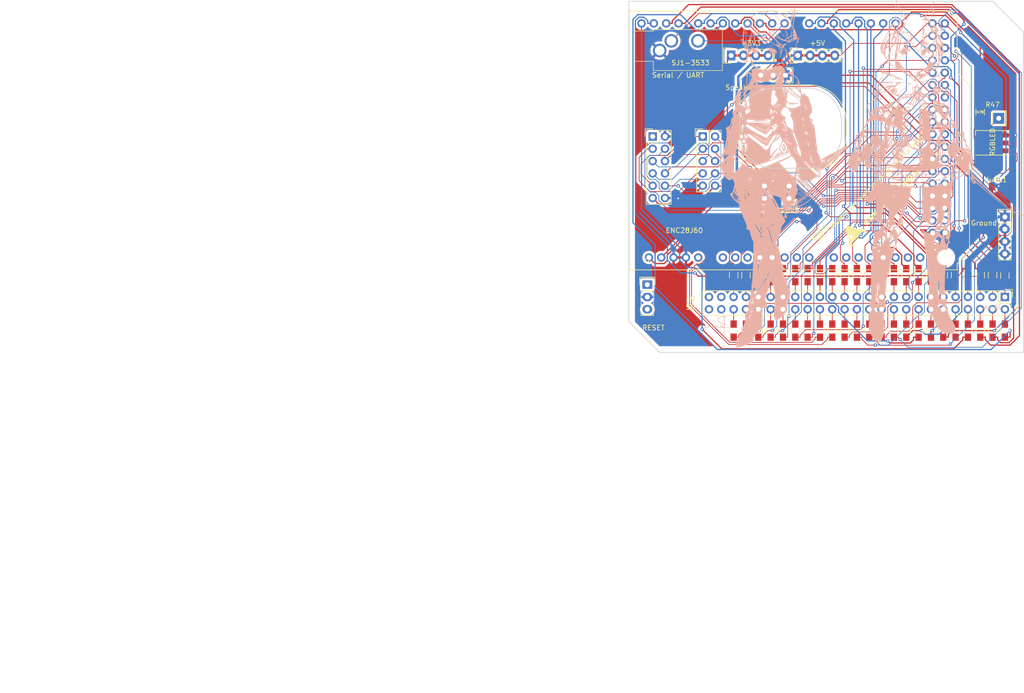
<source format=kicad_pcb>
(kicad_pcb (version 20171130) (host pcbnew 5.0.0-rc2)

  (general
    (thickness 1.6)
    (drawings 28)
    (tracks 1136)
    (zones 0)
    (modules 64)
    (nets 134)
  )

  (page USLetter)
  (title_block
    (title "Project Title")
  )

  (layers
    (0 F.Cu signal)
    (31 B.Cu signal)
    (34 B.Paste user)
    (35 F.Paste user)
    (36 B.SilkS user)
    (37 F.SilkS user)
    (38 B.Mask user)
    (39 F.Mask user)
    (40 Dwgs.User user)
    (44 Edge.Cuts user)
    (46 B.CrtYd user)
    (47 F.CrtYd user)
    (48 B.Fab user)
    (49 F.Fab user)
  )

  (setup
    (last_trace_width 0.254)
    (user_trace_width 0.1524)
    (user_trace_width 0.254)
    (user_trace_width 0.3302)
    (user_trace_width 0.508)
    (user_trace_width 0.762)
    (user_trace_width 1.27)
    (trace_clearance 0.254)
    (zone_clearance 0.508)
    (zone_45_only no)
    (trace_min 0.1524)
    (segment_width 0.1524)
    (edge_width 0.1524)
    (via_size 0.6858)
    (via_drill 0.3302)
    (via_min_size 0.6858)
    (via_min_drill 0.3302)
    (user_via 0.6858 0.3302)
    (user_via 0.762 0.4064)
    (user_via 0.8636 0.508)
    (uvia_size 0.6858)
    (uvia_drill 0.3302)
    (uvias_allowed no)
    (uvia_min_size 0)
    (uvia_min_drill 0)
    (pcb_text_width 0.1524)
    (pcb_text_size 1.016 1.016)
    (mod_edge_width 0.1524)
    (mod_text_size 1.016 1.016)
    (mod_text_width 0.1524)
    (pad_size 2.8 2.8)
    (pad_drill 2)
    (pad_to_mask_clearance 0.0762)
    (solder_mask_min_width 0.1016)
    (pad_to_paste_clearance -0.0762)
    (aux_axis_origin 0 0)
    (visible_elements 7FFFFFFF)
    (pcbplotparams
      (layerselection 0x310fc_ffffffff)
      (usegerberextensions true)
      (usegerberattributes false)
      (usegerberadvancedattributes false)
      (creategerberjobfile false)
      (excludeedgelayer true)
      (linewidth 0.100000)
      (plotframeref false)
      (viasonmask false)
      (mode 1)
      (useauxorigin false)
      (hpglpennumber 1)
      (hpglpenspeed 20)
      (hpglpendiameter 15)
      (psnegative false)
      (psa4output false)
      (plotreference true)
      (plotvalue true)
      (plotinvisibletext false)
      (padsonsilk false)
      (subtractmaskfromsilk false)
      (outputformat 1)
      (mirror false)
      (drillshape 0)
      (scaleselection 1)
      (outputdirectory gerber_rev3/))
  )

  (net 0 "")
  (net 1 "Net-(LS1-Pad2)")
  (net 2 +5V)
  (net 3 GND)
  (net 4 +3V3)
  (net 5 /ENC28J60/VCC_Branch)
  (net 6 /ENC28J60/RSTENC)
  (net 7 /ENC28J60/WOL)
  (net 8 /ENC28J60/INT)
  (net 9 /ENC28J60/CLKOUT)
  (net 10 /ENC28J60/Q3)
  (net 11 /D22)
  (net 12 /D23)
  (net 13 /D24)
  (net 14 /D25)
  (net 15 /D26)
  (net 16 /D27)
  (net 17 /D28)
  (net 18 /D29)
  (net 19 /D30)
  (net 20 /D31)
  (net 21 /D32)
  (net 22 /D33)
  (net 23 /D34)
  (net 24 /D35)
  (net 25 /D36)
  (net 26 /D37)
  (net 27 /D38)
  (net 28 /D39)
  (net 29 /D40)
  (net 30 /D41)
  (net 31 /D42)
  (net 32 /D43)
  (net 33 /D44)
  (net 34 /D45)
  (net 35 /D46)
  (net 36 /D47)
  (net 37 /D48)
  (net 38 /D49)
  (net 39 "Net-(XA1-PadA0)")
  (net 40 "Net-(XA1-PadVIN)")
  (net 41 "Net-(XA1-PadA1)")
  (net 42 "Net-(XA1-PadA2)")
  (net 43 "Net-(XA1-PadA3)")
  (net 44 "Net-(XA1-PadA4)")
  (net 45 "Net-(XA1-PadA5)")
  (net 46 "Net-(XA1-PadA6)")
  (net 47 "Net-(XA1-PadA7)")
  (net 48 "Net-(XA1-PadA8)")
  (net 49 "Net-(XA1-PadA9)")
  (net 50 "Net-(XA1-PadA10)")
  (net 51 "Net-(XA1-PadA11)")
  (net 52 "Net-(XA1-PadA12)")
  (net 53 "Net-(XA1-PadA13)")
  (net 54 "Net-(XA1-PadA14)")
  (net 55 "Net-(XA1-PadA15)")
  (net 56 "Net-(P8-Pad1)")
  (net 57 "Net-(P8-Pad2)")
  (net 58 "Net-(P8-Pad3)")
  (net 59 "Net-(P8-Pad4)")
  (net 60 "Net-(P8-Pad5)")
  (net 61 "Net-(P8-Pad6)")
  (net 62 "Net-(P8-Pad7)")
  (net 63 "Net-(P8-Pad8)")
  (net 64 "Net-(P8-Pad9)")
  (net 65 "Net-(P8-Pad10)")
  (net 66 "Net-(P8-Pad11)")
  (net 67 "Net-(P8-Pad12)")
  (net 68 "Net-(P8-Pad13)")
  (net 69 "Net-(P8-Pad14)")
  (net 70 "Net-(P8-Pad15)")
  (net 71 "Net-(P8-Pad16)")
  (net 72 "Net-(P8-Pad17)")
  (net 73 "Net-(P8-Pad18)")
  (net 74 "Net-(P8-Pad19)")
  (net 75 "Net-(P8-Pad20)")
  (net 76 "Net-(P8-Pad21)")
  (net 77 "Net-(P8-Pad22)")
  (net 78 "Net-(P8-Pad23)")
  (net 79 "Net-(P8-Pad24)")
  (net 80 "Net-(P8-Pad25)")
  (net 81 "Net-(P8-Pad26)")
  (net 82 "Net-(P8-Pad27)")
  (net 83 "Net-(P8-Pad28)")
  (net 84 "Net-(P8-Pad29)")
  (net 85 "Net-(P8-Pad30)")
  (net 86 "Net-(P8-Pad31)")
  (net 87 "Net-(P8-Pad32)")
  (net 88 "Net-(P8-Pad33)")
  (net 89 "Net-(P8-Pad34)")
  (net 90 "Net-(P8-Pad35)")
  (net 91 "Net-(P8-Pad36)")
  (net 92 "Net-(P8-Pad37)")
  (net 93 "Net-(P8-Pad38)")
  (net 94 "Net-(P8-Pad39)")
  (net 95 "Net-(P8-Pad40)")
  (net 96 "Net-(P8-Pad41)")
  (net 97 "Net-(P8-Pad42)")
  (net 98 "Net-(P8-Pad43)")
  (net 99 "Net-(P8-Pad44)")
  (net 100 "Net-(P8-Pad45)")
  (net 101 "Net-(P8-Pad46)")
  (net 102 "Net-(P8-Pad47)")
  (net 103 "Net-(P8-Pad48)")
  (net 104 "Net-(P8-Pad49)")
  (net 105 "Net-(P8-Pad50)")
  (net 106 /D6)
  (net 107 /D8)
  (net 108 /D10)
  (net 109 /D12)
  (net 110 /D14)
  (net 111 /D16)
  (net 112 /D18)
  (net 113 /D20)
  (net 114 /D5)
  (net 115 /D7)
  (net 116 /D9)
  (net 117 /D11)
  (net 118 /D13)
  (net 119 /D4)
  (net 120 /D15)
  (net 121 /D17)
  (net 122 /D19)
  (net 123 /D21)
  (net 124 "Net-(LED1-Pad2)")
  (net 125 /filesksksdlf/RGBDATAOUT)
  (net 126 /D2)
  (net 127 "Net-(J2-Pad1)")
  (net 128 /D50)
  (net 129 /D52)
  (net 130 /D51)
  (net 131 /D53)
  (net 132 /TX)
  (net 133 /RX)

  (net_class Default "This is the default net class."
    (clearance 0.254)
    (trace_width 0.254)
    (via_dia 0.6858)
    (via_drill 0.3302)
    (uvia_dia 0.6858)
    (uvia_drill 0.3302)
    (add_net /D10)
    (add_net /D11)
    (add_net /D12)
    (add_net /D13)
    (add_net /D14)
    (add_net /D15)
    (add_net /D16)
    (add_net /D17)
    (add_net /D18)
    (add_net /D19)
    (add_net /D2)
    (add_net /D20)
    (add_net /D21)
    (add_net /D4)
    (add_net /D5)
    (add_net /D50)
    (add_net /D51)
    (add_net /D52)
    (add_net /D53)
    (add_net /D6)
    (add_net /D7)
    (add_net /D8)
    (add_net /D9)
    (add_net /RX)
    (add_net /TX)
    (add_net /filesksksdlf/RGBDATAOUT)
    (add_net "Net-(J2-Pad1)")
    (add_net "Net-(LED1-Pad2)")
    (add_net "Net-(P8-Pad1)")
    (add_net "Net-(P8-Pad10)")
    (add_net "Net-(P8-Pad11)")
    (add_net "Net-(P8-Pad12)")
    (add_net "Net-(P8-Pad13)")
    (add_net "Net-(P8-Pad14)")
    (add_net "Net-(P8-Pad15)")
    (add_net "Net-(P8-Pad16)")
    (add_net "Net-(P8-Pad17)")
    (add_net "Net-(P8-Pad18)")
    (add_net "Net-(P8-Pad19)")
    (add_net "Net-(P8-Pad2)")
    (add_net "Net-(P8-Pad20)")
    (add_net "Net-(P8-Pad21)")
    (add_net "Net-(P8-Pad22)")
    (add_net "Net-(P8-Pad23)")
    (add_net "Net-(P8-Pad24)")
    (add_net "Net-(P8-Pad25)")
    (add_net "Net-(P8-Pad26)")
    (add_net "Net-(P8-Pad27)")
    (add_net "Net-(P8-Pad28)")
    (add_net "Net-(P8-Pad29)")
    (add_net "Net-(P8-Pad3)")
    (add_net "Net-(P8-Pad30)")
    (add_net "Net-(P8-Pad31)")
    (add_net "Net-(P8-Pad32)")
    (add_net "Net-(P8-Pad33)")
    (add_net "Net-(P8-Pad34)")
    (add_net "Net-(P8-Pad35)")
    (add_net "Net-(P8-Pad36)")
    (add_net "Net-(P8-Pad37)")
    (add_net "Net-(P8-Pad38)")
    (add_net "Net-(P8-Pad39)")
    (add_net "Net-(P8-Pad4)")
    (add_net "Net-(P8-Pad40)")
    (add_net "Net-(P8-Pad41)")
    (add_net "Net-(P8-Pad42)")
    (add_net "Net-(P8-Pad43)")
    (add_net "Net-(P8-Pad44)")
    (add_net "Net-(P8-Pad45)")
    (add_net "Net-(P8-Pad46)")
    (add_net "Net-(P8-Pad47)")
    (add_net "Net-(P8-Pad48)")
    (add_net "Net-(P8-Pad49)")
    (add_net "Net-(P8-Pad5)")
    (add_net "Net-(P8-Pad50)")
    (add_net "Net-(P8-Pad6)")
    (add_net "Net-(P8-Pad7)")
    (add_net "Net-(P8-Pad8)")
    (add_net "Net-(P8-Pad9)")
  )

  (net_class freeroute ""
    (clearance 0.254)
    (trace_width 0.1524)
    (via_dia 0.6858)
    (via_drill 0.3302)
    (uvia_dia 0.6858)
    (uvia_drill 0.3302)
    (add_net +3V3)
    (add_net +5V)
    (add_net /D22)
    (add_net /D23)
    (add_net /D24)
    (add_net /D25)
    (add_net /D26)
    (add_net /D27)
    (add_net /D28)
    (add_net /D29)
    (add_net /D30)
    (add_net /D31)
    (add_net /D32)
    (add_net /D33)
    (add_net /D34)
    (add_net /D35)
    (add_net /D36)
    (add_net /D37)
    (add_net /D38)
    (add_net /D39)
    (add_net /D40)
    (add_net /D41)
    (add_net /D42)
    (add_net /D43)
    (add_net /D44)
    (add_net /D45)
    (add_net /D46)
    (add_net /D47)
    (add_net /D48)
    (add_net /D49)
    (add_net /ENC28J60/CLKOUT)
    (add_net /ENC28J60/INT)
    (add_net /ENC28J60/Q3)
    (add_net /ENC28J60/RSTENC)
    (add_net /ENC28J60/VCC_Branch)
    (add_net /ENC28J60/WOL)
    (add_net GND)
    (add_net "Net-(LS1-Pad2)")
    (add_net "Net-(XA1-PadA0)")
    (add_net "Net-(XA1-PadA1)")
    (add_net "Net-(XA1-PadA10)")
    (add_net "Net-(XA1-PadA11)")
    (add_net "Net-(XA1-PadA12)")
    (add_net "Net-(XA1-PadA13)")
    (add_net "Net-(XA1-PadA14)")
    (add_net "Net-(XA1-PadA15)")
    (add_net "Net-(XA1-PadA2)")
    (add_net "Net-(XA1-PadA3)")
    (add_net "Net-(XA1-PadA4)")
    (add_net "Net-(XA1-PadA5)")
    (add_net "Net-(XA1-PadA6)")
    (add_net "Net-(XA1-PadA7)")
    (add_net "Net-(XA1-PadA8)")
    (add_net "Net-(XA1-PadA9)")
    (add_net "Net-(XA1-PadVIN)")
  )

  (module Arduino:Arduino_Mega2560_Shield_EDIT_SMALLER_NOISCP (layer F.Cu) (tedit 5C1725C7) (tstamp 5BFDA1AD)
    (at 117.169 83.3075)
    (descr https://store.arduino.cc/arduino-mega-2560-rev3)
    (path /5BF71A99)
    (fp_text reference XA1 (at 2.54 -54.356) (layer F.SilkS) hide
      (effects (font (size 1 1) (thickness 0.15)))
    )
    (fp_text value Arduino_Mega2560_Shield (at 15.494 -54.356) (layer F.Fab)
      (effects (font (size 1 1) (thickness 0.15)))
    )
    (fp_line (start 76.2 -30.48) (end 76.2 -27.94) (layer F.SilkS) (width 0.15))
    (fp_line (start 60.96 -38.1) (end 68.58 -38.1) (layer F.SilkS) (width 0.15))
    (fp_line (start 53.34 -27.94) (end 53.34 -30.48) (layer F.SilkS) (width 0.15))
    (fp_line (start 68.58 -20.32) (end 60.96 -20.32) (layer F.SilkS) (width 0.15))
    (fp_arc (start 68.58 -27.94) (end 68.58 -20.32) (angle -90) (layer F.SilkS) (width 0.15))
    (fp_arc (start 60.96 -27.94) (end 53.34 -27.94) (angle -90) (layer F.SilkS) (width 0.15))
    (fp_arc (start 68.58 -30.48) (end 76.2 -30.48) (angle -90) (layer F.SilkS) (width 0.15))
    (fp_arc (start 60.96 -30.48) (end 60.96 -38.1) (angle -90) (layer F.SilkS) (width 0.15))
    (fp_line (start 34.036 0) (end 99.06 0) (layer F.SilkS) (width 0.15))
    (fp_line (start 97.536 -53.34) (end 99.06 -51.816) (layer F.SilkS) (width 0.15))
    (fp_line (start 99.06 0) (end 99.06 -1.27) (layer F.SilkS) (width 0.15))
    (fp_line (start 99.06 -1.27) (end 101.6 -3.81) (layer F.SilkS) (width 0.15))
    (fp_line (start 101.6 -3.81) (end 101.6 -38.1) (layer F.SilkS) (width 0.15))
    (fp_line (start 101.6 -38.1) (end 99.06 -40.64) (layer F.SilkS) (width 0.15))
    (fp_line (start 99.06 -40.64) (end 99.06 -51.816) (layer F.SilkS) (width 0.15))
    (fp_line (start 97.536 -53.34) (end 31.496 -53.34) (layer F.SilkS) (width 0.15))
    (fp_line (start 31.496 -53.34) (end 31.496 -49.276) (layer F.SilkS) (width 0.15))
    (fp_line (start 31.496 -49.276) (end 31.496 0) (layer F.SilkS) (width 0.15))
    (fp_line (start 31.496 0) (end 34.036 0) (layer F.SilkS) (width 0.15))
    (pad GND6 thru_hole oval (at 96.52 -7.62) (size 1.7272 1.7272) (drill 1.016) (layers *.Cu *.Mask)
      (net 3 GND))
    (pad GND5 thru_hole oval (at 93.98 -7.62) (size 1.7272 1.7272) (drill 1.016) (layers *.Cu *.Mask)
      (net 3 GND))
    (pad D53 thru_hole oval (at 96.52 -10.16) (size 1.7272 1.7272) (drill 1.016) (layers *.Cu *.Mask)
      (net 131 /D53))
    (pad D52 thru_hole oval (at 93.98 -10.16) (size 1.7272 1.7272) (drill 1.016) (layers *.Cu *.Mask)
      (net 129 /D52))
    (pad D51 thru_hole oval (at 96.52 -12.7) (size 1.7272 1.7272) (drill 1.016) (layers *.Cu *.Mask)
      (net 130 /D51))
    (pad D50 thru_hole oval (at 93.98 -12.7) (size 1.7272 1.7272) (drill 1.016) (layers *.Cu *.Mask)
      (net 128 /D50))
    (pad D49 thru_hole oval (at 96.52 -15.24) (size 1.7272 1.7272) (drill 1.016) (layers *.Cu *.Mask)
      (net 38 /D49))
    (pad D48 thru_hole oval (at 93.98 -15.24) (size 1.7272 1.7272) (drill 1.016) (layers *.Cu *.Mask)
      (net 37 /D48))
    (pad D47 thru_hole oval (at 96.52 -17.78) (size 1.7272 1.7272) (drill 1.016) (layers *.Cu *.Mask)
      (net 36 /D47))
    (pad D46 thru_hole oval (at 93.98 -17.78) (size 1.7272 1.7272) (drill 1.016) (layers *.Cu *.Mask)
      (net 35 /D46))
    (pad D45 thru_hole oval (at 96.52 -20.32) (size 1.7272 1.7272) (drill 1.016) (layers *.Cu *.Mask)
      (net 34 /D45))
    (pad D44 thru_hole oval (at 93.98 -20.32) (size 1.7272 1.7272) (drill 1.016) (layers *.Cu *.Mask)
      (net 33 /D44))
    (pad D43 thru_hole oval (at 96.52 -22.86) (size 1.7272 1.7272) (drill 1.016) (layers *.Cu *.Mask)
      (net 32 /D43))
    (pad D42 thru_hole oval (at 93.98 -22.86) (size 1.7272 1.7272) (drill 1.016) (layers *.Cu *.Mask)
      (net 31 /D42))
    (pad D41 thru_hole oval (at 96.52 -25.4) (size 1.7272 1.7272) (drill 1.016) (layers *.Cu *.Mask)
      (net 30 /D41))
    (pad D40 thru_hole oval (at 93.98 -25.4) (size 1.7272 1.7272) (drill 1.016) (layers *.Cu *.Mask)
      (net 29 /D40))
    (pad D39 thru_hole oval (at 96.52 -27.94) (size 1.7272 1.7272) (drill 1.016) (layers *.Cu *.Mask)
      (net 28 /D39))
    (pad D38 thru_hole oval (at 93.98 -27.94) (size 1.7272 1.7272) (drill 1.016) (layers *.Cu *.Mask)
      (net 27 /D38))
    (pad D37 thru_hole oval (at 96.52 -30.48) (size 1.7272 1.7272) (drill 1.016) (layers *.Cu *.Mask)
      (net 26 /D37))
    (pad D36 thru_hole oval (at 93.98 -30.48) (size 1.7272 1.7272) (drill 1.016) (layers *.Cu *.Mask)
      (net 25 /D36))
    (pad D35 thru_hole oval (at 96.52 -33.02) (size 1.7272 1.7272) (drill 1.016) (layers *.Cu *.Mask)
      (net 24 /D35))
    (pad D34 thru_hole oval (at 93.98 -33.02) (size 1.7272 1.7272) (drill 1.016) (layers *.Cu *.Mask)
      (net 23 /D34))
    (pad D33 thru_hole oval (at 96.52 -35.56) (size 1.7272 1.7272) (drill 1.016) (layers *.Cu *.Mask)
      (net 22 /D33))
    (pad D32 thru_hole oval (at 93.98 -35.56) (size 1.7272 1.7272) (drill 1.016) (layers *.Cu *.Mask)
      (net 21 /D32))
    (pad D31 thru_hole oval (at 96.52 -38.1) (size 1.7272 1.7272) (drill 1.016) (layers *.Cu *.Mask)
      (net 20 /D31))
    (pad D30 thru_hole oval (at 93.98 -38.1) (size 1.7272 1.7272) (drill 1.016) (layers *.Cu *.Mask)
      (net 19 /D30))
    (pad D29 thru_hole oval (at 96.52 -40.64) (size 1.7272 1.7272) (drill 1.016) (layers *.Cu *.Mask)
      (net 18 /D29))
    (pad D28 thru_hole oval (at 93.98 -40.64) (size 1.7272 1.7272) (drill 1.016) (layers *.Cu *.Mask)
      (net 17 /D28))
    (pad D27 thru_hole oval (at 96.52 -43.18) (size 1.7272 1.7272) (drill 1.016) (layers *.Cu *.Mask)
      (net 16 /D27))
    (pad D26 thru_hole oval (at 93.98 -43.18) (size 1.7272 1.7272) (drill 1.016) (layers *.Cu *.Mask)
      (net 15 /D26))
    (pad D25 thru_hole oval (at 96.52 -45.72) (size 1.7272 1.7272) (drill 1.016) (layers *.Cu *.Mask)
      (net 14 /D25))
    (pad D24 thru_hole oval (at 93.98 -45.72) (size 1.7272 1.7272) (drill 1.016) (layers *.Cu *.Mask)
      (net 13 /D24))
    (pad D23 thru_hole oval (at 96.52 -48.26) (size 1.7272 1.7272) (drill 1.016) (layers *.Cu *.Mask)
      (net 12 /D23))
    (pad D22 thru_hole oval (at 93.98 -48.26) (size 1.7272 1.7272) (drill 1.016) (layers *.Cu *.Mask)
      (net 11 /D22))
    (pad 5V4 thru_hole oval (at 96.52 -50.8) (size 1.7272 1.7272) (drill 1.016) (layers *.Cu *.Mask)
      (net 2 +5V))
    (pad 5V3 thru_hole oval (at 93.98 -50.8) (size 1.7272 1.7272) (drill 1.016) (layers *.Cu *.Mask)
      (net 2 +5V))
    (pad A15 thru_hole oval (at 91.44 -2.54) (size 1.7272 1.7272) (drill 1.016) (layers *.Cu *.Mask)
      (net 55 "Net-(XA1-PadA15)"))
    (pad A14 thru_hole oval (at 88.9 -2.54) (size 1.7272 1.7272) (drill 1.016) (layers *.Cu *.Mask)
      (net 54 "Net-(XA1-PadA14)"))
    (pad A13 thru_hole oval (at 86.36 -2.54) (size 1.7272 1.7272) (drill 1.016) (layers *.Cu *.Mask)
      (net 53 "Net-(XA1-PadA13)"))
    (pad A12 thru_hole oval (at 83.82 -2.54) (size 1.7272 1.7272) (drill 1.016) (layers *.Cu *.Mask)
      (net 52 "Net-(XA1-PadA12)"))
    (pad A11 thru_hole oval (at 81.28 -2.54) (size 1.7272 1.7272) (drill 1.016) (layers *.Cu *.Mask)
      (net 51 "Net-(XA1-PadA11)"))
    (pad A10 thru_hole oval (at 78.74 -2.54) (size 1.7272 1.7272) (drill 1.016) (layers *.Cu *.Mask)
      (net 50 "Net-(XA1-PadA10)"))
    (pad A9 thru_hole oval (at 76.2 -2.54) (size 1.7272 1.7272) (drill 1.016) (layers *.Cu *.Mask)
      (net 49 "Net-(XA1-PadA9)"))
    (pad A8 thru_hole oval (at 73.66 -2.54) (size 1.7272 1.7272) (drill 1.016) (layers *.Cu *.Mask)
      (net 48 "Net-(XA1-PadA8)"))
    (pad A7 thru_hole oval (at 68.58 -2.54) (size 1.7272 1.7272) (drill 1.016) (layers *.Cu *.Mask)
      (net 47 "Net-(XA1-PadA7)"))
    (pad A6 thru_hole oval (at 66.04 -2.54) (size 1.7272 1.7272) (drill 1.016) (layers *.Cu *.Mask)
      (net 46 "Net-(XA1-PadA6)"))
    (pad A5 thru_hole oval (at 63.5 -2.54) (size 1.7272 1.7272) (drill 1.016) (layers *.Cu *.Mask)
      (net 45 "Net-(XA1-PadA5)"))
    (pad A4 thru_hole oval (at 60.96 -2.54) (size 1.7272 1.7272) (drill 1.016) (layers *.Cu *.Mask)
      (net 44 "Net-(XA1-PadA4)"))
    (pad A3 thru_hole oval (at 58.42 -2.54) (size 1.7272 1.7272) (drill 1.016) (layers *.Cu *.Mask)
      (net 43 "Net-(XA1-PadA3)"))
    (pad A2 thru_hole oval (at 55.88 -2.54) (size 1.7272 1.7272) (drill 1.016) (layers *.Cu *.Mask)
      (net 42 "Net-(XA1-PadA2)"))
    (pad A1 thru_hole oval (at 53.34 -2.54) (size 1.7272 1.7272) (drill 1.016) (layers *.Cu *.Mask)
      (net 41 "Net-(XA1-PadA1)"))
    (pad D11 thru_hole oval (at 34.036 -50.8) (size 1.7272 1.7272) (drill 1.016) (layers *.Cu *.Mask)
      (net 117 /D11))
    (pad "" np_thru_hole circle (at 96.52 -2.54) (size 3.2 3.2) (drill 3.2) (layers *.Cu *.Mask))
    (pad "" np_thru_hole circle (at 90.17 -50.8) (size 3.2 3.2) (drill 3.2) (layers *.Cu *.Mask))
    (pad "" np_thru_hole circle (at 66.04 -7.62) (size 3.2 3.2) (drill 3.2) (layers *.Cu *.Mask))
    (pad D10 thru_hole oval (at 36.576 -50.8) (size 1.7272 1.7272) (drill 1.016) (layers *.Cu *.Mask)
      (net 108 /D10))
    (pad D9 thru_hole oval (at 39.116 -50.8) (size 1.7272 1.7272) (drill 1.016) (layers *.Cu *.Mask)
      (net 116 /D9))
    (pad D8 thru_hole oval (at 41.656 -50.8) (size 1.7272 1.7272) (drill 1.016) (layers *.Cu *.Mask)
      (net 107 /D8))
    (pad D7 thru_hole oval (at 45.72 -50.8) (size 1.7272 1.7272) (drill 1.016) (layers *.Cu *.Mask)
      (net 115 /D7))
    (pad D6 thru_hole oval (at 48.26 -50.8) (size 1.7272 1.7272) (drill 1.016) (layers *.Cu *.Mask)
      (net 106 /D6))
    (pad D5 thru_hole oval (at 50.8 -50.8) (size 1.7272 1.7272) (drill 1.016) (layers *.Cu *.Mask)
      (net 114 /D5))
    (pad D4 thru_hole oval (at 53.34 -50.8) (size 1.7272 1.7272) (drill 1.016) (layers *.Cu *.Mask)
      (net 119 /D4))
    (pad D3 thru_hole oval (at 55.88 -50.8) (size 1.7272 1.7272) (drill 1.016) (layers *.Cu *.Mask)
      (net 1 "Net-(LS1-Pad2)"))
    (pad D2 thru_hole oval (at 58.42 -50.8) (size 1.7272 1.7272) (drill 1.016) (layers *.Cu *.Mask)
      (net 126 /D2))
    (pad D1 thru_hole oval (at 60.96 -50.8) (size 1.7272 1.7272) (drill 1.016) (layers *.Cu *.Mask)
      (net 132 /TX))
    (pad D0 thru_hole oval (at 63.5 -50.8) (size 1.7272 1.7272) (drill 1.016) (layers *.Cu *.Mask)
      (net 133 /RX))
    (pad D14 thru_hole oval (at 68.58 -50.8) (size 1.7272 1.7272) (drill 1.016) (layers *.Cu *.Mask)
      (net 110 /D14))
    (pad D15 thru_hole oval (at 71.12 -50.8) (size 1.7272 1.7272) (drill 1.016) (layers *.Cu *.Mask)
      (net 120 /D15))
    (pad D16 thru_hole oval (at 73.66 -50.8) (size 1.7272 1.7272) (drill 1.016) (layers *.Cu *.Mask)
      (net 111 /D16))
    (pad D17 thru_hole oval (at 76.2 -50.8) (size 1.7272 1.7272) (drill 1.016) (layers *.Cu *.Mask)
      (net 121 /D17))
    (pad D18 thru_hole oval (at 78.74 -50.8) (size 1.7272 1.7272) (drill 1.016) (layers *.Cu *.Mask)
      (net 112 /D18))
    (pad D19 thru_hole oval (at 81.28 -50.8) (size 1.7272 1.7272) (drill 1.016) (layers *.Cu *.Mask)
      (net 122 /D19))
    (pad D20 thru_hole oval (at 83.82 -50.8) (size 1.7272 1.7272) (drill 1.016) (layers *.Cu *.Mask)
      (net 113 /D20))
    (pad D21 thru_hole oval (at 86.36 -50.8) (size 1.7272 1.7272) (drill 1.016) (layers *.Cu *.Mask)
      (net 123 /D21))
    (pad 3V3 thru_hole oval (at 35.56 -2.54) (size 1.7272 1.7272) (drill 1.016) (layers *.Cu *.Mask)
      (net 4 +3V3))
    (pad 5V1 thru_hole oval (at 38.1 -2.54) (size 1.7272 1.7272) (drill 1.016) (layers *.Cu *.Mask)
      (net 2 +5V))
    (pad GND2 thru_hole oval (at 40.64 -2.54) (size 1.7272 1.7272) (drill 1.016) (layers *.Cu *.Mask)
      (net 3 GND))
    (pad GND3 thru_hole oval (at 43.18 -2.54) (size 1.7272 1.7272) (drill 1.016) (layers *.Cu *.Mask)
      (net 3 GND))
    (pad VIN thru_hole oval (at 45.72 -2.54) (size 1.7272 1.7272) (drill 1.016) (layers *.Cu *.Mask)
      (net 40 "Net-(XA1-PadVIN)"))
    (pad A0 thru_hole oval (at 50.8 -2.54) (size 1.7272 1.7272) (drill 1.016) (layers *.Cu *.Mask)
      (net 39 "Net-(XA1-PadA0)"))
  )

  (module Pin_Headers:Pin_Header_Straight_1x03 (layer F.Cu) (tedit 5C31658C) (tstamp 5BFD9EC4)
    (at 180.848 43.18 270)
    (descr "Through hole pin header")
    (tags "pin header")
    (path /5BF7AD98)
    (fp_text reference LS1 (at 0 -5.1 270) (layer F.SilkS) hide
      (effects (font (size 1 1) (thickness 0.15)))
    )
    (fp_text value Speaker (at 2.54 9.398) (layer F.SilkS)
      (effects (font (size 1 1) (thickness 0.15)))
    )
    (fp_line (start -1.55 -1.55) (end 1.55 -1.55) (layer F.SilkS) (width 0.15))
    (fp_line (start -1.55 0) (end -1.55 -1.55) (layer F.SilkS) (width 0.15))
    (fp_line (start 1.27 1.27) (end -1.27 1.27) (layer F.SilkS) (width 0.15))
    (fp_line (start 1.55 -1.55) (end 1.55 0) (layer F.SilkS) (width 0.15))
    (fp_line (start 1.27 6.35) (end 1.27 1.27) (layer F.SilkS) (width 0.15))
    (fp_line (start -1.27 6.35) (end 1.27 6.35) (layer F.SilkS) (width 0.15))
    (fp_line (start -1.27 1.27) (end -1.27 6.35) (layer F.SilkS) (width 0.15))
    (fp_line (start -1.75 6.85) (end 1.75 6.85) (layer F.CrtYd) (width 0.05))
    (fp_line (start -1.75 -1.75) (end 1.75 -1.75) (layer F.CrtYd) (width 0.05))
    (fp_line (start 1.75 -1.75) (end 1.75 6.85) (layer F.CrtYd) (width 0.05))
    (fp_line (start -1.75 -1.75) (end -1.75 6.85) (layer F.CrtYd) (width 0.05))
    (pad 3 thru_hole oval (at 0 5.08 270) (size 2.032 1.7272) (drill 1.016) (layers *.Cu *.Mask))
    (pad 2 thru_hole oval (at 0 2.54 270) (size 2.032 1.7272) (drill 1.016) (layers *.Cu *.Mask)
      (net 1 "Net-(LS1-Pad2)"))
    (pad 1 thru_hole rect (at 0 0 270) (size 2.032 1.7272) (drill 1.016) (layers *.Cu *.Mask)
      (net 3 GND))
    (model Pin_Headers.3dshapes/Pin_Header_Straight_1x03.wrl
      (offset (xyz 0 -2.539999961853027 0))
      (scale (xyz 1 1 1))
      (rotate (xyz 0 0 90))
    )
  )

  (module Pin_Headers:Pin_Header_Straight_2x06 (layer F.Cu) (tedit 5BF77D3A) (tstamp 5BFD9F55)
    (at 153.498 55.8115)
    (descr "Through hole pin header")
    (tags "pin header")
    (path /5BF753E5/5BF7553B)
    (fp_text reference P7 (at 0 -5.1) (layer F.SilkS) hide
      (effects (font (size 1 1) (thickness 0.15)))
    )
    (fp_text value CONN_02X06 (at 0 -3.1) (layer F.Fab)
      (effects (font (size 1 1) (thickness 0.15)))
    )
    (fp_line (start -1.75 -1.75) (end -1.75 14.45) (layer F.CrtYd) (width 0.05))
    (fp_line (start 4.3 -1.75) (end 4.3 14.45) (layer F.CrtYd) (width 0.05))
    (fp_line (start -1.75 -1.75) (end 4.3 -1.75) (layer F.CrtYd) (width 0.05))
    (fp_line (start -1.75 14.45) (end 4.3 14.45) (layer F.CrtYd) (width 0.05))
    (fp_line (start 3.81 13.97) (end 3.81 -1.27) (layer F.SilkS) (width 0.15))
    (fp_line (start -1.27 1.27) (end -1.27 13.97) (layer F.SilkS) (width 0.15))
    (fp_line (start 3.81 13.97) (end -1.27 13.97) (layer F.SilkS) (width 0.15))
    (fp_line (start 3.81 -1.27) (end 1.27 -1.27) (layer F.SilkS) (width 0.15))
    (fp_line (start 0 -1.55) (end -1.55 -1.55) (layer F.SilkS) (width 0.15))
    (fp_line (start 1.27 -1.27) (end 1.27 1.27) (layer F.SilkS) (width 0.15))
    (fp_line (start 1.27 1.27) (end -1.27 1.27) (layer F.SilkS) (width 0.15))
    (fp_line (start -1.55 -1.55) (end -1.55 0) (layer F.SilkS) (width 0.15))
    (pad 1 thru_hole rect (at 0 0) (size 1.7272 1.7272) (drill 1.016) (layers *.Cu *.Mask)
      (net 10 /ENC28J60/Q3))
    (pad 2 thru_hole oval (at 2.54 0) (size 1.7272 1.7272) (drill 1.016) (layers *.Cu *.Mask)
      (net 3 GND))
    (pad 3 thru_hole oval (at 0 2.54) (size 1.7272 1.7272) (drill 1.016) (layers *.Cu *.Mask)
      (net 6 /ENC28J60/RSTENC))
    (pad 4 thru_hole oval (at 2.54 2.54) (size 1.7272 1.7272) (drill 1.016) (layers *.Cu *.Mask)
      (net 131 /D53))
    (pad 5 thru_hole oval (at 0 5.08) (size 1.7272 1.7272) (drill 1.016) (layers *.Cu *.Mask)
      (net 129 /D52))
    (pad 6 thru_hole oval (at 2.54 5.08) (size 1.7272 1.7272) (drill 1.016) (layers *.Cu *.Mask)
      (net 130 /D51))
    (pad 7 thru_hole oval (at 0 7.62) (size 1.7272 1.7272) (drill 1.016) (layers *.Cu *.Mask)
      (net 128 /D50))
    (pad 8 thru_hole oval (at 2.54 7.62) (size 1.7272 1.7272) (drill 1.016) (layers *.Cu *.Mask)
      (net 7 /ENC28J60/WOL))
    (pad 9 thru_hole oval (at 0 10.16) (size 1.7272 1.7272) (drill 1.016) (layers *.Cu *.Mask)
      (net 8 /ENC28J60/INT))
    (pad 10 thru_hole oval (at 2.54 10.16) (size 1.7272 1.7272) (drill 1.016) (layers *.Cu *.Mask)
      (net 9 /ENC28J60/CLKOUT))
    (pad 11 thru_hole oval (at 0 12.7) (size 1.7272 1.7272) (drill 1.016) (layers *.Cu *.Mask)
      (net 5 /ENC28J60/VCC_Branch))
    (pad 12 thru_hole oval (at 2.54 12.7) (size 1.7272 1.7272) (drill 1.016) (layers *.Cu *.Mask)
      (net 3 GND))
    (model Pin_Headers.3dshapes/Pin_Header_Straight_2x06.wrl
      (offset (xyz 1.269999980926514 -6.349999904632568 0))
      (scale (xyz 1 1 1))
      (rotate (xyz 0 0 90))
    )
  )

  (module Pin_Headers:Pin_Header_Straight_1x04 (layer F.Cu) (tedit 5BF77D2D) (tstamp 5BFD9ED7)
    (at 183.388 39.116 90)
    (descr "Through hole pin header")
    (tags "pin header")
    (path /5BF78437)
    (fp_text reference P1 (at 0 -5.1 90) (layer F.SilkS) hide
      (effects (font (size 1 1) (thickness 0.15)))
    )
    (fp_text value CONN_01X04 (at 0 -3.1 90) (layer F.Fab)
      (effects (font (size 1 1) (thickness 0.15)))
    )
    (fp_line (start -1.75 -1.75) (end -1.75 9.4) (layer F.CrtYd) (width 0.05))
    (fp_line (start 1.75 -1.75) (end 1.75 9.4) (layer F.CrtYd) (width 0.05))
    (fp_line (start -1.75 -1.75) (end 1.75 -1.75) (layer F.CrtYd) (width 0.05))
    (fp_line (start -1.75 9.4) (end 1.75 9.4) (layer F.CrtYd) (width 0.05))
    (fp_line (start -1.27 1.27) (end -1.27 8.89) (layer F.SilkS) (width 0.15))
    (fp_line (start 1.27 1.27) (end 1.27 8.89) (layer F.SilkS) (width 0.15))
    (fp_line (start 1.55 -1.55) (end 1.55 0) (layer F.SilkS) (width 0.15))
    (fp_line (start -1.27 8.89) (end 1.27 8.89) (layer F.SilkS) (width 0.15))
    (fp_line (start 1.27 1.27) (end -1.27 1.27) (layer F.SilkS) (width 0.15))
    (fp_line (start -1.55 0) (end -1.55 -1.55) (layer F.SilkS) (width 0.15))
    (fp_line (start -1.55 -1.55) (end 1.55 -1.55) (layer F.SilkS) (width 0.15))
    (pad 1 thru_hole rect (at 0 0 90) (size 2.032 1.7272) (drill 1.016) (layers *.Cu *.Mask)
      (net 2 +5V))
    (pad 2 thru_hole oval (at 0 2.54 90) (size 2.032 1.7272) (drill 1.016) (layers *.Cu *.Mask)
      (net 2 +5V))
    (pad 3 thru_hole oval (at 0 5.08 90) (size 2.032 1.7272) (drill 1.016) (layers *.Cu *.Mask)
      (net 2 +5V))
    (pad 4 thru_hole oval (at 0 7.62 90) (size 2.032 1.7272) (drill 1.016) (layers *.Cu *.Mask)
      (net 2 +5V))
    (model Pin_Headers.3dshapes/Pin_Header_Straight_1x04.wrl
      (offset (xyz 0 -3.809999942779541 0))
      (scale (xyz 1 1 1))
      (rotate (xyz 0 0 90))
    )
  )

  (module Pin_Headers:Pin_Header_Straight_1x04 (layer F.Cu) (tedit 5BF77D32) (tstamp 5BFD9EFD)
    (at 169.672 39.116 90)
    (descr "Through hole pin header")
    (tags "pin header")
    (path /5BF788F1)
    (fp_text reference P3 (at 0 -5.1 90) (layer F.SilkS) hide
      (effects (font (size 1 1) (thickness 0.15)))
    )
    (fp_text value CONN_01X04 (at 0 -3.1 90) (layer F.Fab)
      (effects (font (size 1 1) (thickness 0.15)))
    )
    (fp_line (start -1.75 -1.75) (end -1.75 9.4) (layer F.CrtYd) (width 0.05))
    (fp_line (start 1.75 -1.75) (end 1.75 9.4) (layer F.CrtYd) (width 0.05))
    (fp_line (start -1.75 -1.75) (end 1.75 -1.75) (layer F.CrtYd) (width 0.05))
    (fp_line (start -1.75 9.4) (end 1.75 9.4) (layer F.CrtYd) (width 0.05))
    (fp_line (start -1.27 1.27) (end -1.27 8.89) (layer F.SilkS) (width 0.15))
    (fp_line (start 1.27 1.27) (end 1.27 8.89) (layer F.SilkS) (width 0.15))
    (fp_line (start 1.55 -1.55) (end 1.55 0) (layer F.SilkS) (width 0.15))
    (fp_line (start -1.27 8.89) (end 1.27 8.89) (layer F.SilkS) (width 0.15))
    (fp_line (start 1.27 1.27) (end -1.27 1.27) (layer F.SilkS) (width 0.15))
    (fp_line (start -1.55 0) (end -1.55 -1.55) (layer F.SilkS) (width 0.15))
    (fp_line (start -1.55 -1.55) (end 1.55 -1.55) (layer F.SilkS) (width 0.15))
    (pad 1 thru_hole rect (at 0 0 90) (size 2.032 1.7272) (drill 1.016) (layers *.Cu *.Mask)
      (net 4 +3V3))
    (pad 2 thru_hole oval (at 0 2.54 90) (size 2.032 1.7272) (drill 1.016) (layers *.Cu *.Mask)
      (net 4 +3V3))
    (pad 3 thru_hole oval (at 0 5.08 90) (size 2.032 1.7272) (drill 1.016) (layers *.Cu *.Mask)
      (net 4 +3V3))
    (pad 4 thru_hole oval (at 0 7.62 90) (size 2.032 1.7272) (drill 1.016) (layers *.Cu *.Mask)
      (net 4 +3V3))
    (model Pin_Headers.3dshapes/Pin_Header_Straight_1x04.wrl
      (offset (xyz 0 -3.809999942779541 0))
      (scale (xyz 1 1 1))
      (rotate (xyz 0 0 90))
    )
  )

  (module Pin_Headers:Pin_Header_Straight_1x02 (layer F.Cu) (tedit 5BF78126) (tstamp 5BFD9F0E)
    (at 181.61 68.58 180)
    (descr "Through hole pin header")
    (tags "pin header")
    (path /5BF753E5/5BF75EA3)
    (fp_text reference P4 (at 0 -5.1 180) (layer F.SilkS) hide
      (effects (font (size 1 1) (thickness 0.15)))
    )
    (fp_text value CONN_01X02 (at 0 -3.1 180) (layer F.Fab)
      (effects (font (size 1 1) (thickness 0.15)))
    )
    (fp_line (start 1.27 1.27) (end 1.27 3.81) (layer F.SilkS) (width 0.15))
    (fp_line (start 1.55 -1.55) (end 1.55 0) (layer F.SilkS) (width 0.15))
    (fp_line (start -1.75 -1.75) (end -1.75 4.3) (layer F.CrtYd) (width 0.05))
    (fp_line (start 1.75 -1.75) (end 1.75 4.3) (layer F.CrtYd) (width 0.05))
    (fp_line (start -1.75 -1.75) (end 1.75 -1.75) (layer F.CrtYd) (width 0.05))
    (fp_line (start -1.75 4.3) (end 1.75 4.3) (layer F.CrtYd) (width 0.05))
    (fp_line (start 1.27 1.27) (end -1.27 1.27) (layer F.SilkS) (width 0.15))
    (fp_line (start -1.55 0) (end -1.55 -1.55) (layer F.SilkS) (width 0.15))
    (fp_line (start -1.55 -1.55) (end 1.55 -1.55) (layer F.SilkS) (width 0.15))
    (fp_line (start -1.27 1.27) (end -1.27 3.81) (layer F.SilkS) (width 0.15))
    (fp_line (start -1.27 3.81) (end 1.27 3.81) (layer F.SilkS) (width 0.15))
    (pad 1 thru_hole rect (at 0 0 180) (size 2.032 2.032) (drill 1.016) (layers *.Cu *.Mask)
      (net 4 +3V3))
    (pad 2 thru_hole oval (at 0 2.54 180) (size 2.032 2.032) (drill 1.016) (layers *.Cu *.Mask)
      (net 5 /ENC28J60/VCC_Branch))
    (model Pin_Headers.3dshapes/Pin_Header_Straight_1x02.wrl
      (offset (xyz 0 -1.269999980926514 0))
      (scale (xyz 1 1 1))
      (rotate (xyz 0 0 90))
    )
  )

  (module Pin_Headers:Pin_Header_Straight_1x02 (layer F.Cu) (tedit 5BF78101) (tstamp 5BFD9F1F)
    (at 176.53 68.58 180)
    (descr "Through hole pin header")
    (tags "pin header")
    (path /5BF753E5/5BF75ED4)
    (fp_text reference P5 (at 0 -5.1 180) (layer F.SilkS) hide
      (effects (font (size 1 1) (thickness 0.15)))
    )
    (fp_text value CONN_01X02 (at 0 -3.1 180) (layer F.Fab)
      (effects (font (size 1 1) (thickness 0.15)))
    )
    (fp_line (start -1.27 3.81) (end 1.27 3.81) (layer F.SilkS) (width 0.15))
    (fp_line (start -1.27 1.27) (end -1.27 3.81) (layer F.SilkS) (width 0.15))
    (fp_line (start -1.55 -1.55) (end 1.55 -1.55) (layer F.SilkS) (width 0.15))
    (fp_line (start -1.55 0) (end -1.55 -1.55) (layer F.SilkS) (width 0.15))
    (fp_line (start 1.27 1.27) (end -1.27 1.27) (layer F.SilkS) (width 0.15))
    (fp_line (start -1.75 4.3) (end 1.75 4.3) (layer F.CrtYd) (width 0.05))
    (fp_line (start -1.75 -1.75) (end 1.75 -1.75) (layer F.CrtYd) (width 0.05))
    (fp_line (start 1.75 -1.75) (end 1.75 4.3) (layer F.CrtYd) (width 0.05))
    (fp_line (start -1.75 -1.75) (end -1.75 4.3) (layer F.CrtYd) (width 0.05))
    (fp_line (start 1.55 -1.55) (end 1.55 0) (layer F.SilkS) (width 0.15))
    (fp_line (start 1.27 1.27) (end 1.27 3.81) (layer F.SilkS) (width 0.15))
    (pad 2 thru_hole oval (at 0 2.54 180) (size 2.032 2.032) (drill 1.016) (layers *.Cu *.Mask)
      (net 5 /ENC28J60/VCC_Branch))
    (pad 1 thru_hole rect (at 0 0 180) (size 2.032 2.032) (drill 1.016) (layers *.Cu *.Mask)
      (net 2 +5V))
    (model Pin_Headers.3dshapes/Pin_Header_Straight_1x02.wrl
      (offset (xyz 0 -1.269999980926514 0))
      (scale (xyz 1 1 1))
      (rotate (xyz 0 0 90))
    )
  )

  (module Pin_Headers:Pin_Header_Straight_2x05 (layer F.Cu) (tedit 5BF77D3E) (tstamp 5BFD9F39)
    (at 163.818 55.8115)
    (descr "Through hole pin header")
    (tags "pin header")
    (path /5BF753E5/5BF754F5)
    (fp_text reference P6 (at 0 -5.1) (layer F.SilkS) hide
      (effects (font (size 1 1) (thickness 0.15)))
    )
    (fp_text value CONN_02X05 (at 0 -3.1) (layer F.Fab)
      (effects (font (size 1 1) (thickness 0.15)))
    )
    (fp_line (start -1.75 -1.75) (end -1.75 11.95) (layer F.CrtYd) (width 0.05))
    (fp_line (start 4.3 -1.75) (end 4.3 11.95) (layer F.CrtYd) (width 0.05))
    (fp_line (start -1.75 -1.75) (end 4.3 -1.75) (layer F.CrtYd) (width 0.05))
    (fp_line (start -1.75 11.95) (end 4.3 11.95) (layer F.CrtYd) (width 0.05))
    (fp_line (start 3.81 -1.27) (end 3.81 11.43) (layer F.SilkS) (width 0.15))
    (fp_line (start 3.81 11.43) (end -1.27 11.43) (layer F.SilkS) (width 0.15))
    (fp_line (start -1.27 11.43) (end -1.27 1.27) (layer F.SilkS) (width 0.15))
    (fp_line (start 3.81 -1.27) (end 1.27 -1.27) (layer F.SilkS) (width 0.15))
    (fp_line (start 0 -1.55) (end -1.55 -1.55) (layer F.SilkS) (width 0.15))
    (fp_line (start 1.27 -1.27) (end 1.27 1.27) (layer F.SilkS) (width 0.15))
    (fp_line (start 1.27 1.27) (end -1.27 1.27) (layer F.SilkS) (width 0.15))
    (fp_line (start -1.55 -1.55) (end -1.55 0) (layer F.SilkS) (width 0.15))
    (pad 1 thru_hole rect (at 0 0) (size 1.7272 1.7272) (drill 1.016) (layers *.Cu *.Mask)
      (net 8 /ENC28J60/INT))
    (pad 2 thru_hole oval (at 2.54 0) (size 1.7272 1.7272) (drill 1.016) (layers *.Cu *.Mask)
      (net 9 /ENC28J60/CLKOUT))
    (pad 3 thru_hole oval (at 0 2.54) (size 1.7272 1.7272) (drill 1.016) (layers *.Cu *.Mask)
      (net 128 /D50))
    (pad 4 thru_hole oval (at 2.54 2.54) (size 1.7272 1.7272) (drill 1.016) (layers *.Cu *.Mask)
      (net 7 /ENC28J60/WOL))
    (pad 5 thru_hole oval (at 0 5.08) (size 1.7272 1.7272) (drill 1.016) (layers *.Cu *.Mask)
      (net 129 /D52))
    (pad 6 thru_hole oval (at 2.54 5.08) (size 1.7272 1.7272) (drill 1.016) (layers *.Cu *.Mask)
      (net 130 /D51))
    (pad 7 thru_hole oval (at 0 7.62) (size 1.7272 1.7272) (drill 1.016) (layers *.Cu *.Mask)
      (net 6 /ENC28J60/RSTENC))
    (pad 8 thru_hole oval (at 2.54 7.62) (size 1.7272 1.7272) (drill 1.016) (layers *.Cu *.Mask)
      (net 131 /D53))
    (pad 9 thru_hole oval (at 0 10.16) (size 1.7272 1.7272) (drill 1.016) (layers *.Cu *.Mask)
      (net 3 GND))
    (pad 10 thru_hole oval (at 2.54 10.16) (size 1.7272 1.7272) (drill 1.016) (layers *.Cu *.Mask)
      (net 5 /ENC28J60/VCC_Branch))
    (model Pin_Headers.3dshapes/Pin_Header_Straight_2x05.wrl
      (offset (xyz 1.269999980926514 -5.079999923706055 0))
      (scale (xyz 1 1 1))
      (rotate (xyz 0 0 90))
    )
  )

  (module Resistors_SMD:R_0805_HandSoldering (layer F.Cu) (tedit 5BF7782A) (tstamp 5BFD9F65)
    (at 223.52 84.3986 90)
    (descr "Resistor SMD 0805, hand soldering")
    (tags "resistor 0805")
    (path /5C18BBA9)
    (attr smd)
    (fp_text reference R1 (at 0 -2.1 90) (layer F.SilkS) hide
      (effects (font (size 1 1) (thickness 0.15)))
    )
    (fp_text value R (at 0 2.1 90) (layer F.Fab)
      (effects (font (size 1 1) (thickness 0.15)))
    )
    (fp_line (start -1 0.625) (end -1 -0.625) (layer F.Fab) (width 0.1))
    (fp_line (start 1 0.625) (end -1 0.625) (layer F.Fab) (width 0.1))
    (fp_line (start 1 -0.625) (end 1 0.625) (layer F.Fab) (width 0.1))
    (fp_line (start -1 -0.625) (end 1 -0.625) (layer F.Fab) (width 0.1))
    (fp_line (start -2.4 -1) (end 2.4 -1) (layer F.CrtYd) (width 0.05))
    (fp_line (start -2.4 1) (end 2.4 1) (layer F.CrtYd) (width 0.05))
    (fp_line (start -2.4 -1) (end -2.4 1) (layer F.CrtYd) (width 0.05))
    (fp_line (start 2.4 -1) (end 2.4 1) (layer F.CrtYd) (width 0.05))
    (fp_line (start 0.6 0.875) (end -0.6 0.875) (layer F.SilkS) (width 0.15))
    (fp_line (start -0.6 -0.875) (end 0.6 -0.875) (layer F.SilkS) (width 0.15))
    (pad 1 smd rect (at -1.35 0 90) (size 1.5 1.3) (layers F.Cu F.Paste F.Mask)
      (net 58 "Net-(P8-Pad3)"))
    (pad 2 smd rect (at 1.35 0 90) (size 1.5 1.3) (layers F.Cu F.Paste F.Mask)
      (net 106 /D6))
    (model Resistors_SMD.3dshapes/R_0805_HandSoldering.wrl
      (at (xyz 0 0 0))
      (scale (xyz 1 1 1))
      (rotate (xyz 0 0 0))
    )
  )

  (module Resistors_SMD:R_0805_HandSoldering (layer F.Cu) (tedit 5BF77831) (tstamp 5BFD9F75)
    (at 220.98 84.3986 90)
    (descr "Resistor SMD 0805, hand soldering")
    (tags "resistor 0805")
    (path /5C18CDBC)
    (attr smd)
    (fp_text reference R2 (at 0 -2.1 90) (layer F.SilkS) hide
      (effects (font (size 1 1) (thickness 0.15)))
    )
    (fp_text value R (at 0 2.1 90) (layer F.Fab)
      (effects (font (size 1 1) (thickness 0.15)))
    )
    (fp_line (start -0.6 -0.875) (end 0.6 -0.875) (layer F.SilkS) (width 0.15))
    (fp_line (start 0.6 0.875) (end -0.6 0.875) (layer F.SilkS) (width 0.15))
    (fp_line (start 2.4 -1) (end 2.4 1) (layer F.CrtYd) (width 0.05))
    (fp_line (start -2.4 -1) (end -2.4 1) (layer F.CrtYd) (width 0.05))
    (fp_line (start -2.4 1) (end 2.4 1) (layer F.CrtYd) (width 0.05))
    (fp_line (start -2.4 -1) (end 2.4 -1) (layer F.CrtYd) (width 0.05))
    (fp_line (start -1 -0.625) (end 1 -0.625) (layer F.Fab) (width 0.1))
    (fp_line (start 1 -0.625) (end 1 0.625) (layer F.Fab) (width 0.1))
    (fp_line (start 1 0.625) (end -1 0.625) (layer F.Fab) (width 0.1))
    (fp_line (start -1 0.625) (end -1 -0.625) (layer F.Fab) (width 0.1))
    (pad 2 smd rect (at 1.35 0 90) (size 1.5 1.3) (layers F.Cu F.Paste F.Mask)
      (net 107 /D8))
    (pad 1 smd rect (at -1.35 0 90) (size 1.5 1.3) (layers F.Cu F.Paste F.Mask)
      (net 60 "Net-(P8-Pad5)"))
    (model Resistors_SMD.3dshapes/R_0805_HandSoldering.wrl
      (at (xyz 0 0 0))
      (scale (xyz 1 1 1))
      (rotate (xyz 0 0 0))
    )
  )

  (module Resistors_SMD:R_0805_HandSoldering (layer F.Cu) (tedit 5BF7782E) (tstamp 5BFD9F85)
    (at 218.44 84.3986 90)
    (descr "Resistor SMD 0805, hand soldering")
    (tags "resistor 0805")
    (path /5C18CDC3)
    (attr smd)
    (fp_text reference R3 (at 0 -2.1 90) (layer F.SilkS) hide
      (effects (font (size 1 1) (thickness 0.15)))
    )
    (fp_text value R (at 0 2.1 90) (layer F.Fab)
      (effects (font (size 1 1) (thickness 0.15)))
    )
    (fp_line (start -1 0.625) (end -1 -0.625) (layer F.Fab) (width 0.1))
    (fp_line (start 1 0.625) (end -1 0.625) (layer F.Fab) (width 0.1))
    (fp_line (start 1 -0.625) (end 1 0.625) (layer F.Fab) (width 0.1))
    (fp_line (start -1 -0.625) (end 1 -0.625) (layer F.Fab) (width 0.1))
    (fp_line (start -2.4 -1) (end 2.4 -1) (layer F.CrtYd) (width 0.05))
    (fp_line (start -2.4 1) (end 2.4 1) (layer F.CrtYd) (width 0.05))
    (fp_line (start -2.4 -1) (end -2.4 1) (layer F.CrtYd) (width 0.05))
    (fp_line (start 2.4 -1) (end 2.4 1) (layer F.CrtYd) (width 0.05))
    (fp_line (start 0.6 0.875) (end -0.6 0.875) (layer F.SilkS) (width 0.15))
    (fp_line (start -0.6 -0.875) (end 0.6 -0.875) (layer F.SilkS) (width 0.15))
    (pad 1 smd rect (at -1.35 0 90) (size 1.5 1.3) (layers F.Cu F.Paste F.Mask)
      (net 62 "Net-(P8-Pad7)"))
    (pad 2 smd rect (at 1.35 0 90) (size 1.5 1.3) (layers F.Cu F.Paste F.Mask)
      (net 108 /D10))
    (model Resistors_SMD.3dshapes/R_0805_HandSoldering.wrl
      (at (xyz 0 0 0))
      (scale (xyz 1 1 1))
      (rotate (xyz 0 0 0))
    )
  )

  (module Resistors_SMD:R_0805_HandSoldering (layer F.Cu) (tedit 5BF77849) (tstamp 5BFD9F95)
    (at 215.9 84.3986 90)
    (descr "Resistor SMD 0805, hand soldering")
    (tags "resistor 0805")
    (path /5C18E249)
    (attr smd)
    (fp_text reference R4 (at 0 -2.1 90) (layer F.SilkS) hide
      (effects (font (size 1 1) (thickness 0.15)))
    )
    (fp_text value R (at 0 2.1 90) (layer F.Fab)
      (effects (font (size 1 1) (thickness 0.15)))
    )
    (fp_line (start -0.6 -0.875) (end 0.6 -0.875) (layer F.SilkS) (width 0.15))
    (fp_line (start 0.6 0.875) (end -0.6 0.875) (layer F.SilkS) (width 0.15))
    (fp_line (start 2.4 -1) (end 2.4 1) (layer F.CrtYd) (width 0.05))
    (fp_line (start -2.4 -1) (end -2.4 1) (layer F.CrtYd) (width 0.05))
    (fp_line (start -2.4 1) (end 2.4 1) (layer F.CrtYd) (width 0.05))
    (fp_line (start -2.4 -1) (end 2.4 -1) (layer F.CrtYd) (width 0.05))
    (fp_line (start -1 -0.625) (end 1 -0.625) (layer F.Fab) (width 0.1))
    (fp_line (start 1 -0.625) (end 1 0.625) (layer F.Fab) (width 0.1))
    (fp_line (start 1 0.625) (end -1 0.625) (layer F.Fab) (width 0.1))
    (fp_line (start -1 0.625) (end -1 -0.625) (layer F.Fab) (width 0.1))
    (pad 2 smd rect (at 1.35 0 90) (size 1.5 1.3) (layers F.Cu F.Paste F.Mask)
      (net 109 /D12))
    (pad 1 smd rect (at -1.35 0 90) (size 1.5 1.3) (layers F.Cu F.Paste F.Mask)
      (net 64 "Net-(P8-Pad9)"))
    (model Resistors_SMD.3dshapes/R_0805_HandSoldering.wrl
      (at (xyz 0 0 0))
      (scale (xyz 1 1 1))
      (rotate (xyz 0 0 0))
    )
  )

  (module Resistors_SMD:R_0805_HandSoldering (layer F.Cu) (tedit 5BF77859) (tstamp 5BFD9FA5)
    (at 213.36 84.3986 90)
    (descr "Resistor SMD 0805, hand soldering")
    (tags "resistor 0805")
    (path /5C18E250)
    (attr smd)
    (fp_text reference R5 (at 0 -2.1 90) (layer F.SilkS) hide
      (effects (font (size 1 1) (thickness 0.15)))
    )
    (fp_text value R (at 0 2.1 90) (layer F.Fab)
      (effects (font (size 1 1) (thickness 0.15)))
    )
    (fp_line (start -1 0.625) (end -1 -0.625) (layer F.Fab) (width 0.1))
    (fp_line (start 1 0.625) (end -1 0.625) (layer F.Fab) (width 0.1))
    (fp_line (start 1 -0.625) (end 1 0.625) (layer F.Fab) (width 0.1))
    (fp_line (start -1 -0.625) (end 1 -0.625) (layer F.Fab) (width 0.1))
    (fp_line (start -2.4 -1) (end 2.4 -1) (layer F.CrtYd) (width 0.05))
    (fp_line (start -2.4 1) (end 2.4 1) (layer F.CrtYd) (width 0.05))
    (fp_line (start -2.4 -1) (end -2.4 1) (layer F.CrtYd) (width 0.05))
    (fp_line (start 2.4 -1) (end 2.4 1) (layer F.CrtYd) (width 0.05))
    (fp_line (start 0.6 0.875) (end -0.6 0.875) (layer F.SilkS) (width 0.15))
    (fp_line (start -0.6 -0.875) (end 0.6 -0.875) (layer F.SilkS) (width 0.15))
    (pad 1 smd rect (at -1.35 0 90) (size 1.5 1.3) (layers F.Cu F.Paste F.Mask)
      (net 66 "Net-(P8-Pad11)"))
    (pad 2 smd rect (at 1.35 0 90) (size 1.5 1.3) (layers F.Cu F.Paste F.Mask)
      (net 110 /D14))
    (model Resistors_SMD.3dshapes/R_0805_HandSoldering.wrl
      (at (xyz 0 0 0))
      (scale (xyz 1 1 1))
      (rotate (xyz 0 0 0))
    )
  )

  (module Resistors_SMD:R_0805_HandSoldering (layer F.Cu) (tedit 5BF77871) (tstamp 5BFD9FB5)
    (at 210.82 84.3186 90)
    (descr "Resistor SMD 0805, hand soldering")
    (tags "resistor 0805")
    (path /5C18E257)
    (attr smd)
    (fp_text reference R6 (at 0 -2.1 90) (layer F.SilkS) hide
      (effects (font (size 1 1) (thickness 0.15)))
    )
    (fp_text value R (at 0 2.1 90) (layer F.Fab)
      (effects (font (size 1 1) (thickness 0.15)))
    )
    (fp_line (start -0.6 -0.875) (end 0.6 -0.875) (layer F.SilkS) (width 0.15))
    (fp_line (start 0.6 0.875) (end -0.6 0.875) (layer F.SilkS) (width 0.15))
    (fp_line (start 2.4 -1) (end 2.4 1) (layer F.CrtYd) (width 0.05))
    (fp_line (start -2.4 -1) (end -2.4 1) (layer F.CrtYd) (width 0.05))
    (fp_line (start -2.4 1) (end 2.4 1) (layer F.CrtYd) (width 0.05))
    (fp_line (start -2.4 -1) (end 2.4 -1) (layer F.CrtYd) (width 0.05))
    (fp_line (start -1 -0.625) (end 1 -0.625) (layer F.Fab) (width 0.1))
    (fp_line (start 1 -0.625) (end 1 0.625) (layer F.Fab) (width 0.1))
    (fp_line (start 1 0.625) (end -1 0.625) (layer F.Fab) (width 0.1))
    (fp_line (start -1 0.625) (end -1 -0.625) (layer F.Fab) (width 0.1))
    (pad 2 smd rect (at 1.35 0 90) (size 1.5 1.3) (layers F.Cu F.Paste F.Mask)
      (net 111 /D16))
    (pad 1 smd rect (at -1.35 0 90) (size 1.5 1.3) (layers F.Cu F.Paste F.Mask)
      (net 68 "Net-(P8-Pad13)"))
    (model Resistors_SMD.3dshapes/R_0805_HandSoldering.wrl
      (at (xyz 0 0 0))
      (scale (xyz 1 1 1))
      (rotate (xyz 0 0 0))
    )
  )

  (module Resistors_SMD:R_0805_HandSoldering (layer F.Cu) (tedit 5BF77882) (tstamp 5BFD9FC5)
    (at 208.28 84.3986 90)
    (descr "Resistor SMD 0805, hand soldering")
    (tags "resistor 0805")
    (path /5C18E25E)
    (attr smd)
    (fp_text reference R7 (at 0 -2.1 90) (layer F.SilkS) hide
      (effects (font (size 1 1) (thickness 0.15)))
    )
    (fp_text value R (at -55.88 19.88 90) (layer F.Fab)
      (effects (font (size 1 1) (thickness 0.15)))
    )
    (fp_line (start -1 0.625) (end -1 -0.625) (layer F.Fab) (width 0.1))
    (fp_line (start 1 0.625) (end -1 0.625) (layer F.Fab) (width 0.1))
    (fp_line (start 1 -0.625) (end 1 0.625) (layer F.Fab) (width 0.1))
    (fp_line (start -1 -0.625) (end 1 -0.625) (layer F.Fab) (width 0.1))
    (fp_line (start -2.4 -1) (end 2.4 -1) (layer F.CrtYd) (width 0.05))
    (fp_line (start -2.4 1) (end 2.4 1) (layer F.CrtYd) (width 0.05))
    (fp_line (start -2.4 -1) (end -2.4 1) (layer F.CrtYd) (width 0.05))
    (fp_line (start 2.4 -1) (end 2.4 1) (layer F.CrtYd) (width 0.05))
    (fp_line (start 0.6 0.875) (end -0.6 0.875) (layer F.SilkS) (width 0.15))
    (fp_line (start -0.6 -0.875) (end 0.6 -0.875) (layer F.SilkS) (width 0.15))
    (pad 1 smd rect (at -1.35 0 90) (size 1.5 1.3) (layers F.Cu F.Paste F.Mask)
      (net 70 "Net-(P8-Pad15)"))
    (pad 2 smd rect (at 1.35 0 90) (size 1.5 1.3) (layers F.Cu F.Paste F.Mask)
      (net 112 /D18))
    (model Resistors_SMD.3dshapes/R_0805_HandSoldering.wrl
      (at (xyz 0 0 0))
      (scale (xyz 1 1 1))
      (rotate (xyz 0 0 0))
    )
  )

  (module Resistors_SMD:R_0805_HandSoldering (layer F.Cu) (tedit 5BF7789A) (tstamp 5BFD9FD5)
    (at 205.74 84.3986 90)
    (descr "Resistor SMD 0805, hand soldering")
    (tags "resistor 0805")
    (path /5C18FAC6)
    (attr smd)
    (fp_text reference R8 (at 0 -2.1 90) (layer F.SilkS) hide
      (effects (font (size 1 1) (thickness 0.15)))
    )
    (fp_text value R (at 0 2.1 90) (layer F.Fab)
      (effects (font (size 1 1) (thickness 0.15)))
    )
    (fp_line (start -0.6 -0.875) (end 0.6 -0.875) (layer F.SilkS) (width 0.15))
    (fp_line (start 0.6 0.875) (end -0.6 0.875) (layer F.SilkS) (width 0.15))
    (fp_line (start 2.4 -1) (end 2.4 1) (layer F.CrtYd) (width 0.05))
    (fp_line (start -2.4 -1) (end -2.4 1) (layer F.CrtYd) (width 0.05))
    (fp_line (start -2.4 1) (end 2.4 1) (layer F.CrtYd) (width 0.05))
    (fp_line (start -2.4 -1) (end 2.4 -1) (layer F.CrtYd) (width 0.05))
    (fp_line (start -1 -0.625) (end 1 -0.625) (layer F.Fab) (width 0.1))
    (fp_line (start 1 -0.625) (end 1 0.625) (layer F.Fab) (width 0.1))
    (fp_line (start 1 0.625) (end -1 0.625) (layer F.Fab) (width 0.1))
    (fp_line (start -1 0.625) (end -1 -0.625) (layer F.Fab) (width 0.1))
    (pad 2 smd rect (at 1.35 0 90) (size 1.5 1.3) (layers F.Cu F.Paste F.Mask)
      (net 113 /D20))
    (pad 1 smd rect (at -1.35 0 90) (size 1.5 1.3) (layers F.Cu F.Paste F.Mask)
      (net 72 "Net-(P8-Pad17)"))
    (model Resistors_SMD.3dshapes/R_0805_HandSoldering.wrl
      (at (xyz 0 0 0))
      (scale (xyz 1 1 1))
      (rotate (xyz 0 0 0))
    )
  )

  (module Resistors_SMD:R_0805_HandSoldering (layer F.Cu) (tedit 5BF778A9) (tstamp 5BFD9FE5)
    (at 203.2 84.3986 90)
    (descr "Resistor SMD 0805, hand soldering")
    (tags "resistor 0805")
    (path /5C18FACD)
    (attr smd)
    (fp_text reference R9 (at 0 -2.1 90) (layer F.SilkS) hide
      (effects (font (size 1 1) (thickness 0.15)))
    )
    (fp_text value R (at -1.27 2.54 90) (layer F.Fab)
      (effects (font (size 1 1) (thickness 0.15)))
    )
    (fp_line (start -1 0.625) (end -1 -0.625) (layer F.Fab) (width 0.1))
    (fp_line (start 1 0.625) (end -1 0.625) (layer F.Fab) (width 0.1))
    (fp_line (start 1 -0.625) (end 1 0.625) (layer F.Fab) (width 0.1))
    (fp_line (start -1 -0.625) (end 1 -0.625) (layer F.Fab) (width 0.1))
    (fp_line (start -2.4 -1) (end 2.4 -1) (layer F.CrtYd) (width 0.05))
    (fp_line (start -2.4 1) (end 2.4 1) (layer F.CrtYd) (width 0.05))
    (fp_line (start -2.4 -1) (end -2.4 1) (layer F.CrtYd) (width 0.05))
    (fp_line (start 2.4 -1) (end 2.4 1) (layer F.CrtYd) (width 0.05))
    (fp_line (start 0.6 0.875) (end -0.6 0.875) (layer F.SilkS) (width 0.15))
    (fp_line (start -0.6 -0.875) (end 0.6 -0.875) (layer F.SilkS) (width 0.15))
    (pad 1 smd rect (at -1.35 0 90) (size 1.5 1.3) (layers F.Cu F.Paste F.Mask)
      (net 74 "Net-(P8-Pad19)"))
    (pad 2 smd rect (at 1.35 0 90) (size 1.5 1.3) (layers F.Cu F.Paste F.Mask)
      (net 11 /D22))
    (model Resistors_SMD.3dshapes/R_0805_HandSoldering.wrl
      (at (xyz 0 0 0))
      (scale (xyz 1 1 1))
      (rotate (xyz 0 0 0))
    )
  )

  (module Resistors_SMD:R_0805_HandSoldering (layer F.Cu) (tedit 5BF778BC) (tstamp 5BFD9FF5)
    (at 200.66 84.3986 90)
    (descr "Resistor SMD 0805, hand soldering")
    (tags "resistor 0805")
    (path /5C18FAD4)
    (attr smd)
    (fp_text reference R10 (at 0 -2.1 -90) (layer F.SilkS) hide
      (effects (font (size 1 1) (thickness 0.15)))
    )
    (fp_text value R (at 0 2.1 90) (layer F.Fab)
      (effects (font (size 1 1) (thickness 0.15)))
    )
    (fp_line (start -1 0.625) (end -1 -0.625) (layer F.Fab) (width 0.1))
    (fp_line (start 1 0.625) (end -1 0.625) (layer F.Fab) (width 0.1))
    (fp_line (start 1 -0.625) (end 1 0.625) (layer F.Fab) (width 0.1))
    (fp_line (start -1 -0.625) (end 1 -0.625) (layer F.Fab) (width 0.1))
    (fp_line (start -2.4 -1) (end 2.4 -1) (layer F.CrtYd) (width 0.05))
    (fp_line (start -2.4 1) (end 2.4 1) (layer F.CrtYd) (width 0.05))
    (fp_line (start -2.4 -1) (end -2.4 1) (layer F.CrtYd) (width 0.05))
    (fp_line (start 2.4 -1) (end 2.4 1) (layer F.CrtYd) (width 0.05))
    (fp_line (start 0.6 0.875) (end -0.6 0.875) (layer F.SilkS) (width 0.15))
    (fp_line (start -0.6 -0.875) (end 0.6 -0.875) (layer F.SilkS) (width 0.15))
    (pad 1 smd rect (at -1.35 0 90) (size 1.5 1.3) (layers F.Cu F.Paste F.Mask)
      (net 76 "Net-(P8-Pad21)"))
    (pad 2 smd rect (at 1.35 0 90) (size 1.5 1.3) (layers F.Cu F.Paste F.Mask)
      (net 13 /D24))
    (model Resistors_SMD.3dshapes/R_0805_HandSoldering.wrl
      (at (xyz 0 0 0))
      (scale (xyz 1 1 1))
      (rotate (xyz 0 0 0))
    )
  )

  (module Resistors_SMD:R_0805_HandSoldering (layer F.Cu) (tedit 5BF779FB) (tstamp 5BFDA005)
    (at 198.12 84.3986 90)
    (descr "Resistor SMD 0805, hand soldering")
    (tags "resistor 0805")
    (path /5C18FADB)
    (attr smd)
    (fp_text reference R11 (at 0 -2.1 90) (layer F.SilkS) hide
      (effects (font (size 1 1) (thickness 0.15)))
    )
    (fp_text value R (at 0 2.1 90) (layer F.Fab)
      (effects (font (size 1 1) (thickness 0.15)))
    )
    (fp_line (start -1 0.625) (end -1 -0.625) (layer F.Fab) (width 0.1))
    (fp_line (start 1 0.625) (end -1 0.625) (layer F.Fab) (width 0.1))
    (fp_line (start 1 -0.625) (end 1 0.625) (layer F.Fab) (width 0.1))
    (fp_line (start -1 -0.625) (end 1 -0.625) (layer F.Fab) (width 0.1))
    (fp_line (start -2.4 -1) (end 2.4 -1) (layer F.CrtYd) (width 0.05))
    (fp_line (start -2.4 1) (end 2.4 1) (layer F.CrtYd) (width 0.05))
    (fp_line (start -2.4 -1) (end -2.4 1) (layer F.CrtYd) (width 0.05))
    (fp_line (start 2.4 -1) (end 2.4 1) (layer F.CrtYd) (width 0.05))
    (fp_line (start 0.6 0.875) (end -0.6 0.875) (layer F.SilkS) (width 0.15))
    (fp_line (start -0.6 -0.875) (end 0.6 -0.875) (layer F.SilkS) (width 0.15))
    (pad 1 smd rect (at -1.35 0 90) (size 1.5 1.3) (layers F.Cu F.Paste F.Mask)
      (net 78 "Net-(P8-Pad23)"))
    (pad 2 smd rect (at 1.35 0 90) (size 1.5 1.3) (layers F.Cu F.Paste F.Mask)
      (net 15 /D26))
    (model Resistors_SMD.3dshapes/R_0805_HandSoldering.wrl
      (at (xyz 0 0 0))
      (scale (xyz 1 1 1))
      (rotate (xyz 0 0 0))
    )
  )

  (module Resistors_SMD:R_0805_HandSoldering (layer F.Cu) (tedit 5BF77AB1) (tstamp 5BFDA015)
    (at 195.58 84.3986 90)
    (descr "Resistor SMD 0805, hand soldering")
    (tags "resistor 0805")
    (path /5C18FAE2)
    (attr smd)
    (fp_text reference R12 (at 0 -2.1 90) (layer F.SilkS) hide
      (effects (font (size 1 1) (thickness 0.15)))
    )
    (fp_text value R (at 0 2.1 90) (layer F.Fab)
      (effects (font (size 1 1) (thickness 0.15)))
    )
    (fp_line (start -0.6 -0.875) (end 0.6 -0.875) (layer F.SilkS) (width 0.15))
    (fp_line (start 0.6 0.875) (end -0.6 0.875) (layer F.SilkS) (width 0.15))
    (fp_line (start 2.4 -1) (end 2.4 1) (layer F.CrtYd) (width 0.05))
    (fp_line (start -2.4 -1) (end -2.4 1) (layer F.CrtYd) (width 0.05))
    (fp_line (start -2.4 1) (end 2.4 1) (layer F.CrtYd) (width 0.05))
    (fp_line (start -2.4 -1) (end 2.4 -1) (layer F.CrtYd) (width 0.05))
    (fp_line (start -1 -0.625) (end 1 -0.625) (layer F.Fab) (width 0.1))
    (fp_line (start 1 -0.625) (end 1 0.625) (layer F.Fab) (width 0.1))
    (fp_line (start 1 0.625) (end -1 0.625) (layer F.Fab) (width 0.1))
    (fp_line (start -1 0.625) (end -1 -0.625) (layer F.Fab) (width 0.1))
    (pad 2 smd rect (at 1.35 0 90) (size 1.5 1.3) (layers F.Cu F.Paste F.Mask)
      (net 17 /D28))
    (pad 1 smd rect (at -1.35 0 90) (size 1.5 1.3) (layers F.Cu F.Paste F.Mask)
      (net 80 "Net-(P8-Pad25)"))
    (model Resistors_SMD.3dshapes/R_0805_HandSoldering.wrl
      (at (xyz 0 0 0))
      (scale (xyz 1 1 1))
      (rotate (xyz 0 0 0))
    )
  )

  (module Resistors_SMD:R_0805_HandSoldering (layer F.Cu) (tedit 5BF77AC5) (tstamp 5BFDA025)
    (at 193.04 84.3986 90)
    (descr "Resistor SMD 0805, hand soldering")
    (tags "resistor 0805")
    (path /5C18FAE9)
    (attr smd)
    (fp_text reference R13 (at 0 -2.1 90) (layer F.SilkS) hide
      (effects (font (size 1 1) (thickness 0.15)))
    )
    (fp_text value R (at 0 2.1 90) (layer F.Fab)
      (effects (font (size 1 1) (thickness 0.15)))
    )
    (fp_line (start -1 0.625) (end -1 -0.625) (layer F.Fab) (width 0.1))
    (fp_line (start 1 0.625) (end -1 0.625) (layer F.Fab) (width 0.1))
    (fp_line (start 1 -0.625) (end 1 0.625) (layer F.Fab) (width 0.1))
    (fp_line (start -1 -0.625) (end 1 -0.625) (layer F.Fab) (width 0.1))
    (fp_line (start -2.4 -1) (end 2.4 -1) (layer F.CrtYd) (width 0.05))
    (fp_line (start -2.4 1) (end 2.4 1) (layer F.CrtYd) (width 0.05))
    (fp_line (start -2.4 -1) (end -2.4 1) (layer F.CrtYd) (width 0.05))
    (fp_line (start 2.4 -1) (end 2.4 1) (layer F.CrtYd) (width 0.05))
    (fp_line (start 0.6 0.875) (end -0.6 0.875) (layer F.SilkS) (width 0.15))
    (fp_line (start -0.6 -0.875) (end 0.6 -0.875) (layer F.SilkS) (width 0.15))
    (pad 1 smd rect (at -1.35 0 90) (size 1.5 1.3) (layers F.Cu F.Paste F.Mask)
      (net 82 "Net-(P8-Pad27)"))
    (pad 2 smd rect (at 1.35 0 90) (size 1.5 1.3) (layers F.Cu F.Paste F.Mask)
      (net 19 /D30))
    (model Resistors_SMD.3dshapes/R_0805_HandSoldering.wrl
      (at (xyz 0 0 0))
      (scale (xyz 1 1 1))
      (rotate (xyz 0 0 0))
    )
  )

  (module Resistors_SMD:R_0805_HandSoldering (layer F.Cu) (tedit 5BF77AE6) (tstamp 5BFDA035)
    (at 190.5 84.3986 90)
    (descr "Resistor SMD 0805, hand soldering")
    (tags "resistor 0805")
    (path /5C18FAF0)
    (attr smd)
    (fp_text reference R14 (at 0 -2.1 90) (layer F.SilkS) hide
      (effects (font (size 1 1) (thickness 0.15)))
    )
    (fp_text value R (at 0 2.1 90) (layer F.Fab)
      (effects (font (size 1 1) (thickness 0.15)))
    )
    (fp_line (start -0.6 -0.875) (end 0.6 -0.875) (layer F.SilkS) (width 0.15))
    (fp_line (start 0.6 0.875) (end -0.6 0.875) (layer F.SilkS) (width 0.15))
    (fp_line (start 2.4 -1) (end 2.4 1) (layer F.CrtYd) (width 0.05))
    (fp_line (start -2.4 -1) (end -2.4 1) (layer F.CrtYd) (width 0.05))
    (fp_line (start -2.4 1) (end 2.4 1) (layer F.CrtYd) (width 0.05))
    (fp_line (start -2.4 -1) (end 2.4 -1) (layer F.CrtYd) (width 0.05))
    (fp_line (start -1 -0.625) (end 1 -0.625) (layer F.Fab) (width 0.1))
    (fp_line (start 1 -0.625) (end 1 0.625) (layer F.Fab) (width 0.1))
    (fp_line (start 1 0.625) (end -1 0.625) (layer F.Fab) (width 0.1))
    (fp_line (start -1 0.625) (end -1 -0.625) (layer F.Fab) (width 0.1))
    (pad 2 smd rect (at 1.35 0 90) (size 1.5 1.3) (layers F.Cu F.Paste F.Mask)
      (net 21 /D32))
    (pad 1 smd rect (at -1.35 0 90) (size 1.5 1.3) (layers F.Cu F.Paste F.Mask)
      (net 84 "Net-(P8-Pad29)"))
    (model Resistors_SMD.3dshapes/R_0805_HandSoldering.wrl
      (at (xyz 0 0 0))
      (scale (xyz 1 1 1))
      (rotate (xyz 0 0 0))
    )
  )

  (module Resistors_SMD:R_0805_HandSoldering (layer F.Cu) (tedit 5BF77AFA) (tstamp 5BFDA045)
    (at 187.96 84.3986 90)
    (descr "Resistor SMD 0805, hand soldering")
    (tags "resistor 0805")
    (path /5C18FAF7)
    (attr smd)
    (fp_text reference R15 (at 0 -2.1 90) (layer F.SilkS) hide
      (effects (font (size 1 1) (thickness 0.15)))
    )
    (fp_text value R (at 0 2.1 90) (layer F.Fab)
      (effects (font (size 1 1) (thickness 0.15)))
    )
    (fp_line (start -1 0.625) (end -1 -0.625) (layer F.Fab) (width 0.1))
    (fp_line (start 1 0.625) (end -1 0.625) (layer F.Fab) (width 0.1))
    (fp_line (start 1 -0.625) (end 1 0.625) (layer F.Fab) (width 0.1))
    (fp_line (start -1 -0.625) (end 1 -0.625) (layer F.Fab) (width 0.1))
    (fp_line (start -2.4 -1) (end 2.4 -1) (layer F.CrtYd) (width 0.05))
    (fp_line (start -2.4 1) (end 2.4 1) (layer F.CrtYd) (width 0.05))
    (fp_line (start -2.4 -1) (end -2.4 1) (layer F.CrtYd) (width 0.05))
    (fp_line (start 2.4 -1) (end 2.4 1) (layer F.CrtYd) (width 0.05))
    (fp_line (start 0.6 0.875) (end -0.6 0.875) (layer F.SilkS) (width 0.15))
    (fp_line (start -0.6 -0.875) (end 0.6 -0.875) (layer F.SilkS) (width 0.15))
    (pad 1 smd rect (at -1.35 0 90) (size 1.5 1.3) (layers F.Cu F.Paste F.Mask)
      (net 86 "Net-(P8-Pad31)"))
    (pad 2 smd rect (at 1.35 0 90) (size 1.5 1.3) (layers F.Cu F.Paste F.Mask)
      (net 23 /D34))
    (model Resistors_SMD.3dshapes/R_0805_HandSoldering.wrl
      (at (xyz 0 0 0))
      (scale (xyz 1 1 1))
      (rotate (xyz 0 0 0))
    )
  )

  (module Resistors_SMD:R_0805_HandSoldering (layer F.Cu) (tedit 5BF77B0E) (tstamp 5BFDA055)
    (at 185.42 84.3986 90)
    (descr "Resistor SMD 0805, hand soldering")
    (tags "resistor 0805")
    (path /5C191903)
    (attr smd)
    (fp_text reference R16 (at 0 -2.1 90) (layer F.SilkS) hide
      (effects (font (size 1 1) (thickness 0.15)))
    )
    (fp_text value R (at 0 2.1 90) (layer F.Fab)
      (effects (font (size 1 1) (thickness 0.15)))
    )
    (fp_line (start -0.6 -0.875) (end 0.6 -0.875) (layer F.SilkS) (width 0.15))
    (fp_line (start 0.6 0.875) (end -0.6 0.875) (layer F.SilkS) (width 0.15))
    (fp_line (start 2.4 -1) (end 2.4 1) (layer F.CrtYd) (width 0.05))
    (fp_line (start -2.4 -1) (end -2.4 1) (layer F.CrtYd) (width 0.05))
    (fp_line (start -2.4 1) (end 2.4 1) (layer F.CrtYd) (width 0.05))
    (fp_line (start -2.4 -1) (end 2.4 -1) (layer F.CrtYd) (width 0.05))
    (fp_line (start -1 -0.625) (end 1 -0.625) (layer F.Fab) (width 0.1))
    (fp_line (start 1 -0.625) (end 1 0.625) (layer F.Fab) (width 0.1))
    (fp_line (start 1 0.625) (end -1 0.625) (layer F.Fab) (width 0.1))
    (fp_line (start -1 0.625) (end -1 -0.625) (layer F.Fab) (width 0.1))
    (pad 2 smd rect (at 1.35 0 90) (size 1.5 1.3) (layers F.Cu F.Paste F.Mask)
      (net 25 /D36))
    (pad 1 smd rect (at -1.35 0 90) (size 1.5 1.3) (layers F.Cu F.Paste F.Mask)
      (net 88 "Net-(P8-Pad33)"))
    (model Resistors_SMD.3dshapes/R_0805_HandSoldering.wrl
      (at (xyz 0 0 0))
      (scale (xyz 1 1 1))
      (rotate (xyz 0 0 0))
    )
  )

  (module Resistors_SMD:R_0805_HandSoldering (layer F.Cu) (tedit 5BF77B22) (tstamp 5BFDA065)
    (at 182.88 84.3986 90)
    (descr "Resistor SMD 0805, hand soldering")
    (tags "resistor 0805")
    (path /5C19190A)
    (attr smd)
    (fp_text reference R17 (at 0 -2.1 90) (layer F.SilkS) hide
      (effects (font (size 1 1) (thickness 0.15)))
    )
    (fp_text value R (at 0 2.1 90) (layer F.Fab)
      (effects (font (size 1 1) (thickness 0.15)))
    )
    (fp_line (start -1 0.625) (end -1 -0.625) (layer F.Fab) (width 0.1))
    (fp_line (start 1 0.625) (end -1 0.625) (layer F.Fab) (width 0.1))
    (fp_line (start 1 -0.625) (end 1 0.625) (layer F.Fab) (width 0.1))
    (fp_line (start -1 -0.625) (end 1 -0.625) (layer F.Fab) (width 0.1))
    (fp_line (start -2.4 -1) (end 2.4 -1) (layer F.CrtYd) (width 0.05))
    (fp_line (start -2.4 1) (end 2.4 1) (layer F.CrtYd) (width 0.05))
    (fp_line (start -2.4 -1) (end -2.4 1) (layer F.CrtYd) (width 0.05))
    (fp_line (start 2.4 -1) (end 2.4 1) (layer F.CrtYd) (width 0.05))
    (fp_line (start 0.6 0.875) (end -0.6 0.875) (layer F.SilkS) (width 0.15))
    (fp_line (start -0.6 -0.875) (end 0.6 -0.875) (layer F.SilkS) (width 0.15))
    (pad 1 smd rect (at -1.35 0 90) (size 1.5 1.3) (layers F.Cu F.Paste F.Mask)
      (net 90 "Net-(P8-Pad35)"))
    (pad 2 smd rect (at 1.35 0 90) (size 1.5 1.3) (layers F.Cu F.Paste F.Mask)
      (net 27 /D38))
    (model Resistors_SMD.3dshapes/R_0805_HandSoldering.wrl
      (at (xyz 0 0 0))
      (scale (xyz 1 1 1))
      (rotate (xyz 0 0 0))
    )
  )

  (module Resistors_SMD:R_0805_HandSoldering (layer F.Cu) (tedit 5BF77B34) (tstamp 5BFDA075)
    (at 180.34 84.3986 90)
    (descr "Resistor SMD 0805, hand soldering")
    (tags "resistor 0805")
    (path /5C191911)
    (attr smd)
    (fp_text reference R18 (at 0 -2.1 90) (layer F.SilkS) hide
      (effects (font (size 1 1) (thickness 0.15)))
    )
    (fp_text value R (at 0 2.1 90) (layer F.Fab)
      (effects (font (size 1 1) (thickness 0.15)))
    )
    (fp_line (start -0.6 -0.875) (end 0.6 -0.875) (layer F.SilkS) (width 0.15))
    (fp_line (start 0.6 0.875) (end -0.6 0.875) (layer F.SilkS) (width 0.15))
    (fp_line (start 2.4 -1) (end 2.4 1) (layer F.CrtYd) (width 0.05))
    (fp_line (start -2.4 -1) (end -2.4 1) (layer F.CrtYd) (width 0.05))
    (fp_line (start -2.4 1) (end 2.4 1) (layer F.CrtYd) (width 0.05))
    (fp_line (start -2.4 -1) (end 2.4 -1) (layer F.CrtYd) (width 0.05))
    (fp_line (start -1 -0.625) (end 1 -0.625) (layer F.Fab) (width 0.1))
    (fp_line (start 1 -0.625) (end 1 0.625) (layer F.Fab) (width 0.1))
    (fp_line (start 1 0.625) (end -1 0.625) (layer F.Fab) (width 0.1))
    (fp_line (start -1 0.625) (end -1 -0.625) (layer F.Fab) (width 0.1))
    (pad 2 smd rect (at 1.35 0 90) (size 1.5 1.3) (layers F.Cu F.Paste F.Mask)
      (net 29 /D40))
    (pad 1 smd rect (at -1.35 0 90) (size 1.5 1.3) (layers F.Cu F.Paste F.Mask)
      (net 92 "Net-(P8-Pad37)"))
    (model Resistors_SMD.3dshapes/R_0805_HandSoldering.wrl
      (at (xyz 0 0 0))
      (scale (xyz 1 1 1))
      (rotate (xyz 0 0 0))
    )
  )

  (module Resistors_SMD:R_0805_HandSoldering (layer F.Cu) (tedit 5BF77B5B) (tstamp 5BFDA085)
    (at 177.8 84.3986 90)
    (descr "Resistor SMD 0805, hand soldering")
    (tags "resistor 0805")
    (path /5C191918)
    (attr smd)
    (fp_text reference R19 (at 0 -2.1 90) (layer F.SilkS) hide
      (effects (font (size 1 1) (thickness 0.15)))
    )
    (fp_text value R (at 0 2.1 90) (layer F.Fab)
      (effects (font (size 1 1) (thickness 0.15)))
    )
    (fp_line (start -1 0.625) (end -1 -0.625) (layer F.Fab) (width 0.1))
    (fp_line (start 1 0.625) (end -1 0.625) (layer F.Fab) (width 0.1))
    (fp_line (start 1 -0.625) (end 1 0.625) (layer F.Fab) (width 0.1))
    (fp_line (start -1 -0.625) (end 1 -0.625) (layer F.Fab) (width 0.1))
    (fp_line (start -2.4 -1) (end 2.4 -1) (layer F.CrtYd) (width 0.05))
    (fp_line (start -2.4 1) (end 2.4 1) (layer F.CrtYd) (width 0.05))
    (fp_line (start -2.4 -1) (end -2.4 1) (layer F.CrtYd) (width 0.05))
    (fp_line (start 2.4 -1) (end 2.4 1) (layer F.CrtYd) (width 0.05))
    (fp_line (start 0.6 0.875) (end -0.6 0.875) (layer F.SilkS) (width 0.15))
    (fp_line (start -0.6 -0.875) (end 0.6 -0.875) (layer F.SilkS) (width 0.15))
    (pad 1 smd rect (at -1.35 0 90) (size 1.5 1.3) (layers F.Cu F.Paste F.Mask)
      (net 94 "Net-(P8-Pad39)"))
    (pad 2 smd rect (at 1.35 0 90) (size 1.5 1.3) (layers F.Cu F.Paste F.Mask)
      (net 31 /D42))
    (model Resistors_SMD.3dshapes/R_0805_HandSoldering.wrl
      (at (xyz 0 0 0))
      (scale (xyz 1 1 1))
      (rotate (xyz 0 0 0))
    )
  )

  (module Resistors_SMD:R_0805_HandSoldering (layer F.Cu) (tedit 5BF77B70) (tstamp 5BFDA095)
    (at 175.26 84.3986 90)
    (descr "Resistor SMD 0805, hand soldering")
    (tags "resistor 0805")
    (path /5C19191F)
    (attr smd)
    (fp_text reference R20 (at 0 -2.1 90) (layer F.SilkS) hide
      (effects (font (size 1 1) (thickness 0.15)))
    )
    (fp_text value R (at 0 2.1 90) (layer F.Fab)
      (effects (font (size 1 1) (thickness 0.15)))
    )
    (fp_line (start -0.6 -0.875) (end 0.6 -0.875) (layer F.SilkS) (width 0.15))
    (fp_line (start 0.6 0.875) (end -0.6 0.875) (layer F.SilkS) (width 0.15))
    (fp_line (start 2.4 -1) (end 2.4 1) (layer F.CrtYd) (width 0.05))
    (fp_line (start -2.4 -1) (end -2.4 1) (layer F.CrtYd) (width 0.05))
    (fp_line (start -2.4 1) (end 2.4 1) (layer F.CrtYd) (width 0.05))
    (fp_line (start -2.4 -1) (end 2.4 -1) (layer F.CrtYd) (width 0.05))
    (fp_line (start -1 -0.625) (end 1 -0.625) (layer F.Fab) (width 0.1))
    (fp_line (start 1 -0.625) (end 1 0.625) (layer F.Fab) (width 0.1))
    (fp_line (start 1 0.625) (end -1 0.625) (layer F.Fab) (width 0.1))
    (fp_line (start -1 0.625) (end -1 -0.625) (layer F.Fab) (width 0.1))
    (pad 2 smd rect (at 1.35 0 90) (size 1.5 1.3) (layers F.Cu F.Paste F.Mask)
      (net 33 /D44))
    (pad 1 smd rect (at -1.35 0 90) (size 1.5 1.3) (layers F.Cu F.Paste F.Mask)
      (net 96 "Net-(P8-Pad41)"))
    (model Resistors_SMD.3dshapes/R_0805_HandSoldering.wrl
      (at (xyz 0 0 0))
      (scale (xyz 1 1 1))
      (rotate (xyz 0 0 0))
    )
  )

  (module Resistors_SMD:R_0805_HandSoldering (layer F.Cu) (tedit 5BF77B88) (tstamp 5BFDA0A5)
    (at 172.72 84.3986 90)
    (descr "Resistor SMD 0805, hand soldering")
    (tags "resistor 0805")
    (path /5C191926)
    (attr smd)
    (fp_text reference R21 (at 0 -2.1 90) (layer F.SilkS) hide
      (effects (font (size 1 1) (thickness 0.15)))
    )
    (fp_text value R (at 0 2.1 90) (layer F.Fab)
      (effects (font (size 1 1) (thickness 0.15)))
    )
    (fp_line (start -0.6 -0.875) (end 0.6 -0.875) (layer F.SilkS) (width 0.15))
    (fp_line (start 0.6 0.875) (end -0.6 0.875) (layer F.SilkS) (width 0.15))
    (fp_line (start 2.4 -1) (end 2.4 1) (layer F.CrtYd) (width 0.05))
    (fp_line (start -2.4 -1) (end -2.4 1) (layer F.CrtYd) (width 0.05))
    (fp_line (start -2.4 1) (end 2.4 1) (layer F.CrtYd) (width 0.05))
    (fp_line (start -2.4 -1) (end 2.4 -1) (layer F.CrtYd) (width 0.05))
    (fp_line (start -1 -0.625) (end 1 -0.625) (layer F.Fab) (width 0.1))
    (fp_line (start 1 -0.625) (end 1 0.625) (layer F.Fab) (width 0.1))
    (fp_line (start 1 0.625) (end -1 0.625) (layer F.Fab) (width 0.1))
    (fp_line (start -1 0.625) (end -1 -0.625) (layer F.Fab) (width 0.1))
    (pad 2 smd rect (at 1.35 0 90) (size 1.5 1.3) (layers F.Cu F.Paste F.Mask)
      (net 35 /D46))
    (pad 1 smd rect (at -1.35 0 90) (size 1.5 1.3) (layers F.Cu F.Paste F.Mask)
      (net 98 "Net-(P8-Pad43)"))
    (model Resistors_SMD.3dshapes/R_0805_HandSoldering.wrl
      (at (xyz 0 0 0))
      (scale (xyz 1 1 1))
      (rotate (xyz 0 0 0))
    )
  )

  (module Resistors_SMD:R_0805_HandSoldering (layer F.Cu) (tedit 5BF77B9E) (tstamp 5BFDA0B5)
    (at 170.18 84.3986 90)
    (descr "Resistor SMD 0805, hand soldering")
    (tags "resistor 0805")
    (path /5C19192D)
    (attr smd)
    (fp_text reference R22 (at 0 -2.1 90) (layer F.SilkS) hide
      (effects (font (size 1 1) (thickness 0.15)))
    )
    (fp_text value R (at 0 2.1 90) (layer F.Fab)
      (effects (font (size 1 1) (thickness 0.15)))
    )
    (fp_line (start -1 0.625) (end -1 -0.625) (layer F.Fab) (width 0.1))
    (fp_line (start 1 0.625) (end -1 0.625) (layer F.Fab) (width 0.1))
    (fp_line (start 1 -0.625) (end 1 0.625) (layer F.Fab) (width 0.1))
    (fp_line (start -1 -0.625) (end 1 -0.625) (layer F.Fab) (width 0.1))
    (fp_line (start -2.4 -1) (end 2.4 -1) (layer F.CrtYd) (width 0.05))
    (fp_line (start -2.4 1) (end 2.4 1) (layer F.CrtYd) (width 0.05))
    (fp_line (start -2.4 -1) (end -2.4 1) (layer F.CrtYd) (width 0.05))
    (fp_line (start 2.4 -1) (end 2.4 1) (layer F.CrtYd) (width 0.05))
    (fp_line (start 0.6 0.875) (end -0.6 0.875) (layer F.SilkS) (width 0.15))
    (fp_line (start -0.6 -0.875) (end 0.6 -0.875) (layer F.SilkS) (width 0.15))
    (pad 1 smd rect (at -1.35 0 90) (size 1.5 1.3) (layers F.Cu F.Paste F.Mask)
      (net 100 "Net-(P8-Pad45)"))
    (pad 2 smd rect (at 1.35 0 90) (size 1.5 1.3) (layers F.Cu F.Paste F.Mask)
      (net 37 /D48))
    (model Resistors_SMD.3dshapes/R_0805_HandSoldering.wrl
      (at (xyz 0 0 0))
      (scale (xyz 1 1 1))
      (rotate (xyz 0 0 0))
    )
  )

  (module Resistors_SMD:R_0805_HandSoldering (layer F.Cu) (tedit 5BF77BDD) (tstamp 5BFDA0C5)
    (at 226.064 95.8417 270)
    (descr "Resistor SMD 0805, hand soldering")
    (tags "resistor 0805")
    (path /5C1969A8)
    (attr smd)
    (fp_text reference R23 (at 0 -2.1 270) (layer F.SilkS) hide
      (effects (font (size 1 1) (thickness 0.15)))
    )
    (fp_text value R (at 0 2.1 270) (layer F.Fab)
      (effects (font (size 1 1) (thickness 0.15)))
    )
    (fp_line (start -0.6 -0.875) (end 0.6 -0.875) (layer F.SilkS) (width 0.15))
    (fp_line (start 0.6 0.875) (end -0.6 0.875) (layer F.SilkS) (width 0.15))
    (fp_line (start 2.4 -1) (end 2.4 1) (layer F.CrtYd) (width 0.05))
    (fp_line (start -2.4 -1) (end -2.4 1) (layer F.CrtYd) (width 0.05))
    (fp_line (start -2.4 1) (end 2.4 1) (layer F.CrtYd) (width 0.05))
    (fp_line (start -2.4 -1) (end 2.4 -1) (layer F.CrtYd) (width 0.05))
    (fp_line (start -1 -0.625) (end 1 -0.625) (layer F.Fab) (width 0.1))
    (fp_line (start 1 -0.625) (end 1 0.625) (layer F.Fab) (width 0.1))
    (fp_line (start 1 0.625) (end -1 0.625) (layer F.Fab) (width 0.1))
    (fp_line (start -1 0.625) (end -1 -0.625) (layer F.Fab) (width 0.1))
    (pad 2 smd rect (at 1.35 0 270) (size 1.5 1.3) (layers F.Cu F.Paste F.Mask)
      (net 114 /D5))
    (pad 1 smd rect (at -1.35 0 270) (size 1.5 1.3) (layers F.Cu F.Paste F.Mask)
      (net 57 "Net-(P8-Pad2)"))
    (model Resistors_SMD.3dshapes/R_0805_HandSoldering.wrl
      (at (xyz 0 0 0))
      (scale (xyz 1 1 1))
      (rotate (xyz 0 0 0))
    )
  )

  (module Resistors_SMD:R_0805_HandSoldering (layer F.Cu) (tedit 5BF77BE3) (tstamp 5BFDA0D5)
    (at 223.524 95.8417 270)
    (descr "Resistor SMD 0805, hand soldering")
    (tags "resistor 0805")
    (path /5C1969A1)
    (attr smd)
    (fp_text reference R24 (at 0 -2.1 270) (layer F.SilkS) hide
      (effects (font (size 1 1) (thickness 0.15)))
    )
    (fp_text value R (at 0 2.1 270) (layer F.Fab)
      (effects (font (size 1 1) (thickness 0.15)))
    )
    (fp_line (start -1 0.625) (end -1 -0.625) (layer F.Fab) (width 0.1))
    (fp_line (start 1 0.625) (end -1 0.625) (layer F.Fab) (width 0.1))
    (fp_line (start 1 -0.625) (end 1 0.625) (layer F.Fab) (width 0.1))
    (fp_line (start -1 -0.625) (end 1 -0.625) (layer F.Fab) (width 0.1))
    (fp_line (start -2.4 -1) (end 2.4 -1) (layer F.CrtYd) (width 0.05))
    (fp_line (start -2.4 1) (end 2.4 1) (layer F.CrtYd) (width 0.05))
    (fp_line (start -2.4 -1) (end -2.4 1) (layer F.CrtYd) (width 0.05))
    (fp_line (start 2.4 -1) (end 2.4 1) (layer F.CrtYd) (width 0.05))
    (fp_line (start 0.6 0.875) (end -0.6 0.875) (layer F.SilkS) (width 0.15))
    (fp_line (start -0.6 -0.875) (end 0.6 -0.875) (layer F.SilkS) (width 0.15))
    (pad 1 smd rect (at -1.35 0 270) (size 1.5 1.3) (layers F.Cu F.Paste F.Mask)
      (net 59 "Net-(P8-Pad4)"))
    (pad 2 smd rect (at 1.35 0 270) (size 1.5 1.3) (layers F.Cu F.Paste F.Mask)
      (net 115 /D7))
    (model Resistors_SMD.3dshapes/R_0805_HandSoldering.wrl
      (at (xyz 0 0 0))
      (scale (xyz 1 1 1))
      (rotate (xyz 0 0 0))
    )
  )

  (module Resistors_SMD:R_0805_HandSoldering (layer F.Cu) (tedit 5BF77A85) (tstamp 5BFDA0E5)
    (at 220.984 95.8417 270)
    (descr "Resistor SMD 0805, hand soldering")
    (tags "resistor 0805")
    (path /5C19699A)
    (attr smd)
    (fp_text reference R25 (at 0 -2.1 270) (layer F.SilkS) hide
      (effects (font (size 1 1) (thickness 0.15)))
    )
    (fp_text value R (at -55.88 19.88 270) (layer F.Fab)
      (effects (font (size 1 1) (thickness 0.15)))
    )
    (fp_line (start -0.6 -0.875) (end 0.6 -0.875) (layer F.SilkS) (width 0.15))
    (fp_line (start 0.6 0.875) (end -0.6 0.875) (layer F.SilkS) (width 0.15))
    (fp_line (start 2.4 -1) (end 2.4 1) (layer F.CrtYd) (width 0.05))
    (fp_line (start -2.4 -1) (end -2.4 1) (layer F.CrtYd) (width 0.05))
    (fp_line (start -2.4 1) (end 2.4 1) (layer F.CrtYd) (width 0.05))
    (fp_line (start -2.4 -1) (end 2.4 -1) (layer F.CrtYd) (width 0.05))
    (fp_line (start -1 -0.625) (end 1 -0.625) (layer F.Fab) (width 0.1))
    (fp_line (start 1 -0.625) (end 1 0.625) (layer F.Fab) (width 0.1))
    (fp_line (start 1 0.625) (end -1 0.625) (layer F.Fab) (width 0.1))
    (fp_line (start -1 0.625) (end -1 -0.625) (layer F.Fab) (width 0.1))
    (pad 2 smd rect (at 1.35 0 270) (size 1.5 1.3) (layers F.Cu F.Paste F.Mask)
      (net 116 /D9))
    (pad 1 smd rect (at -1.35 0 270) (size 1.5 1.3) (layers F.Cu F.Paste F.Mask)
      (net 61 "Net-(P8-Pad6)"))
    (model Resistors_SMD.3dshapes/R_0805_HandSoldering.wrl
      (at (xyz 0 0 0))
      (scale (xyz 1 1 1))
      (rotate (xyz 0 0 0))
    )
  )

  (module Resistors_SMD:R_0805_HandSoldering (layer F.Cu) (tedit 5BF77BD7) (tstamp 5BFDA0F5)
    (at 218.444 95.8417 270)
    (descr "Resistor SMD 0805, hand soldering")
    (tags "resistor 0805")
    (path /5C196993)
    (attr smd)
    (fp_text reference R26 (at 0 -2.1 270) (layer F.SilkS) hide
      (effects (font (size 1 1) (thickness 0.15)))
    )
    (fp_text value R (at 0 2.1 270) (layer F.Fab)
      (effects (font (size 1 1) (thickness 0.15)))
    )
    (fp_line (start -0.6 -0.875) (end 0.6 -0.875) (layer F.SilkS) (width 0.15))
    (fp_line (start 0.6 0.875) (end -0.6 0.875) (layer F.SilkS) (width 0.15))
    (fp_line (start 2.4 -1) (end 2.4 1) (layer F.CrtYd) (width 0.05))
    (fp_line (start -2.4 -1) (end -2.4 1) (layer F.CrtYd) (width 0.05))
    (fp_line (start -2.4 1) (end 2.4 1) (layer F.CrtYd) (width 0.05))
    (fp_line (start -2.4 -1) (end 2.4 -1) (layer F.CrtYd) (width 0.05))
    (fp_line (start -1 -0.625) (end 1 -0.625) (layer F.Fab) (width 0.1))
    (fp_line (start 1 -0.625) (end 1 0.625) (layer F.Fab) (width 0.1))
    (fp_line (start 1 0.625) (end -1 0.625) (layer F.Fab) (width 0.1))
    (fp_line (start -1 0.625) (end -1 -0.625) (layer F.Fab) (width 0.1))
    (pad 2 smd rect (at 1.35 0 270) (size 1.5 1.3) (layers F.Cu F.Paste F.Mask)
      (net 117 /D11))
    (pad 1 smd rect (at -1.35 0 270) (size 1.5 1.3) (layers F.Cu F.Paste F.Mask)
      (net 63 "Net-(P8-Pad8)"))
    (model Resistors_SMD.3dshapes/R_0805_HandSoldering.wrl
      (at (xyz 0 0 0))
      (scale (xyz 1 1 1))
      (rotate (xyz 0 0 0))
    )
  )

  (module Resistors_SMD:R_0805_HandSoldering (layer F.Cu) (tedit 5BF77C05) (tstamp 5BFDA105)
    (at 215.904 95.8417 270)
    (descr "Resistor SMD 0805, hand soldering")
    (tags "resistor 0805")
    (path /5C19698C)
    (attr smd)
    (fp_text reference R27 (at 0 -2.1 270) (layer F.SilkS) hide
      (effects (font (size 1 1) (thickness 0.15)))
    )
    (fp_text value R (at -55.88 19.88 270) (layer F.Fab)
      (effects (font (size 1 1) (thickness 0.15)))
    )
    (fp_line (start -1 0.625) (end -1 -0.625) (layer F.Fab) (width 0.1))
    (fp_line (start 1 0.625) (end -1 0.625) (layer F.Fab) (width 0.1))
    (fp_line (start 1 -0.625) (end 1 0.625) (layer F.Fab) (width 0.1))
    (fp_line (start -1 -0.625) (end 1 -0.625) (layer F.Fab) (width 0.1))
    (fp_line (start -2.4 -1) (end 2.4 -1) (layer F.CrtYd) (width 0.05))
    (fp_line (start -2.4 1) (end 2.4 1) (layer F.CrtYd) (width 0.05))
    (fp_line (start -2.4 -1) (end -2.4 1) (layer F.CrtYd) (width 0.05))
    (fp_line (start 2.4 -1) (end 2.4 1) (layer F.CrtYd) (width 0.05))
    (fp_line (start 0.6 0.875) (end -0.6 0.875) (layer F.SilkS) (width 0.15))
    (fp_line (start -0.6 -0.875) (end 0.6 -0.875) (layer F.SilkS) (width 0.15))
    (pad 1 smd rect (at -1.35 0 270) (size 1.5 1.3) (layers F.Cu F.Paste F.Mask)
      (net 65 "Net-(P8-Pad10)"))
    (pad 2 smd rect (at 1.35 0 270) (size 1.5 1.3) (layers F.Cu F.Paste F.Mask)
      (net 118 /D13))
    (model Resistors_SMD.3dshapes/R_0805_HandSoldering.wrl
      (at (xyz 0 0 0))
      (scale (xyz 1 1 1))
      (rotate (xyz 0 0 0))
    )
  )

  (module Resistors_SMD:R_0805_HandSoldering (layer F.Cu) (tedit 5BF77C13) (tstamp 5BFDA115)
    (at 226.06 84.4786 90)
    (descr "Resistor SMD 0805, hand soldering")
    (tags "resistor 0805")
    (path /5BFA4CFB)
    (attr smd)
    (fp_text reference R28 (at 0 -2.1 90) (layer F.SilkS) hide
      (effects (font (size 1 1) (thickness 0.15)))
    )
    (fp_text value R (at 0 2.1 90) (layer F.Fab)
      (effects (font (size 1 1) (thickness 0.15)))
    )
    (fp_line (start -0.6 -0.875) (end 0.6 -0.875) (layer F.SilkS) (width 0.15))
    (fp_line (start 0.6 0.875) (end -0.6 0.875) (layer F.SilkS) (width 0.15))
    (fp_line (start 2.4 -1) (end 2.4 1) (layer F.CrtYd) (width 0.05))
    (fp_line (start -2.4 -1) (end -2.4 1) (layer F.CrtYd) (width 0.05))
    (fp_line (start -2.4 1) (end 2.4 1) (layer F.CrtYd) (width 0.05))
    (fp_line (start -2.4 -1) (end 2.4 -1) (layer F.CrtYd) (width 0.05))
    (fp_line (start -1 -0.625) (end 1 -0.625) (layer F.Fab) (width 0.1))
    (fp_line (start 1 -0.625) (end 1 0.625) (layer F.Fab) (width 0.1))
    (fp_line (start 1 0.625) (end -1 0.625) (layer F.Fab) (width 0.1))
    (fp_line (start -1 0.625) (end -1 -0.625) (layer F.Fab) (width 0.1))
    (pad 2 smd rect (at 1.35 0 90) (size 1.5 1.3) (layers F.Cu F.Paste F.Mask)
      (net 119 /D4))
    (pad 1 smd rect (at -1.35 0 90) (size 1.5 1.3) (layers F.Cu F.Paste F.Mask)
      (net 56 "Net-(P8-Pad1)"))
    (model Resistors_SMD.3dshapes/R_0805_HandSoldering.wrl
      (at (xyz 0 0 0))
      (scale (xyz 1 1 1))
      (rotate (xyz 0 0 0))
    )
  )

  (module Connector_Audio:Jack_3.5mm_CUI_SJ1-3533NG_Horizontal_CircularHoles (layer F.Cu) (tedit 5C31662C) (tstamp 5C00C30C)
    (at 154.94 38.1 90)
    (descr "TRS 3.5mm, horizontal, through-hole, , circular holeshttps://www.cui.com/product/resource/sj1-353xng.pdf")
    (tags "TRS audio jack stereo horizontal circular")
    (path /5BF717EA)
    (fp_text reference J1 (at 0.1 -6.45 90) (layer F.SilkS) hide
      (effects (font (size 1 1) (thickness 0.15)))
    )
    (fp_text value JACK_2P (at 0.1 14.05 90) (layer F.Fab)
      (effects (font (size 1 1) (thickness 0.15)))
    )
    (fp_line (start -2.1 -5.2) (end 3.9 -5.2) (layer F.Fab) (width 0.1))
    (fp_line (start 3.9 -5.2) (end 3.9 -1.2) (layer F.Fab) (width 0.1))
    (fp_line (start 3.9 -1.2) (end 4.2 -1.2) (layer F.Fab) (width 0.1))
    (fp_line (start 4.2 -1.2) (end 4.2 12.8) (layer F.Fab) (width 0.1))
    (fp_line (start 4.2 12.8) (end -4 12.8) (layer F.Fab) (width 0.1))
    (fp_line (start -4 12.8) (end -4 -1.2) (layer F.Fab) (width 0.1))
    (fp_line (start -4 -1.2) (end -2.1 -1.2) (layer F.Fab) (width 0.1))
    (fp_line (start -2.1 -1.2) (end -2.1 -5.2) (layer F.Fab) (width 0.1))
    (fp_line (start -2.22 -5.32) (end 4.02 -5.32) (layer F.SilkS) (width 0.12))
    (fp_line (start 4.02 -5.32) (end 4.02 -1.32) (layer F.SilkS) (width 0.12))
    (fp_line (start 4.02 -1.32) (end 4.32 -1.32) (layer F.SilkS) (width 0.12))
    (fp_line (start 4.32 -1.32) (end 4.32 12.92) (layer F.SilkS) (width 0.12))
    (fp_line (start 4.32 12.92) (end -4.12 12.92) (layer F.SilkS) (width 0.12))
    (fp_line (start -4.12 12.92) (end -4.12 -1.32) (layer F.SilkS) (width 0.12))
    (fp_line (start -4.12 -1.32) (end -2.22 -1.32) (layer F.SilkS) (width 0.12))
    (fp_line (start -2.22 -1.32) (end -2.22 -5.32) (layer F.SilkS) (width 0.12))
    (fp_line (start -4.5 -5.7) (end -4.5 13.3) (layer F.CrtYd) (width 0.05))
    (fp_line (start -4.5 13.3) (end 4.7 13.3) (layer F.CrtYd) (width 0.05))
    (fp_line (start 4.7 13.3) (end 4.7 -5.7) (layer F.CrtYd) (width 0.05))
    (fp_line (start 4.7 -5.7) (end -4.5 -5.7) (layer F.CrtYd) (width 0.05))
    (fp_text user %R (at 0.1 3.8 90) (layer F.Fab)
      (effects (font (size 1 1) (thickness 0.15)))
    )
    (pad S thru_hole circle (at 0 0 90) (size 2.8 2.8) (drill 2) (layers *.Cu *.Mask))
    (pad T thru_hole circle (at 2 2.4 90) (size 2.8 2.8) (drill 2) (layers *.Cu *.Mask))
    (pad R thru_hole circle (at 2 7.9 90) (size 2.8 2.8) (drill 2) (layers *.Cu *.Mask))
    (model ${KISYS3DMOD}/Connector_Audio.3dshapes/Jack_3.5mm_CUI_SJ1-3533NG_Horizontal.wrl
      (at (xyz 0 0 0))
      (scale (xyz 1 1 1))
      (rotate (xyz 0 0 0))
    )
  )

  (module SteakElectronics:steakelectronics (layer F.Cu) (tedit 0) (tstamp 5C0139E3)
    (at 200.66 69.85 225)
    (fp_text reference G*** (at 0 0 225) (layer F.SilkS) hide
      (effects (font (size 1.524 1.524) (thickness 0.3)))
    )
    (fp_text value LOGO (at 0.75 0 225) (layer F.SilkS) hide
      (effects (font (size 1.524 1.524) (thickness 0.3)))
    )
    (fp_poly (pts (xy 5.101457 -0.864935) (xy 5.215637 -0.827851) (xy 5.258911 -0.760943) (xy 5.256052 -0.710284)
      (xy 5.209764 -0.644504) (xy 5.147599 -0.643317) (xy 4.963596 -0.667675) (xy 4.832097 -0.652339)
      (xy 4.768689 -0.59943) (xy 4.766549 -0.591451) (xy 4.782414 -0.531199) (xy 4.870041 -0.492189)
      (xy 4.915886 -0.482326) (xy 5.113334 -0.416308) (xy 5.244151 -0.312602) (xy 5.301787 -0.18408)
      (xy 5.279694 -0.043619) (xy 5.197554 0.071372) (xy 5.051291 0.156541) (xy 4.840636 0.181897)
      (xy 4.583546 0.152136) (xy 4.505528 0.112784) (xy 4.480069 0.018767) (xy 4.479636 -0.003831)
      (xy 4.479636 -0.139785) (xy 4.652282 -0.067649) (xy 4.804479 -0.024271) (xy 4.93084 -0.024026)
      (xy 5.010295 -0.063581) (xy 5.025097 -0.126633) (xy 4.968647 -0.191463) (xy 4.838354 -0.239419)
      (xy 4.828071 -0.241634) (xy 4.629836 -0.311664) (xy 4.514018 -0.422598) (xy 4.479636 -0.561339)
      (xy 4.517011 -0.719776) (xy 4.62863 -0.823749) (xy 4.813731 -0.872696) (xy 4.906818 -0.876747)
      (xy 5.101457 -0.864935)) (layer F.SilkS) (width 0.01))
    (fp_poly (pts (xy 4.109286 -0.869729) (xy 4.225069 -0.841731) (xy 4.281533 -0.786228) (xy 4.294909 -0.707765)
      (xy 4.282919 -0.627479) (xy 4.229315 -0.618611) (xy 4.191 -0.630404) (xy 3.991686 -0.667801)
      (xy 3.836501 -0.631103) (xy 3.734507 -0.525593) (xy 3.694764 -0.356556) (xy 3.694546 -0.340835)
      (xy 3.729977 -0.186171) (xy 3.821603 -0.072865) (xy 3.947424 -0.016831) (xy 4.08544 -0.033986)
      (xy 4.105401 -0.043623) (xy 4.220017 -0.088188) (xy 4.279707 -0.063961) (xy 4.294909 0.017705)
      (xy 4.260436 0.118285) (xy 4.191 0.15562) (xy 3.999643 0.181872) (xy 3.801148 0.170245)
      (xy 3.648364 0.125955) (xy 3.553784 0.047651) (xy 3.464361 -0.074324) (xy 3.447328 -0.106281)
      (xy 3.387399 -0.323202) (xy 3.417284 -0.53352) (xy 3.534691 -0.72373) (xy 3.555844 -0.745857)
      (xy 3.657722 -0.829823) (xy 3.768209 -0.868535) (xy 3.918125 -0.877454) (xy 4.109286 -0.869729)) (layer F.SilkS) (width 0.01))
    (fp_poly (pts (xy 3.232727 0.184728) (xy 3.101879 0.184728) (xy 3.00063 0.178715) (xy 2.951788 0.165671)
      (xy 2.945279 0.114609) (xy 2.942347 -0.009273) (xy 2.943167 -0.186494) (xy 2.946972 -0.36542)
      (xy 2.961398 -0.877454) (xy 3.232727 -0.877454) (xy 3.232727 0.184728)) (layer F.SilkS) (width 0.01))
    (fp_poly (pts (xy 2.032472 -0.870707) (xy 2.094257 -0.838816) (xy 2.154678 -0.764305) (xy 2.231393 -0.629702)
      (xy 2.263396 -0.56892) (xy 2.424546 -0.260386) (xy 2.438201 -0.56892) (xy 2.447019 -0.73287)
      (xy 2.461861 -0.825145) (xy 2.492749 -0.866346) (xy 2.549705 -0.877077) (xy 2.588292 -0.877454)
      (xy 2.724727 -0.877454) (xy 2.724727 0.190303) (xy 2.558939 0.17597) (xy 2.471376 0.162146)
      (xy 2.405217 0.126707) (xy 2.342316 0.051643) (xy 2.264525 -0.081053) (xy 2.22412 -0.156283)
      (xy 2.055091 -0.474202) (xy 2.041522 -0.144737) (xy 2.032597 0.026239) (xy 2.018322 0.124773)
      (xy 1.991028 0.170757) (xy 1.943049 0.184084) (xy 1.914522 0.184728) (xy 1.801091 0.184728)
      (xy 1.801091 -0.877454) (xy 1.951669 -0.877454) (xy 2.032472 -0.870707)) (layer F.SilkS) (width 0.01))
    (fp_poly (pts (xy 1.228439 -0.870248) (xy 1.336705 -0.841182) (xy 1.424238 -0.779085) (xy 1.447308 -0.756824)
      (xy 1.556627 -0.592947) (xy 1.604676 -0.399511) (xy 1.593131 -0.202269) (xy 1.523669 -0.026974)
      (xy 1.397965 0.100618) (xy 1.391247 0.104687) (xy 1.220062 0.16453) (xy 1.014208 0.179192)
      (xy 0.82097 0.146085) (xy 0.796928 0.137215) (xy 0.662851 0.037998) (xy 0.566907 -0.119199)
      (xy 0.519172 -0.304358) (xy 0.52288 -0.368712) (xy 0.827656 -0.368712) (xy 0.850907 -0.202449)
      (xy 0.880523 -0.132812) (xy 0.963315 -0.060814) (xy 1.078985 -0.049755) (xy 1.195594 -0.094775)
      (xy 1.281203 -0.191011) (xy 1.282668 -0.194026) (xy 1.319006 -0.362208) (xy 1.276249 -0.519616)
      (xy 1.171964 -0.631417) (xy 1.084258 -0.677168) (xy 1.011563 -0.666199) (xy 0.946727 -0.627701)
      (xy 0.861053 -0.521354) (xy 0.827656 -0.368712) (xy 0.52288 -0.368712) (xy 0.529723 -0.487462)
      (xy 0.559953 -0.568763) (xy 0.668305 -0.738832) (xy 0.792916 -0.834711) (xy 0.962157 -0.873777)
      (xy 1.063934 -0.877454) (xy 1.228439 -0.870248)) (layer F.SilkS) (width 0.01))
    (fp_poly (pts (xy 0.031644 -0.874091) (xy 0.14009 -0.858698) (xy 0.210616 -0.823318) (xy 0.270402 -0.759995)
      (xy 0.273739 -0.755772) (xy 0.339817 -0.65596) (xy 0.369347 -0.580104) (xy 0.369455 -0.577272)
      (xy 0.342826 -0.504196) (xy 0.27828 -0.404609) (xy 0.273739 -0.398773) (xy 0.221559 -0.318175)
      (xy 0.217589 -0.27808) (xy 0.222471 -0.27709) (xy 0.260653 -0.239856) (xy 0.319966 -0.148072)
      (xy 0.38409 -0.031621) (xy 0.436705 0.079617) (xy 0.461489 0.155761) (xy 0.461818 0.161133)
      (xy 0.421264 0.176959) (xy 0.322006 0.1846) (xy 0.305785 0.184728) (xy 0.188938 0.169429)
      (xy 0.121016 0.105473) (xy 0.090734 0.042249) (xy 0.011857 -0.105024) (xy -0.075958 -0.202832)
      (xy -0.141844 -0.230909) (xy -0.16742 -0.189625) (xy -0.182761 -0.085176) (xy -0.184727 -0.02309)
      (xy -0.188743 0.1047) (xy -0.211932 0.165226) (xy -0.271005 0.183553) (xy -0.323273 0.184728)
      (xy -0.461818 0.184728) (xy -0.461818 -0.53109) (xy -0.184727 -0.53109) (xy -0.157176 -0.438368)
      (xy -0.089422 -0.419488) (xy -0.003818 -0.480336) (xy -0.001679 -0.482886) (xy 0.03082 -0.569617)
      (xy -0.016469 -0.630714) (xy -0.095089 -0.646545) (xy -0.165795 -0.618009) (xy -0.184727 -0.53109)
      (xy -0.461818 -0.53109) (xy -0.461818 -0.877454) (xy -0.141897 -0.877454) (xy 0.031644 -0.874091)) (layer F.SilkS) (width 0.01))
    (fp_poly (pts (xy -1.073727 -0.867471) (xy -0.854203 -0.860467) (xy -0.710931 -0.851062) (xy -0.627807 -0.835835)
      (xy -0.588726 -0.811364) (xy -0.577581 -0.774228) (xy -0.577273 -0.762) (xy -0.597147 -0.697502)
      (xy -0.672228 -0.66507) (xy -0.750454 -0.655303) (xy -0.923636 -0.640969) (xy -0.923636 0.184728)
      (xy -1.200727 0.184728) (xy -1.200727 -0.646545) (xy -1.385454 -0.646545) (xy -1.504409 -0.652778)
      (xy -1.557284 -0.682464) (xy -1.5701 -0.752088) (xy -1.570182 -0.763562) (xy -1.570182 -0.880579)
      (xy -1.073727 -0.867471)) (layer F.SilkS) (width 0.01))
    (fp_poly (pts (xy -1.921044 -0.867929) (xy -1.765643 -0.85799) (xy -1.679789 -0.839713) (xy -1.640712 -0.801829)
      (xy -1.625641 -0.733065) (xy -1.624228 -0.72101) (xy -1.622816 -0.629584) (xy -1.656418 -0.608628)
      (xy -1.686246 -0.617298) (xy -1.847903 -0.669514) (xy -1.959734 -0.673295) (xy -2.052226 -0.62582)
      (xy -2.104109 -0.578634) (xy -2.187273 -0.474735) (xy -2.207266 -0.372757) (xy -2.198658 -0.308666)
      (xy -2.133075 -0.137993) (xy -2.0178 -0.045006) (xy -1.853751 -0.030129) (xy -1.689927 -0.074016)
      (xy -1.634013 -0.072574) (xy -1.616474 0.002056) (xy -1.616364 0.013209) (xy -1.642506 0.111574)
      (xy -1.689413 0.156696) (xy -1.843821 0.183462) (xy -2.031054 0.173238) (xy -2.201117 0.129918)
      (xy -2.235445 0.114188) (xy -2.376757 0.01893) (xy -2.456555 -0.100167) (xy -2.489223 -0.269791)
      (xy -2.492349 -0.362471) (xy -2.486323 -0.517355) (xy -2.456117 -0.619485) (xy -2.387011 -0.707985)
      (xy -2.348225 -0.745492) (xy -2.257227 -0.821728) (xy -2.171457 -0.860526) (xy -2.056129 -0.871855)
      (xy -1.921044 -0.867929)) (layer F.SilkS) (width 0.01))
    (fp_poly (pts (xy -2.818584 -0.876224) (xy -2.708867 -0.868607) (xy -2.653822 -0.848714) (xy -2.634605 -0.810657)
      (xy -2.632364 -0.762) (xy -2.63985 -0.693478) (xy -2.678057 -0.659295) (xy -2.770603 -0.647639)
      (xy -2.863273 -0.646545) (xy -3.003716 -0.640779) (xy -3.073535 -0.618491) (xy -3.094025 -0.572197)
      (xy -3.094182 -0.565394) (xy -3.079299 -0.515801) (xy -3.019544 -0.496454) (xy -2.892252 -0.500309)
      (xy -2.886364 -0.500772) (xy -2.758835 -0.507631) (xy -2.698326 -0.491118) (xy -2.67985 -0.436002)
      (xy -2.678545 -0.374104) (xy -2.684192 -0.286076) (xy -2.717858 -0.244386) (xy -2.804637 -0.231744)
      (xy -2.886364 -0.230909) (xy -3.016233 -0.224865) (xy -3.077645 -0.199771) (xy -3.094102 -0.14518)
      (xy -3.094182 -0.138545) (xy -3.082025 -0.083145) (xy -3.030423 -0.055515) (xy -2.916682 -0.046577)
      (xy -2.863273 -0.046181) (xy -2.72623 -0.042438) (xy -2.657863 -0.023335) (xy -2.634551 0.022939)
      (xy -2.632364 0.069273) (xy -2.636301 0.126534) (xy -2.660675 0.16082) (xy -2.724332 0.178022)
      (xy -2.846116 0.184027) (xy -3.001818 0.184728) (xy -3.371273 0.184728) (xy -3.371273 -0.877454)
      (xy -3.001818 -0.877454) (xy -2.818584 -0.876224)) (layer F.SilkS) (width 0.01))
    (fp_poly (pts (xy -3.971636 -0.046181) (xy -3.740727 -0.046181) (xy -3.603685 -0.042438) (xy -3.535318 -0.023335)
      (xy -3.512006 0.022939) (xy -3.509818 0.069273) (xy -3.513422 0.125182) (xy -3.536426 0.159303)
      (xy -3.597115 0.177015) (xy -3.713778 0.183697) (xy -3.902364 0.184728) (xy -4.294909 0.184728)
      (xy -4.294909 -0.877454) (xy -3.971636 -0.877454) (xy -3.971636 -0.046181)) (layer F.SilkS) (width 0.01))
    (fp_poly (pts (xy -4.665857 -0.876224) (xy -4.55614 -0.868607) (xy -4.501095 -0.848714) (xy -4.481878 -0.810657)
      (xy -4.479636 -0.762) (xy -4.48825 -0.690755) (xy -4.530589 -0.657) (xy -4.631401 -0.646986)
      (xy -4.687454 -0.646545) (xy -4.82443 -0.637479) (xy -4.886823 -0.606654) (xy -4.895273 -0.577272)
      (xy -4.864769 -0.529105) (xy -4.763653 -0.509257) (xy -4.710545 -0.508) (xy -4.592097 -0.502529)
      (xy -4.539441 -0.472881) (xy -4.52611 -0.399204) (xy -4.525818 -0.369454) (xy -4.533113 -0.280618)
      (xy -4.572643 -0.241126) (xy -4.670879 -0.231127) (xy -4.710545 -0.230909) (xy -4.831401 -0.223163)
      (xy -4.884814 -0.191857) (xy -4.895273 -0.138545) (xy -4.883116 -0.083145) (xy -4.831514 -0.055515)
      (xy -4.717773 -0.046577) (xy -4.664364 -0.046181) (xy -4.527321 -0.042438) (xy -4.458954 -0.023335)
      (xy -4.435642 0.022939) (xy -4.433454 0.069273) (xy -4.437059 0.125182) (xy -4.460062 0.159303)
      (xy -4.520752 0.177015) (xy -4.637414 0.183697) (xy -4.826 0.184728) (xy -5.218545 0.184728)
      (xy -5.218545 -0.877454) (xy -4.849091 -0.877454) (xy -4.665857 -0.876224)) (layer F.SilkS) (width 0.01))
    (fp_poly (pts (xy -6.562818 -0.867873) (xy -6.520769 -0.821083) (xy -6.503359 -0.710011) (xy -6.502879 -0.704272)
      (xy -6.488545 -0.53109) (xy -6.327229 -0.704272) (xy -6.209451 -0.814749) (xy -6.104336 -0.866104)
      (xy -5.992411 -0.877454) (xy -5.880898 -0.871312) (xy -5.821771 -0.856083) (xy -5.818909 -0.851365)
      (xy -5.849545 -0.808485) (xy -5.929973 -0.720792) (xy -6.042972 -0.607034) (xy -6.046265 -0.603824)
      (xy -6.273621 -0.382372) (xy -6.023174 -0.135036) (xy -5.903451 -0.012365) (xy -5.814891 0.086826)
      (xy -5.773818 0.144056) (xy -5.772727 0.148514) (xy -5.813519 0.171898) (xy -5.914534 0.184183)
      (xy -5.944161 0.184728) (xy -6.061062 0.170913) (xy -6.166692 0.118523) (xy -6.292261 0.011141)
      (xy -6.313616 -0.009615) (xy -6.511636 -0.203958) (xy -6.511636 -0.009615) (xy -6.516429 0.112781)
      (xy -6.543098 0.168743) (xy -6.610085 0.184135) (xy -6.650182 0.184728) (xy -6.788727 0.184728)
      (xy -6.788727 -0.877454) (xy -6.65297 -0.877454) (xy -6.562818 -0.867873)) (layer F.SilkS) (width 0.01))
    (fp_poly (pts (xy -7.314312 -0.866507) (xy -7.248339 -0.820291) (xy -7.214597 -0.750454) (xy -7.173248 -0.63831)
      (xy -7.114759 -0.478767) (xy -7.06639 -0.346363) (xy -7.005891 -0.181938) (xy -6.952245 -0.038636)
      (xy -6.923214 0.03681) (xy -6.889122 0.133702) (xy -6.90426 0.175072) (xy -6.986869 0.184562)
      (xy -7.037341 0.184728) (xy -7.15589 0.168661) (xy -7.211413 0.111916) (xy -7.217745 0.092364)
      (xy -7.25358 0.031257) (xy -7.335756 0.004401) (xy -7.435273 0) (xy -7.565687 0.009484)
      (xy -7.631302 0.04538) (xy -7.652801 0.092364) (xy -7.697656 0.159958) (xy -7.79994 0.184007)
      (xy -7.833204 0.184728) (xy -7.937961 0.180578) (xy -7.988597 0.170419) (xy -7.989454 0.168744)
      (xy -7.985193 0.151579) (xy -7.969891 0.105763) (xy -7.939771 0.020832) (xy -7.891056 -0.113678)
      (xy -7.819968 -0.308231) (xy -7.812634 -0.328224) (xy -7.520627 -0.328224) (xy -7.507453 -0.254838)
      (xy -7.430332 -0.230909) (xy -7.359963 -0.250181) (xy -7.361059 -0.303959) (xy -7.387589 -0.416868)
      (xy -7.39056 -0.454049) (xy -7.399238 -0.500986) (xy -7.433637 -0.474861) (xy -7.459832 -0.441446)
      (xy -7.520627 -0.328224) (xy -7.812634 -0.328224) (xy -7.72273 -0.57329) (xy -7.65764 -0.750454)
      (xy -7.611142 -0.836227) (xy -7.534787 -0.87174) (xy -7.436358 -0.877454) (xy -7.314312 -0.866507)) (layer F.SilkS) (width 0.01))
    (fp_poly (pts (xy -8.268038 -0.876224) (xy -8.158321 -0.868607) (xy -8.103277 -0.848714) (xy -8.08406 -0.810657)
      (xy -8.081818 -0.762) (xy -8.090432 -0.690755) (xy -8.132771 -0.657) (xy -8.233583 -0.646986)
      (xy -8.289636 -0.646545) (xy -8.428573 -0.636789) (xy -8.49078 -0.60456) (xy -8.497454 -0.579928)
      (xy -8.456912 -0.529435) (xy -8.33203 -0.501755) (xy -8.301182 -0.499109) (xy -8.177009 -0.48385)
      (xy -8.12003 -0.451033) (xy -8.105082 -0.384037) (xy -8.104909 -0.369454) (xy -8.115577 -0.295639)
      (xy -8.164357 -0.258593) (xy -8.276413 -0.241693) (xy -8.301182 -0.239799) (xy -8.428413 -0.222331)
      (xy -8.486129 -0.186474) (xy -8.497454 -0.13589) (xy -8.484471 -0.08195) (xy -8.430546 -0.055058)
      (xy -8.313214 -0.046487) (xy -8.266545 -0.046181) (xy -8.129503 -0.042438) (xy -8.061136 -0.023335)
      (xy -8.037824 0.022939) (xy -8.035636 0.069273) (xy -8.03924 0.125182) (xy -8.062244 0.159303)
      (xy -8.122934 0.177015) (xy -8.239596 0.183697) (xy -8.428182 0.184728) (xy -8.820727 0.184728)
      (xy -8.820727 -0.877454) (xy -8.451273 -0.877454) (xy -8.268038 -0.876224)) (layer F.SilkS) (width 0.01))
    (fp_poly (pts (xy -8.913091 -0.762) (xy -8.925167 -0.683922) (xy -8.979512 -0.651959) (xy -9.074727 -0.646545)
      (xy -9.236364 -0.646545) (xy -9.236364 0.184728) (xy -9.367212 0.184728) (xy -9.47298 0.174837)
      (xy -9.528848 0.15394) (xy -9.543 0.096444) (xy -9.553721 -0.029644) (xy -9.55925 -0.200567)
      (xy -9.559636 -0.261697) (xy -9.559636 -0.646545) (xy -9.721273 -0.646545) (xy -9.830581 -0.655171)
      (xy -9.875329 -0.693988) (xy -9.882909 -0.762) (xy -9.882909 -0.877454) (xy -8.913091 -0.877454)
      (xy -8.913091 -0.762)) (layer F.SilkS) (width 0.01))
    (fp_poly (pts (xy -10.158204 -0.875854) (xy -10.069402 -0.864754) (xy -10.0309 -0.834709) (xy -10.021665 -0.77627)
      (xy -10.021454 -0.7441) (xy -10.027054 -0.663862) (xy -10.060106 -0.625678) (xy -10.144997 -0.61543)
      (xy -10.240818 -0.6171) (xy -10.391114 -0.610761) (xy -10.470402 -0.585976) (xy -10.472315 -0.550055)
      (xy -10.390488 -0.510309) (xy -10.344727 -0.49777) (xy -10.158829 -0.444365) (xy -10.047109 -0.384254)
      (xy -9.991886 -0.301103) (xy -9.975479 -0.178577) (xy -9.975273 -0.156451) (xy -9.989305 -0.009734)
      (xy -10.039912 0.081237) (xy -10.077912 0.112836) (xy -10.193007 0.156154) (xy -10.360897 0.177716)
      (xy -10.544041 0.175024) (xy -10.679545 0.152893) (xy -10.745694 0.091002) (xy -10.760364 -0.002243)
      (xy -10.752816 -0.094134) (xy -10.712668 -0.113601) (xy -10.641903 -0.09122) (xy -10.503375 -0.057053)
      (xy -10.384516 -0.046181) (xy -10.284165 -0.068823) (xy -10.256094 -0.121877) (xy -10.296743 -0.18304)
      (xy -10.40255 -0.230008) (xy -10.414279 -0.232599) (xy -10.598525 -0.285155) (xy -10.706519 -0.358911)
      (xy -10.754143 -0.468546) (xy -10.760364 -0.552508) (xy -10.743297 -0.706343) (xy -10.682561 -0.804674)
      (xy -10.563853 -0.858016) (xy -10.372869 -0.876885) (xy -10.318338 -0.877454) (xy -10.158204 -0.875854)) (layer F.SilkS) (width 0.01))
    (fp_poly (pts (xy 9.799186 -2.060383) (xy 9.907996 -2.000373) (xy 10.005801 -1.939636) (xy 10.137933 -1.862775)
      (xy 10.24539 -1.812467) (xy 10.288912 -1.80109) (xy 10.372483 -1.773052) (xy 10.490649 -1.703466)
      (xy 10.610784 -1.614127) (xy 10.700262 -1.526832) (xy 10.701168 -1.525695) (xy 10.74143 -1.43075)
      (xy 10.758895 -1.303421) (xy 10.715872 -1.152797) (xy 10.584376 -0.977349) (xy 10.364782 -0.777481)
      (xy 10.058341 -0.554181) (xy 9.90482 -0.448734) (xy 9.808626 -0.368021) (xy 9.750405 -0.285293)
      (xy 9.710802 -0.173798) (xy 9.6743 -0.023364) (xy 9.609947 0.197163) (xy 9.518755 0.388594)
      (xy 9.382499 0.585068) (xy 9.28795 0.700369) (xy 9.217241 0.818906) (xy 9.15202 0.984225)
      (xy 9.108117 1.151324) (xy 9.098514 1.238916) (xy 9.057279 1.361944) (xy 8.950608 1.488404)
      (xy 8.801838 1.596225) (xy 8.655452 1.657935) (xy 8.386503 1.70311) (xy 8.133945 1.676024)
      (xy 8.012546 1.639319) (xy 7.831919 1.548155) (xy 7.701097 1.411694) (xy 7.607135 1.212761)
      (xy 7.558599 1.037037) (xy 7.462464 0.745982) (xy 7.320863 0.477361) (xy 7.318362 0.473579)
      (xy 7.245697 0.346897) (xy 8.662314 0.346897) (xy 8.712228 0.354169) (xy 8.797636 0.356246)
      (xy 8.907158 0.353312) (xy 8.947191 0.34508) (xy 8.925271 0.336946) (xy 8.798575 0.32863)
      (xy 8.694362 0.336316) (xy 8.662314 0.346897) (xy 7.245697 0.346897) (xy 7.203372 0.273111)
      (xy 7.197294 0.254533) (xy 8.754678 0.254533) (xy 8.804592 0.261805) (xy 8.89 0.263883)
      (xy 8.999521 0.260948) (xy 9.039554 0.252717) (xy 9.017635 0.244582) (xy 8.890939 0.236267)
      (xy 8.786726 0.243952) (xy 8.754678 0.254533) (xy 7.197294 0.254533) (xy 7.167076 0.162169)
      (xy 8.847042 0.162169) (xy 8.896956 0.169442) (xy 8.982364 0.171519) (xy 9.091885 0.168584)
      (xy 9.131918 0.160353) (xy 9.109999 0.152219) (xy 8.983303 0.143903) (xy 8.87909 0.151588)
      (xy 8.847042 0.162169) (xy 7.167076 0.162169) (xy 7.142094 0.08581) (xy 7.13676 0.048908)
      (xy 8.820727 0.048908) (xy 8.86035 0.07896) (xy 8.956905 0.091197) (xy 9.076916 0.086728)
      (xy 9.186913 0.066663) (xy 9.251208 0.034637) (xy 9.289977 -0.046492) (xy 9.317495 -0.17478)
      (xy 9.321001 -0.207818) (xy 9.347903 -0.356162) (xy 9.394122 -0.481411) (xy 9.402884 -0.496454)
      (xy 9.439424 -0.56174) (xy 9.425648 -0.591644) (xy 9.344656 -0.599974) (xy 9.275701 -0.600363)
      (xy 9.08915 -0.574797) (xy 8.97304 -0.492832) (xy 8.919208 -0.346571) (xy 8.913091 -0.249567)
      (xy 8.903192 -0.121349) (xy 8.878363 -0.03637) (xy 8.866909 -0.02309) (xy 8.822489 0.035951)
      (xy 8.820727 0.048908) (xy 7.13676 0.048908) (xy 7.123697 -0.041452) (xy 7.10604 -0.19032)
      (xy 7.075029 -0.278722) (xy 7.009759 -0.338247) (xy 6.889322 -0.400483) (xy 6.884564 -0.402757)
      (xy 6.663515 -0.531132) (xy 6.452079 -0.694413) (xy 6.265421 -0.876394) (xy 6.118703 -1.06087)
      (xy 6.027089 -1.231636) (xy 6.003636 -1.344234) (xy 6.017572 -1.420578) (xy 6.068355 -1.500817)
      (xy 6.16945 -1.601137) (xy 6.324444 -1.729851) (xy 6.501657 -1.867291) (xy 6.622283 -1.952296)
      (xy 6.682728 -1.982933) (xy 6.679399 -1.957274) (xy 6.625334 -1.891513) (xy 6.566215 -1.767534)
      (xy 6.551176 -1.600453) (xy 6.579891 -1.428158) (xy 6.630268 -1.317814) (xy 6.717002 -1.230821)
      (xy 6.843944 -1.149049) (xy 6.870832 -1.13608) (xy 6.983747 -1.091229) (xy 7.072456 -1.082715)
      (xy 7.181287 -1.110483) (xy 7.250816 -1.135613) (xy 7.430882 -1.193944) (xy 7.630182 -1.246342)
      (xy 7.689273 -1.259149) (xy 7.865076 -1.283491) (xy 8.088722 -1.298528) (xy 8.341719 -1.304824)
      (xy 8.605578 -1.302943) (xy 8.861808 -1.29345) (xy 9.091918 -1.27691) (xy 9.277419 -1.253888)
      (xy 9.39982 -1.224949) (xy 9.434449 -1.205841) (xy 9.532095 -1.162713) (xy 9.67765 -1.15462)
      (xy 9.834752 -1.178793) (xy 9.967039 -1.232462) (xy 9.989406 -1.248113) (xy 10.10333 -1.364931)
      (xy 10.1433 -1.486536) (xy 10.1076 -1.624405) (xy 9.994513 -1.790016) (xy 9.891167 -1.905)
      (xy 9.792942 -2.013352) (xy 9.761558 -2.064927) (xy 9.799186 -2.060383)) (layer F.SilkS) (width 0.01))
  )

  (module Pin_Headers:Pin_Header_Straight_2x25 (layer F.Cu) (tedit 5C1877CA) (tstamp 5C1A5761)
    (at 226.06 88.9 270)
    (descr "Through hole pin header")
    (tags "pin header")
    (path /5C1794D3)
    (fp_text reference P8 (at 0 -5.1 270) (layer F.SilkS) hide
      (effects (font (size 1 1) (thickness 0.15)))
    )
    (fp_text value CONN_02X25 (at 0 -3.1 270) (layer F.Fab)
      (effects (font (size 1 1) (thickness 0.15)))
    )
    (fp_line (start -1.75 -1.75) (end -1.75 62.75) (layer F.CrtYd) (width 0.05))
    (fp_line (start 4.3 -1.75) (end 4.3 62.75) (layer F.CrtYd) (width 0.05))
    (fp_line (start -1.75 -1.75) (end 4.3 -1.75) (layer F.CrtYd) (width 0.05))
    (fp_line (start -1.75 62.75) (end 4.3 62.75) (layer F.CrtYd) (width 0.05))
    (fp_line (start -1.27 1.27) (end -1.27 62.23) (layer F.SilkS) (width 0.15))
    (fp_line (start 3.81 62.23) (end 3.81 -1.27) (layer F.SilkS) (width 0.15))
    (fp_line (start 3.81 62.23) (end -1.27 62.23) (layer F.SilkS) (width 0.15))
    (fp_line (start 3.81 -1.27) (end 1.27 -1.27) (layer F.SilkS) (width 0.15))
    (fp_line (start 0 -1.55) (end -1.55 -1.55) (layer F.SilkS) (width 0.15))
    (fp_line (start 1.27 -1.27) (end 1.27 1.27) (layer F.SilkS) (width 0.15))
    (fp_line (start 1.27 1.27) (end -1.27 1.27) (layer F.SilkS) (width 0.15))
    (fp_line (start -1.55 -1.55) (end -1.55 0) (layer F.SilkS) (width 0.15))
    (pad 1 thru_hole rect (at 0 0 270) (size 1.7272 1.7272) (drill 1.016) (layers *.Cu *.Mask)
      (net 56 "Net-(P8-Pad1)"))
    (pad 2 thru_hole oval (at 2.54 0 270) (size 1.7272 1.7272) (drill 1.016) (layers *.Cu *.Mask)
      (net 57 "Net-(P8-Pad2)"))
    (pad 3 thru_hole oval (at 0 2.54 270) (size 1.7272 1.7272) (drill 1.016) (layers *.Cu *.Mask)
      (net 58 "Net-(P8-Pad3)"))
    (pad 4 thru_hole oval (at 2.54 2.54 270) (size 1.7272 1.7272) (drill 1.016) (layers *.Cu *.Mask)
      (net 59 "Net-(P8-Pad4)"))
    (pad 5 thru_hole oval (at 0 5.08 270) (size 1.7272 1.7272) (drill 1.016) (layers *.Cu *.Mask)
      (net 60 "Net-(P8-Pad5)"))
    (pad 6 thru_hole oval (at 2.54 5.08 270) (size 1.7272 1.7272) (drill 1.016) (layers *.Cu *.Mask)
      (net 61 "Net-(P8-Pad6)"))
    (pad 7 thru_hole oval (at 0 7.62 270) (size 1.7272 1.7272) (drill 1.016) (layers *.Cu *.Mask)
      (net 62 "Net-(P8-Pad7)"))
    (pad 8 thru_hole oval (at 2.54 7.62 270) (size 1.7272 1.7272) (drill 1.016) (layers *.Cu *.Mask)
      (net 63 "Net-(P8-Pad8)"))
    (pad 9 thru_hole oval (at 0 10.16 270) (size 1.7272 1.7272) (drill 1.016) (layers *.Cu *.Mask)
      (net 64 "Net-(P8-Pad9)"))
    (pad 10 thru_hole oval (at 2.54 10.16 270) (size 1.7272 1.7272) (drill 1.016) (layers *.Cu *.Mask)
      (net 65 "Net-(P8-Pad10)"))
    (pad 11 thru_hole oval (at 0 12.7 270) (size 1.7272 1.7272) (drill 1.016) (layers *.Cu *.Mask)
      (net 66 "Net-(P8-Pad11)"))
    (pad 12 thru_hole oval (at 2.54 12.7 270) (size 1.7272 1.7272) (drill 1.016) (layers *.Cu *.Mask)
      (net 67 "Net-(P8-Pad12)"))
    (pad 13 thru_hole oval (at 0 15.24 270) (size 1.7272 1.7272) (drill 1.016) (layers *.Cu *.Mask)
      (net 68 "Net-(P8-Pad13)"))
    (pad 14 thru_hole oval (at 2.54 15.24 270) (size 1.7272 1.7272) (drill 1.016) (layers *.Cu *.Mask)
      (net 69 "Net-(P8-Pad14)"))
    (pad 15 thru_hole oval (at 0 17.78 270) (size 1.7272 1.7272) (drill 1.016) (layers *.Cu *.Mask)
      (net 70 "Net-(P8-Pad15)"))
    (pad 16 thru_hole oval (at 2.54 17.78 270) (size 1.7272 1.7272) (drill 1.016) (layers *.Cu *.Mask)
      (net 71 "Net-(P8-Pad16)"))
    (pad 17 thru_hole oval (at 0 20.32 270) (size 1.7272 1.7272) (drill 1.016) (layers *.Cu *.Mask)
      (net 72 "Net-(P8-Pad17)"))
    (pad 18 thru_hole oval (at 2.54 20.32 270) (size 1.7272 1.7272) (drill 1.016) (layers *.Cu *.Mask)
      (net 73 "Net-(P8-Pad18)"))
    (pad 19 thru_hole oval (at 0 22.86 270) (size 1.7272 1.7272) (drill 1.016) (layers *.Cu *.Mask)
      (net 74 "Net-(P8-Pad19)"))
    (pad 20 thru_hole oval (at 2.54 22.86 270) (size 1.7272 1.7272) (drill 1.016) (layers *.Cu *.Mask)
      (net 75 "Net-(P8-Pad20)"))
    (pad 21 thru_hole oval (at 0 25.4 270) (size 1.7272 1.7272) (drill 1.016) (layers *.Cu *.Mask)
      (net 76 "Net-(P8-Pad21)"))
    (pad 22 thru_hole oval (at 2.54 25.4 270) (size 1.7272 1.7272) (drill 1.016) (layers *.Cu *.Mask)
      (net 77 "Net-(P8-Pad22)"))
    (pad 23 thru_hole oval (at 0 27.94 270) (size 1.7272 1.7272) (drill 1.016) (layers *.Cu *.Mask)
      (net 78 "Net-(P8-Pad23)"))
    (pad 24 thru_hole oval (at 2.54 27.94 270) (size 1.7272 1.7272) (drill 1.016) (layers *.Cu *.Mask)
      (net 79 "Net-(P8-Pad24)"))
    (pad 25 thru_hole oval (at 0 30.48 270) (size 1.7272 1.7272) (drill 1.016) (layers *.Cu *.Mask)
      (net 80 "Net-(P8-Pad25)"))
    (pad 26 thru_hole oval (at 2.54 30.48 270) (size 1.7272 1.7272) (drill 1.016) (layers *.Cu *.Mask)
      (net 81 "Net-(P8-Pad26)"))
    (pad 27 thru_hole oval (at 0 33.02 270) (size 1.7272 1.7272) (drill 1.016) (layers *.Cu *.Mask)
      (net 82 "Net-(P8-Pad27)"))
    (pad 28 thru_hole oval (at 2.54 33.02 270) (size 1.7272 1.7272) (drill 1.016) (layers *.Cu *.Mask)
      (net 83 "Net-(P8-Pad28)"))
    (pad 29 thru_hole oval (at 0 35.56 270) (size 1.7272 1.7272) (drill 1.016) (layers *.Cu *.Mask)
      (net 84 "Net-(P8-Pad29)"))
    (pad 30 thru_hole oval (at 2.54 35.56 270) (size 1.7272 1.7272) (drill 1.016) (layers *.Cu *.Mask)
      (net 85 "Net-(P8-Pad30)"))
    (pad 31 thru_hole oval (at 0 38.1 270) (size 1.7272 1.7272) (drill 1.016) (layers *.Cu *.Mask)
      (net 86 "Net-(P8-Pad31)"))
    (pad 32 thru_hole oval (at 2.54 38.1 270) (size 1.7272 1.7272) (drill 1.016) (layers *.Cu *.Mask)
      (net 87 "Net-(P8-Pad32)"))
    (pad 33 thru_hole oval (at 0 40.64 270) (size 1.7272 1.7272) (drill 1.016) (layers *.Cu *.Mask)
      (net 88 "Net-(P8-Pad33)"))
    (pad 34 thru_hole oval (at 2.54 40.64 270) (size 1.7272 1.7272) (drill 1.016) (layers *.Cu *.Mask)
      (net 89 "Net-(P8-Pad34)"))
    (pad 35 thru_hole oval (at 0 43.18 270) (size 1.7272 1.7272) (drill 1.016) (layers *.Cu *.Mask)
      (net 90 "Net-(P8-Pad35)"))
    (pad 36 thru_hole oval (at 2.54 43.18 270) (size 1.7272 1.7272) (drill 1.016) (layers *.Cu *.Mask)
      (net 91 "Net-(P8-Pad36)"))
    (pad 37 thru_hole oval (at 0 45.72 270) (size 1.7272 1.7272) (drill 1.016) (layers *.Cu *.Mask)
      (net 92 "Net-(P8-Pad37)"))
    (pad 38 thru_hole oval (at 2.54 45.72 270) (size 1.7272 1.7272) (drill 1.016) (layers *.Cu *.Mask)
      (net 93 "Net-(P8-Pad38)"))
    (pad 39 thru_hole oval (at 0 48.26 270) (size 1.7272 1.7272) (drill 1.016) (layers *.Cu *.Mask)
      (net 94 "Net-(P8-Pad39)"))
    (pad 40 thru_hole oval (at 2.54 48.26 270) (size 1.7272 1.7272) (drill 1.016) (layers *.Cu *.Mask)
      (net 95 "Net-(P8-Pad40)"))
    (pad 41 thru_hole oval (at 0 50.8 270) (size 1.7272 1.7272) (drill 1.016) (layers *.Cu *.Mask)
      (net 96 "Net-(P8-Pad41)"))
    (pad 42 thru_hole oval (at 2.54 50.8 270) (size 1.7272 1.7272) (drill 1.016) (layers *.Cu *.Mask)
      (net 97 "Net-(P8-Pad42)"))
    (pad 43 thru_hole oval (at 0 53.34 270) (size 1.7272 1.7272) (drill 1.016) (layers *.Cu *.Mask)
      (net 98 "Net-(P8-Pad43)"))
    (pad 44 thru_hole oval (at 2.54 53.34 270) (size 1.7272 1.7272) (drill 1.016) (layers *.Cu *.Mask)
      (net 99 "Net-(P8-Pad44)"))
    (pad 45 thru_hole oval (at 0 55.88 270) (size 1.7272 1.7272) (drill 1.016) (layers *.Cu *.Mask)
      (net 100 "Net-(P8-Pad45)"))
    (pad 46 thru_hole oval (at 2.54 55.88 270) (size 1.7272 1.7272) (drill 1.016) (layers *.Cu *.Mask)
      (net 101 "Net-(P8-Pad46)"))
    (pad 47 thru_hole oval (at 0 58.42 270) (size 1.7272 1.7272) (drill 1.016) (layers *.Cu *.Mask)
      (net 102 "Net-(P8-Pad47)"))
    (pad 48 thru_hole oval (at 2.54 58.42 270) (size 1.7272 1.7272) (drill 1.016) (layers *.Cu *.Mask)
      (net 103 "Net-(P8-Pad48)"))
    (pad 49 thru_hole oval (at 0 60.96 270) (size 1.7272 1.7272) (drill 1.016) (layers *.Cu *.Mask)
      (net 104 "Net-(P8-Pad49)"))
    (pad 50 thru_hole oval (at 2.54 60.96 270) (size 1.7272 1.7272) (drill 1.016) (layers *.Cu *.Mask)
      (net 105 "Net-(P8-Pad50)"))
    (model Pin_Headers.3dshapes/Pin_Header_Straight_2x25.wrl
      (offset (xyz 1.269999980926514 -30.47999954223633 0))
      (scale (xyz 1 1 1))
      (rotate (xyz 0 0 90))
    )
  )

  (module Pin_Headers:Pin_Header_Straight_1x04 (layer F.Cu) (tedit 5C1877C5) (tstamp 5C1A5774)
    (at 226.06 72.39)
    (descr "Through hole pin header")
    (tags "pin header")
    (path /5C1753CC)
    (fp_text reference P9 (at 0 -5.1) (layer F.SilkS) hide
      (effects (font (size 1 1) (thickness 0.15)))
    )
    (fp_text value CONN_01X04 (at -1.524 -3.175) (layer F.Fab)
      (effects (font (size 1 1) (thickness 0.15)))
    )
    (fp_line (start -1.75 -1.75) (end -1.75 9.4) (layer F.CrtYd) (width 0.05))
    (fp_line (start 1.75 -1.75) (end 1.75 9.4) (layer F.CrtYd) (width 0.05))
    (fp_line (start -1.75 -1.75) (end 1.75 -1.75) (layer F.CrtYd) (width 0.05))
    (fp_line (start -1.75 9.4) (end 1.75 9.4) (layer F.CrtYd) (width 0.05))
    (fp_line (start -1.27 1.27) (end -1.27 8.89) (layer F.SilkS) (width 0.15))
    (fp_line (start 1.27 1.27) (end 1.27 8.89) (layer F.SilkS) (width 0.15))
    (fp_line (start 1.55 -1.55) (end 1.55 0) (layer F.SilkS) (width 0.15))
    (fp_line (start -1.27 8.89) (end 1.27 8.89) (layer F.SilkS) (width 0.15))
    (fp_line (start 1.27 1.27) (end -1.27 1.27) (layer F.SilkS) (width 0.15))
    (fp_line (start -1.55 0) (end -1.55 -1.55) (layer F.SilkS) (width 0.15))
    (fp_line (start -1.55 -1.55) (end 1.55 -1.55) (layer F.SilkS) (width 0.15))
    (pad 1 thru_hole rect (at 0 0) (size 2.032 1.7272) (drill 1.016) (layers *.Cu *.Mask)
      (net 3 GND))
    (pad 2 thru_hole oval (at 0 2.54) (size 2.032 1.7272) (drill 1.016) (layers *.Cu *.Mask)
      (net 3 GND))
    (pad 3 thru_hole oval (at 0 5.08) (size 2.032 1.7272) (drill 1.016) (layers *.Cu *.Mask)
      (net 3 GND))
    (pad 4 thru_hole oval (at 0 7.62) (size 2.032 1.7272) (drill 1.016) (layers *.Cu *.Mask)
      (net 3 GND))
    (model Pin_Headers.3dshapes/Pin_Header_Straight_1x04.wrl
      (offset (xyz 0 -3.809999942779541 0))
      (scale (xyz 1 1 1))
      (rotate (xyz 0 0 90))
    )
  )

  (module Resistors_SMD:R_0805_HandSoldering (layer F.Cu) (tedit 5C171DB2) (tstamp 5C1A5784)
    (at 213.364 95.8417 270)
    (descr "Resistor SMD 0805, hand soldering")
    (tags "resistor 0805")
    (path /5C196985)
    (attr smd)
    (fp_text reference R29 (at 0 -2.1 270) (layer F.SilkS) hide
      (effects (font (size 1 1) (thickness 0.15)))
    )
    (fp_text value R (at 0 2.1 270) (layer F.Fab)
      (effects (font (size 1 1) (thickness 0.15)))
    )
    (fp_line (start -1 0.625) (end -1 -0.625) (layer F.Fab) (width 0.1))
    (fp_line (start 1 0.625) (end -1 0.625) (layer F.Fab) (width 0.1))
    (fp_line (start 1 -0.625) (end 1 0.625) (layer F.Fab) (width 0.1))
    (fp_line (start -1 -0.625) (end 1 -0.625) (layer F.Fab) (width 0.1))
    (fp_line (start -2.4 -1) (end 2.4 -1) (layer F.CrtYd) (width 0.05))
    (fp_line (start -2.4 1) (end 2.4 1) (layer F.CrtYd) (width 0.05))
    (fp_line (start -2.4 -1) (end -2.4 1) (layer F.CrtYd) (width 0.05))
    (fp_line (start 2.4 -1) (end 2.4 1) (layer F.CrtYd) (width 0.05))
    (fp_line (start 0.6 0.875) (end -0.6 0.875) (layer F.SilkS) (width 0.15))
    (fp_line (start -0.6 -0.875) (end 0.6 -0.875) (layer F.SilkS) (width 0.15))
    (pad 1 smd rect (at -1.35 0 270) (size 1.5 1.3) (layers F.Cu F.Paste F.Mask)
      (net 67 "Net-(P8-Pad12)"))
    (pad 2 smd rect (at 1.35 0 270) (size 1.5 1.3) (layers F.Cu F.Paste F.Mask)
      (net 120 /D15))
    (model Resistors_SMD.3dshapes/R_0805_HandSoldering.wrl
      (at (xyz 0 0 0))
      (scale (xyz 1 1 1))
      (rotate (xyz 0 0 0))
    )
  )

  (module Resistors_SMD:R_0805_HandSoldering (layer F.Cu) (tedit 5C171DAC) (tstamp 5C1A5794)
    (at 210.824 95.8417 270)
    (descr "Resistor SMD 0805, hand soldering")
    (tags "resistor 0805")
    (path /5C19697E)
    (attr smd)
    (fp_text reference R30 (at 0 -2.1 270) (layer F.SilkS) hide
      (effects (font (size 1 1) (thickness 0.15)))
    )
    (fp_text value R (at 0 2.1 270) (layer F.Fab)
      (effects (font (size 1 1) (thickness 0.15)))
    )
    (fp_line (start -0.6 -0.875) (end 0.6 -0.875) (layer F.SilkS) (width 0.15))
    (fp_line (start 0.6 0.875) (end -0.6 0.875) (layer F.SilkS) (width 0.15))
    (fp_line (start 2.4 -1) (end 2.4 1) (layer F.CrtYd) (width 0.05))
    (fp_line (start -2.4 -1) (end -2.4 1) (layer F.CrtYd) (width 0.05))
    (fp_line (start -2.4 1) (end 2.4 1) (layer F.CrtYd) (width 0.05))
    (fp_line (start -2.4 -1) (end 2.4 -1) (layer F.CrtYd) (width 0.05))
    (fp_line (start -1 -0.625) (end 1 -0.625) (layer F.Fab) (width 0.1))
    (fp_line (start 1 -0.625) (end 1 0.625) (layer F.Fab) (width 0.1))
    (fp_line (start 1 0.625) (end -1 0.625) (layer F.Fab) (width 0.1))
    (fp_line (start -1 0.625) (end -1 -0.625) (layer F.Fab) (width 0.1))
    (pad 2 smd rect (at 1.35 0 270) (size 1.5 1.3) (layers F.Cu F.Paste F.Mask)
      (net 121 /D17))
    (pad 1 smd rect (at -1.35 0 270) (size 1.5 1.3) (layers F.Cu F.Paste F.Mask)
      (net 69 "Net-(P8-Pad14)"))
    (model Resistors_SMD.3dshapes/R_0805_HandSoldering.wrl
      (at (xyz 0 0 0))
      (scale (xyz 1 1 1))
      (rotate (xyz 0 0 0))
    )
  )

  (module Resistors_SMD:R_0805_HandSoldering (layer F.Cu) (tedit 5C171DC4) (tstamp 5C1A57A4)
    (at 208.284 95.8417 270)
    (descr "Resistor SMD 0805, hand soldering")
    (tags "resistor 0805")
    (path /5C196977)
    (attr smd)
    (fp_text reference R31 (at 0 -2.1 270) (layer F.SilkS) hide
      (effects (font (size 1 1) (thickness 0.15)))
    )
    (fp_text value R (at 0 2.1 270) (layer F.Fab)
      (effects (font (size 1 1) (thickness 0.15)))
    )
    (fp_line (start -1 0.625) (end -1 -0.625) (layer F.Fab) (width 0.1))
    (fp_line (start 1 0.625) (end -1 0.625) (layer F.Fab) (width 0.1))
    (fp_line (start 1 -0.625) (end 1 0.625) (layer F.Fab) (width 0.1))
    (fp_line (start -1 -0.625) (end 1 -0.625) (layer F.Fab) (width 0.1))
    (fp_line (start -2.4 -1) (end 2.4 -1) (layer F.CrtYd) (width 0.05))
    (fp_line (start -2.4 1) (end 2.4 1) (layer F.CrtYd) (width 0.05))
    (fp_line (start -2.4 -1) (end -2.4 1) (layer F.CrtYd) (width 0.05))
    (fp_line (start 2.4 -1) (end 2.4 1) (layer F.CrtYd) (width 0.05))
    (fp_line (start 0.6 0.875) (end -0.6 0.875) (layer F.SilkS) (width 0.15))
    (fp_line (start -0.6 -0.875) (end 0.6 -0.875) (layer F.SilkS) (width 0.15))
    (pad 1 smd rect (at -1.35 0 270) (size 1.5 1.3) (layers F.Cu F.Paste F.Mask)
      (net 71 "Net-(P8-Pad16)"))
    (pad 2 smd rect (at 1.35 0 270) (size 1.5 1.3) (layers F.Cu F.Paste F.Mask)
      (net 122 /D19))
    (model Resistors_SMD.3dshapes/R_0805_HandSoldering.wrl
      (at (xyz 0 0 0))
      (scale (xyz 1 1 1))
      (rotate (xyz 0 0 0))
    )
  )

  (module Resistors_SMD:R_0805_HandSoldering (layer F.Cu) (tedit 5C171DC6) (tstamp 5C1A57B4)
    (at 205.744 95.8417 270)
    (descr "Resistor SMD 0805, hand soldering")
    (tags "resistor 0805")
    (path /5C196970)
    (attr smd)
    (fp_text reference R32 (at 0 -2.1 270) (layer F.SilkS) hide
      (effects (font (size 1 1) (thickness 0.15)))
    )
    (fp_text value R (at 0 2.1 270) (layer F.Fab)
      (effects (font (size 1 1) (thickness 0.15)))
    )
    (fp_line (start -0.6 -0.875) (end 0.6 -0.875) (layer F.SilkS) (width 0.15))
    (fp_line (start 0.6 0.875) (end -0.6 0.875) (layer F.SilkS) (width 0.15))
    (fp_line (start 2.4 -1) (end 2.4 1) (layer F.CrtYd) (width 0.05))
    (fp_line (start -2.4 -1) (end -2.4 1) (layer F.CrtYd) (width 0.05))
    (fp_line (start -2.4 1) (end 2.4 1) (layer F.CrtYd) (width 0.05))
    (fp_line (start -2.4 -1) (end 2.4 -1) (layer F.CrtYd) (width 0.05))
    (fp_line (start -1 -0.625) (end 1 -0.625) (layer F.Fab) (width 0.1))
    (fp_line (start 1 -0.625) (end 1 0.625) (layer F.Fab) (width 0.1))
    (fp_line (start 1 0.625) (end -1 0.625) (layer F.Fab) (width 0.1))
    (fp_line (start -1 0.625) (end -1 -0.625) (layer F.Fab) (width 0.1))
    (pad 2 smd rect (at 1.35 0 270) (size 1.5 1.3) (layers F.Cu F.Paste F.Mask)
      (net 123 /D21))
    (pad 1 smd rect (at -1.35 0 270) (size 1.5 1.3) (layers F.Cu F.Paste F.Mask)
      (net 73 "Net-(P8-Pad18)"))
    (model Resistors_SMD.3dshapes/R_0805_HandSoldering.wrl
      (at (xyz 0 0 0))
      (scale (xyz 1 1 1))
      (rotate (xyz 0 0 0))
    )
  )

  (module Resistors_SMD:R_0805_HandSoldering (layer F.Cu) (tedit 5C171DCA) (tstamp 5C1A57C4)
    (at 203.204 95.8417 270)
    (descr "Resistor SMD 0805, hand soldering")
    (tags "resistor 0805")
    (path /5C196969)
    (attr smd)
    (fp_text reference R33 (at 0 -2.1 270) (layer F.SilkS) hide
      (effects (font (size 1 1) (thickness 0.15)))
    )
    (fp_text value R (at 0 2.1 270) (layer F.Fab)
      (effects (font (size 1 1) (thickness 0.15)))
    )
    (fp_line (start -1 0.625) (end -1 -0.625) (layer F.Fab) (width 0.1))
    (fp_line (start 1 0.625) (end -1 0.625) (layer F.Fab) (width 0.1))
    (fp_line (start 1 -0.625) (end 1 0.625) (layer F.Fab) (width 0.1))
    (fp_line (start -1 -0.625) (end 1 -0.625) (layer F.Fab) (width 0.1))
    (fp_line (start -2.4 -1) (end 2.4 -1) (layer F.CrtYd) (width 0.05))
    (fp_line (start -2.4 1) (end 2.4 1) (layer F.CrtYd) (width 0.05))
    (fp_line (start -2.4 -1) (end -2.4 1) (layer F.CrtYd) (width 0.05))
    (fp_line (start 2.4 -1) (end 2.4 1) (layer F.CrtYd) (width 0.05))
    (fp_line (start 0.6 0.875) (end -0.6 0.875) (layer F.SilkS) (width 0.15))
    (fp_line (start -0.6 -0.875) (end 0.6 -0.875) (layer F.SilkS) (width 0.15))
    (pad 1 smd rect (at -1.35 0 270) (size 1.5 1.3) (layers F.Cu F.Paste F.Mask)
      (net 75 "Net-(P8-Pad20)"))
    (pad 2 smd rect (at 1.35 0 270) (size 1.5 1.3) (layers F.Cu F.Paste F.Mask)
      (net 12 /D23))
    (model Resistors_SMD.3dshapes/R_0805_HandSoldering.wrl
      (at (xyz 0 0 0))
      (scale (xyz 1 1 1))
      (rotate (xyz 0 0 0))
    )
  )

  (module Resistors_SMD:R_0805_HandSoldering (layer F.Cu) (tedit 5C171DCF) (tstamp 5C1A57D4)
    (at 200.664 95.8417 270)
    (descr "Resistor SMD 0805, hand soldering")
    (tags "resistor 0805")
    (path /5C196962)
    (attr smd)
    (fp_text reference R34 (at 0 -2.1 270) (layer F.SilkS) hide
      (effects (font (size 1 1) (thickness 0.15)))
    )
    (fp_text value R (at 0 2.1 270) (layer F.Fab)
      (effects (font (size 1 1) (thickness 0.15)))
    )
    (fp_line (start -0.6 -0.875) (end 0.6 -0.875) (layer F.SilkS) (width 0.15))
    (fp_line (start 0.6 0.875) (end -0.6 0.875) (layer F.SilkS) (width 0.15))
    (fp_line (start 2.4 -1) (end 2.4 1) (layer F.CrtYd) (width 0.05))
    (fp_line (start -2.4 -1) (end -2.4 1) (layer F.CrtYd) (width 0.05))
    (fp_line (start -2.4 1) (end 2.4 1) (layer F.CrtYd) (width 0.05))
    (fp_line (start -2.4 -1) (end 2.4 -1) (layer F.CrtYd) (width 0.05))
    (fp_line (start -1 -0.625) (end 1 -0.625) (layer F.Fab) (width 0.1))
    (fp_line (start 1 -0.625) (end 1 0.625) (layer F.Fab) (width 0.1))
    (fp_line (start 1 0.625) (end -1 0.625) (layer F.Fab) (width 0.1))
    (fp_line (start -1 0.625) (end -1 -0.625) (layer F.Fab) (width 0.1))
    (pad 2 smd rect (at 1.35 0 270) (size 1.5 1.3) (layers F.Cu F.Paste F.Mask)
      (net 14 /D25))
    (pad 1 smd rect (at -1.35 0 270) (size 1.5 1.3) (layers F.Cu F.Paste F.Mask)
      (net 77 "Net-(P8-Pad22)"))
    (model Resistors_SMD.3dshapes/R_0805_HandSoldering.wrl
      (at (xyz 0 0 0))
      (scale (xyz 1 1 1))
      (rotate (xyz 0 0 0))
    )
  )

  (module Resistors_SMD:R_0805_HandSoldering (layer F.Cu) (tedit 5C171DD3) (tstamp 5C1A57E4)
    (at 198.124 95.8417 270)
    (descr "Resistor SMD 0805, hand soldering")
    (tags "resistor 0805")
    (path /5C19695B)
    (attr smd)
    (fp_text reference R35 (at 0 -2.1 270) (layer F.SilkS) hide
      (effects (font (size 1 1) (thickness 0.15)))
    )
    (fp_text value R (at 0 2.1 270) (layer F.Fab)
      (effects (font (size 1 1) (thickness 0.15)))
    )
    (fp_line (start -1 0.625) (end -1 -0.625) (layer F.Fab) (width 0.1))
    (fp_line (start 1 0.625) (end -1 0.625) (layer F.Fab) (width 0.1))
    (fp_line (start 1 -0.625) (end 1 0.625) (layer F.Fab) (width 0.1))
    (fp_line (start -1 -0.625) (end 1 -0.625) (layer F.Fab) (width 0.1))
    (fp_line (start -2.4 -1) (end 2.4 -1) (layer F.CrtYd) (width 0.05))
    (fp_line (start -2.4 1) (end 2.4 1) (layer F.CrtYd) (width 0.05))
    (fp_line (start -2.4 -1) (end -2.4 1) (layer F.CrtYd) (width 0.05))
    (fp_line (start 2.4 -1) (end 2.4 1) (layer F.CrtYd) (width 0.05))
    (fp_line (start 0.6 0.875) (end -0.6 0.875) (layer F.SilkS) (width 0.15))
    (fp_line (start -0.6 -0.875) (end 0.6 -0.875) (layer F.SilkS) (width 0.15))
    (pad 1 smd rect (at -1.35 0 270) (size 1.5 1.3) (layers F.Cu F.Paste F.Mask)
      (net 79 "Net-(P8-Pad24)"))
    (pad 2 smd rect (at 1.35 0 270) (size 1.5 1.3) (layers F.Cu F.Paste F.Mask)
      (net 16 /D27))
    (model Resistors_SMD.3dshapes/R_0805_HandSoldering.wrl
      (at (xyz 0 0 0))
      (scale (xyz 1 1 1))
      (rotate (xyz 0 0 0))
    )
  )

  (module Resistors_SMD:R_0805_HandSoldering (layer F.Cu) (tedit 5C171DB6) (tstamp 5C1A57F4)
    (at 195.584 95.8417 270)
    (descr "Resistor SMD 0805, hand soldering")
    (tags "resistor 0805")
    (path /5C196954)
    (attr smd)
    (fp_text reference R36 (at 0 -2.1 270) (layer F.SilkS) hide
      (effects (font (size 1 1) (thickness 0.15)))
    )
    (fp_text value R (at 0 2.1 270) (layer F.Fab)
      (effects (font (size 1 1) (thickness 0.15)))
    )
    (fp_line (start -0.6 -0.875) (end 0.6 -0.875) (layer F.SilkS) (width 0.15))
    (fp_line (start 0.6 0.875) (end -0.6 0.875) (layer F.SilkS) (width 0.15))
    (fp_line (start 2.4 -1) (end 2.4 1) (layer F.CrtYd) (width 0.05))
    (fp_line (start -2.4 -1) (end -2.4 1) (layer F.CrtYd) (width 0.05))
    (fp_line (start -2.4 1) (end 2.4 1) (layer F.CrtYd) (width 0.05))
    (fp_line (start -2.4 -1) (end 2.4 -1) (layer F.CrtYd) (width 0.05))
    (fp_line (start -1 -0.625) (end 1 -0.625) (layer F.Fab) (width 0.1))
    (fp_line (start 1 -0.625) (end 1 0.625) (layer F.Fab) (width 0.1))
    (fp_line (start 1 0.625) (end -1 0.625) (layer F.Fab) (width 0.1))
    (fp_line (start -1 0.625) (end -1 -0.625) (layer F.Fab) (width 0.1))
    (pad 2 smd rect (at 1.35 0 270) (size 1.5 1.3) (layers F.Cu F.Paste F.Mask)
      (net 18 /D29))
    (pad 1 smd rect (at -1.35 0 270) (size 1.5 1.3) (layers F.Cu F.Paste F.Mask)
      (net 81 "Net-(P8-Pad26)"))
    (model Resistors_SMD.3dshapes/R_0805_HandSoldering.wrl
      (at (xyz 0 0 0))
      (scale (xyz 1 1 1))
      (rotate (xyz 0 0 0))
    )
  )

  (module Resistors_SMD:R_0805_HandSoldering (layer F.Cu) (tedit 5C171DB4) (tstamp 5C1A5804)
    (at 193.044 95.8417 270)
    (descr "Resistor SMD 0805, hand soldering")
    (tags "resistor 0805")
    (path /5C19694D)
    (attr smd)
    (fp_text reference R37 (at 0 -2.1 270) (layer F.SilkS) hide
      (effects (font (size 1 1) (thickness 0.15)))
    )
    (fp_text value R (at 0 2.1 270) (layer F.Fab)
      (effects (font (size 1 1) (thickness 0.15)))
    )
    (fp_line (start -1 0.625) (end -1 -0.625) (layer F.Fab) (width 0.1))
    (fp_line (start 1 0.625) (end -1 0.625) (layer F.Fab) (width 0.1))
    (fp_line (start 1 -0.625) (end 1 0.625) (layer F.Fab) (width 0.1))
    (fp_line (start -1 -0.625) (end 1 -0.625) (layer F.Fab) (width 0.1))
    (fp_line (start -2.4 -1) (end 2.4 -1) (layer F.CrtYd) (width 0.05))
    (fp_line (start -2.4 1) (end 2.4 1) (layer F.CrtYd) (width 0.05))
    (fp_line (start -2.4 -1) (end -2.4 1) (layer F.CrtYd) (width 0.05))
    (fp_line (start 2.4 -1) (end 2.4 1) (layer F.CrtYd) (width 0.05))
    (fp_line (start 0.6 0.875) (end -0.6 0.875) (layer F.SilkS) (width 0.15))
    (fp_line (start -0.6 -0.875) (end 0.6 -0.875) (layer F.SilkS) (width 0.15))
    (pad 1 smd rect (at -1.35 0 270) (size 1.5 1.3) (layers F.Cu F.Paste F.Mask)
      (net 83 "Net-(P8-Pad28)"))
    (pad 2 smd rect (at 1.35 0 270) (size 1.5 1.3) (layers F.Cu F.Paste F.Mask)
      (net 20 /D31))
    (model Resistors_SMD.3dshapes/R_0805_HandSoldering.wrl
      (at (xyz 0 0 0))
      (scale (xyz 1 1 1))
      (rotate (xyz 0 0 0))
    )
  )

  (module Resistors_SMD:R_0805_HandSoldering (layer F.Cu) (tedit 5C171DBB) (tstamp 5C1A5814)
    (at 190.504 95.8417 270)
    (descr "Resistor SMD 0805, hand soldering")
    (tags "resistor 0805")
    (path /5C196946)
    (attr smd)
    (fp_text reference R38 (at 0 -2.1 270) (layer F.SilkS) hide
      (effects (font (size 1 1) (thickness 0.15)))
    )
    (fp_text value R (at 0 2.1 270) (layer F.Fab)
      (effects (font (size 1 1) (thickness 0.15)))
    )
    (fp_line (start -1 0.625) (end -1 -0.625) (layer F.Fab) (width 0.1))
    (fp_line (start 1 0.625) (end -1 0.625) (layer F.Fab) (width 0.1))
    (fp_line (start 1 -0.625) (end 1 0.625) (layer F.Fab) (width 0.1))
    (fp_line (start -1 -0.625) (end 1 -0.625) (layer F.Fab) (width 0.1))
    (fp_line (start -2.4 -1) (end 2.4 -1) (layer F.CrtYd) (width 0.05))
    (fp_line (start -2.4 1) (end 2.4 1) (layer F.CrtYd) (width 0.05))
    (fp_line (start -2.4 -1) (end -2.4 1) (layer F.CrtYd) (width 0.05))
    (fp_line (start 2.4 -1) (end 2.4 1) (layer F.CrtYd) (width 0.05))
    (fp_line (start 0.6 0.875) (end -0.6 0.875) (layer F.SilkS) (width 0.15))
    (fp_line (start -0.6 -0.875) (end 0.6 -0.875) (layer F.SilkS) (width 0.15))
    (pad 1 smd rect (at -1.35 0 270) (size 1.5 1.3) (layers F.Cu F.Paste F.Mask)
      (net 85 "Net-(P8-Pad30)"))
    (pad 2 smd rect (at 1.35 0 270) (size 1.5 1.3) (layers F.Cu F.Paste F.Mask)
      (net 22 /D33))
    (model Resistors_SMD.3dshapes/R_0805_HandSoldering.wrl
      (at (xyz 0 0 0))
      (scale (xyz 1 1 1))
      (rotate (xyz 0 0 0))
    )
  )

  (module Resistors_SMD:R_0805_HandSoldering (layer F.Cu) (tedit 5C171DBD) (tstamp 5C1A5824)
    (at 187.964 95.8417 270)
    (descr "Resistor SMD 0805, hand soldering")
    (tags "resistor 0805")
    (path /5C19693F)
    (attr smd)
    (fp_text reference R39 (at 0 -2.1 270) (layer F.SilkS) hide
      (effects (font (size 1 1) (thickness 0.15)))
    )
    (fp_text value R (at 0 2.1 270) (layer F.Fab)
      (effects (font (size 1 1) (thickness 0.15)))
    )
    (fp_line (start -0.6 -0.875) (end 0.6 -0.875) (layer F.SilkS) (width 0.15))
    (fp_line (start 0.6 0.875) (end -0.6 0.875) (layer F.SilkS) (width 0.15))
    (fp_line (start 2.4 -1) (end 2.4 1) (layer F.CrtYd) (width 0.05))
    (fp_line (start -2.4 -1) (end -2.4 1) (layer F.CrtYd) (width 0.05))
    (fp_line (start -2.4 1) (end 2.4 1) (layer F.CrtYd) (width 0.05))
    (fp_line (start -2.4 -1) (end 2.4 -1) (layer F.CrtYd) (width 0.05))
    (fp_line (start -1 -0.625) (end 1 -0.625) (layer F.Fab) (width 0.1))
    (fp_line (start 1 -0.625) (end 1 0.625) (layer F.Fab) (width 0.1))
    (fp_line (start 1 0.625) (end -1 0.625) (layer F.Fab) (width 0.1))
    (fp_line (start -1 0.625) (end -1 -0.625) (layer F.Fab) (width 0.1))
    (pad 2 smd rect (at 1.35 0 270) (size 1.5 1.3) (layers F.Cu F.Paste F.Mask)
      (net 24 /D35))
    (pad 1 smd rect (at -1.35 0 270) (size 1.5 1.3) (layers F.Cu F.Paste F.Mask)
      (net 87 "Net-(P8-Pad32)"))
    (model Resistors_SMD.3dshapes/R_0805_HandSoldering.wrl
      (at (xyz 0 0 0))
      (scale (xyz 1 1 1))
      (rotate (xyz 0 0 0))
    )
  )

  (module Resistors_SMD:R_0805_HandSoldering (layer F.Cu) (tedit 5C171DBF) (tstamp 5C1A5834)
    (at 185.424 95.8417 270)
    (descr "Resistor SMD 0805, hand soldering")
    (tags "resistor 0805")
    (path /5C196938)
    (attr smd)
    (fp_text reference R40 (at 0 -2.1 270) (layer F.SilkS) hide
      (effects (font (size 1 1) (thickness 0.15)))
    )
    (fp_text value R (at 0 2.1 270) (layer F.Fab)
      (effects (font (size 1 1) (thickness 0.15)))
    )
    (fp_line (start -1 0.625) (end -1 -0.625) (layer F.Fab) (width 0.1))
    (fp_line (start 1 0.625) (end -1 0.625) (layer F.Fab) (width 0.1))
    (fp_line (start 1 -0.625) (end 1 0.625) (layer F.Fab) (width 0.1))
    (fp_line (start -1 -0.625) (end 1 -0.625) (layer F.Fab) (width 0.1))
    (fp_line (start -2.4 -1) (end 2.4 -1) (layer F.CrtYd) (width 0.05))
    (fp_line (start -2.4 1) (end 2.4 1) (layer F.CrtYd) (width 0.05))
    (fp_line (start -2.4 -1) (end -2.4 1) (layer F.CrtYd) (width 0.05))
    (fp_line (start 2.4 -1) (end 2.4 1) (layer F.CrtYd) (width 0.05))
    (fp_line (start 0.6 0.875) (end -0.6 0.875) (layer F.SilkS) (width 0.15))
    (fp_line (start -0.6 -0.875) (end 0.6 -0.875) (layer F.SilkS) (width 0.15))
    (pad 1 smd rect (at -1.35 0 270) (size 1.5 1.3) (layers F.Cu F.Paste F.Mask)
      (net 89 "Net-(P8-Pad34)"))
    (pad 2 smd rect (at 1.35 0 270) (size 1.5 1.3) (layers F.Cu F.Paste F.Mask)
      (net 26 /D37))
    (model Resistors_SMD.3dshapes/R_0805_HandSoldering.wrl
      (at (xyz 0 0 0))
      (scale (xyz 1 1 1))
      (rotate (xyz 0 0 0))
    )
  )

  (module Resistors_SMD:R_0805_HandSoldering (layer F.Cu) (tedit 5C171DC1) (tstamp 5C1A5844)
    (at 182.884 95.8417 270)
    (descr "Resistor SMD 0805, hand soldering")
    (tags "resistor 0805")
    (path /5C196931)
    (attr smd)
    (fp_text reference R41 (at 0 -2.1 270) (layer F.SilkS) hide
      (effects (font (size 1 1) (thickness 0.15)))
    )
    (fp_text value R (at 0 2.1 270) (layer F.Fab)
      (effects (font (size 1 1) (thickness 0.15)))
    )
    (fp_line (start -0.6 -0.875) (end 0.6 -0.875) (layer F.SilkS) (width 0.15))
    (fp_line (start 0.6 0.875) (end -0.6 0.875) (layer F.SilkS) (width 0.15))
    (fp_line (start 2.4 -1) (end 2.4 1) (layer F.CrtYd) (width 0.05))
    (fp_line (start -2.4 -1) (end -2.4 1) (layer F.CrtYd) (width 0.05))
    (fp_line (start -2.4 1) (end 2.4 1) (layer F.CrtYd) (width 0.05))
    (fp_line (start -2.4 -1) (end 2.4 -1) (layer F.CrtYd) (width 0.05))
    (fp_line (start -1 -0.625) (end 1 -0.625) (layer F.Fab) (width 0.1))
    (fp_line (start 1 -0.625) (end 1 0.625) (layer F.Fab) (width 0.1))
    (fp_line (start 1 0.625) (end -1 0.625) (layer F.Fab) (width 0.1))
    (fp_line (start -1 0.625) (end -1 -0.625) (layer F.Fab) (width 0.1))
    (pad 2 smd rect (at 1.35 0 270) (size 1.5 1.3) (layers F.Cu F.Paste F.Mask)
      (net 28 /D39))
    (pad 1 smd rect (at -1.35 0 270) (size 1.5 1.3) (layers F.Cu F.Paste F.Mask)
      (net 91 "Net-(P8-Pad36)"))
    (model Resistors_SMD.3dshapes/R_0805_HandSoldering.wrl
      (at (xyz 0 0 0))
      (scale (xyz 1 1 1))
      (rotate (xyz 0 0 0))
    )
  )

  (module Resistors_SMD:R_0805_HandSoldering (layer F.Cu) (tedit 5C171DC8) (tstamp 5C1A5854)
    (at 180.344 95.8417 270)
    (descr "Resistor SMD 0805, hand soldering")
    (tags "resistor 0805")
    (path /5C19692A)
    (attr smd)
    (fp_text reference R42 (at 0 -2.1 270) (layer F.SilkS) hide
      (effects (font (size 1 1) (thickness 0.15)))
    )
    (fp_text value R (at 0 2.1 270) (layer F.Fab)
      (effects (font (size 1 1) (thickness 0.15)))
    )
    (fp_line (start -1 0.625) (end -1 -0.625) (layer F.Fab) (width 0.1))
    (fp_line (start 1 0.625) (end -1 0.625) (layer F.Fab) (width 0.1))
    (fp_line (start 1 -0.625) (end 1 0.625) (layer F.Fab) (width 0.1))
    (fp_line (start -1 -0.625) (end 1 -0.625) (layer F.Fab) (width 0.1))
    (fp_line (start -2.4 -1) (end 2.4 -1) (layer F.CrtYd) (width 0.05))
    (fp_line (start -2.4 1) (end 2.4 1) (layer F.CrtYd) (width 0.05))
    (fp_line (start -2.4 -1) (end -2.4 1) (layer F.CrtYd) (width 0.05))
    (fp_line (start 2.4 -1) (end 2.4 1) (layer F.CrtYd) (width 0.05))
    (fp_line (start 0.6 0.875) (end -0.6 0.875) (layer F.SilkS) (width 0.15))
    (fp_line (start -0.6 -0.875) (end 0.6 -0.875) (layer F.SilkS) (width 0.15))
    (pad 1 smd rect (at -1.35 0 270) (size 1.5 1.3) (layers F.Cu F.Paste F.Mask)
      (net 93 "Net-(P8-Pad38)"))
    (pad 2 smd rect (at 1.35 0 270) (size 1.5 1.3) (layers F.Cu F.Paste F.Mask)
      (net 30 /D41))
    (model Resistors_SMD.3dshapes/R_0805_HandSoldering.wrl
      (at (xyz 0 0 0))
      (scale (xyz 1 1 1))
      (rotate (xyz 0 0 0))
    )
  )

  (module Resistors_SMD:R_0805_HandSoldering (layer F.Cu) (tedit 5C171DCC) (tstamp 5C1A5864)
    (at 177.804 95.8417 270)
    (descr "Resistor SMD 0805, hand soldering")
    (tags "resistor 0805")
    (path /5C196923)
    (attr smd)
    (fp_text reference R43 (at 0 -2.1 270) (layer F.SilkS) hide
      (effects (font (size 1 1) (thickness 0.15)))
    )
    (fp_text value R (at 0 2.1 270) (layer F.Fab)
      (effects (font (size 1 1) (thickness 0.15)))
    )
    (fp_line (start -0.6 -0.875) (end 0.6 -0.875) (layer F.SilkS) (width 0.15))
    (fp_line (start 0.6 0.875) (end -0.6 0.875) (layer F.SilkS) (width 0.15))
    (fp_line (start 2.4 -1) (end 2.4 1) (layer F.CrtYd) (width 0.05))
    (fp_line (start -2.4 -1) (end -2.4 1) (layer F.CrtYd) (width 0.05))
    (fp_line (start -2.4 1) (end 2.4 1) (layer F.CrtYd) (width 0.05))
    (fp_line (start -2.4 -1) (end 2.4 -1) (layer F.CrtYd) (width 0.05))
    (fp_line (start -1 -0.625) (end 1 -0.625) (layer F.Fab) (width 0.1))
    (fp_line (start 1 -0.625) (end 1 0.625) (layer F.Fab) (width 0.1))
    (fp_line (start 1 0.625) (end -1 0.625) (layer F.Fab) (width 0.1))
    (fp_line (start -1 0.625) (end -1 -0.625) (layer F.Fab) (width 0.1))
    (pad 2 smd rect (at 1.35 0 270) (size 1.5 1.3) (layers F.Cu F.Paste F.Mask)
      (net 32 /D43))
    (pad 1 smd rect (at -1.35 0 270) (size 1.5 1.3) (layers F.Cu F.Paste F.Mask)
      (net 95 "Net-(P8-Pad40)"))
    (model Resistors_SMD.3dshapes/R_0805_HandSoldering.wrl
      (at (xyz 0 0 0))
      (scale (xyz 1 1 1))
      (rotate (xyz 0 0 0))
    )
  )

  (module Resistors_SMD:R_0805_HandSoldering (layer F.Cu) (tedit 5C171DD1) (tstamp 5C1A5874)
    (at 175.264 95.8417 270)
    (descr "Resistor SMD 0805, hand soldering")
    (tags "resistor 0805")
    (path /5C19691C)
    (attr smd)
    (fp_text reference R44 (at 0 -2.1 270) (layer F.SilkS) hide
      (effects (font (size 1 1) (thickness 0.15)))
    )
    (fp_text value R (at 0 2.1 270) (layer F.Fab)
      (effects (font (size 1 1) (thickness 0.15)))
    )
    (fp_line (start -1 0.625) (end -1 -0.625) (layer F.Fab) (width 0.1))
    (fp_line (start 1 0.625) (end -1 0.625) (layer F.Fab) (width 0.1))
    (fp_line (start 1 -0.625) (end 1 0.625) (layer F.Fab) (width 0.1))
    (fp_line (start -1 -0.625) (end 1 -0.625) (layer F.Fab) (width 0.1))
    (fp_line (start -2.4 -1) (end 2.4 -1) (layer F.CrtYd) (width 0.05))
    (fp_line (start -2.4 1) (end 2.4 1) (layer F.CrtYd) (width 0.05))
    (fp_line (start -2.4 -1) (end -2.4 1) (layer F.CrtYd) (width 0.05))
    (fp_line (start 2.4 -1) (end 2.4 1) (layer F.CrtYd) (width 0.05))
    (fp_line (start 0.6 0.875) (end -0.6 0.875) (layer F.SilkS) (width 0.15))
    (fp_line (start -0.6 -0.875) (end 0.6 -0.875) (layer F.SilkS) (width 0.15))
    (pad 1 smd rect (at -1.35 0 270) (size 1.5 1.3) (layers F.Cu F.Paste F.Mask)
      (net 97 "Net-(P8-Pad42)"))
    (pad 2 smd rect (at 1.35 0 270) (size 1.5 1.3) (layers F.Cu F.Paste F.Mask)
      (net 34 /D45))
    (model Resistors_SMD.3dshapes/R_0805_HandSoldering.wrl
      (at (xyz 0 0 0))
      (scale (xyz 1 1 1))
      (rotate (xyz 0 0 0))
    )
  )

  (module Resistors_SMD:R_0805_HandSoldering (layer F.Cu) (tedit 5C171DD5) (tstamp 5C1A5884)
    (at 172.724 95.8417 270)
    (descr "Resistor SMD 0805, hand soldering")
    (tags "resistor 0805")
    (path /5C196915)
    (attr smd)
    (fp_text reference R45 (at 0 -2.1 270) (layer F.SilkS) hide
      (effects (font (size 1 1) (thickness 0.15)))
    )
    (fp_text value R (at 0 2.1 270) (layer F.Fab)
      (effects (font (size 1 1) (thickness 0.15)))
    )
    (fp_line (start -0.6 -0.875) (end 0.6 -0.875) (layer F.SilkS) (width 0.15))
    (fp_line (start 0.6 0.875) (end -0.6 0.875) (layer F.SilkS) (width 0.15))
    (fp_line (start 2.4 -1) (end 2.4 1) (layer F.CrtYd) (width 0.05))
    (fp_line (start -2.4 -1) (end -2.4 1) (layer F.CrtYd) (width 0.05))
    (fp_line (start -2.4 1) (end 2.4 1) (layer F.CrtYd) (width 0.05))
    (fp_line (start -2.4 -1) (end 2.4 -1) (layer F.CrtYd) (width 0.05))
    (fp_line (start -1 -0.625) (end 1 -0.625) (layer F.Fab) (width 0.1))
    (fp_line (start 1 -0.625) (end 1 0.625) (layer F.Fab) (width 0.1))
    (fp_line (start 1 0.625) (end -1 0.625) (layer F.Fab) (width 0.1))
    (fp_line (start -1 0.625) (end -1 -0.625) (layer F.Fab) (width 0.1))
    (pad 2 smd rect (at 1.35 0 270) (size 1.5 1.3) (layers F.Cu F.Paste F.Mask)
      (net 36 /D47))
    (pad 1 smd rect (at -1.35 0 270) (size 1.5 1.3) (layers F.Cu F.Paste F.Mask)
      (net 99 "Net-(P8-Pad44)"))
    (model Resistors_SMD.3dshapes/R_0805_HandSoldering.wrl
      (at (xyz 0 0 0))
      (scale (xyz 1 1 1))
      (rotate (xyz 0 0 0))
    )
  )

  (module Resistors_SMD:R_0805_HandSoldering (layer F.Cu) (tedit 5C171DB9) (tstamp 5C1A5894)
    (at 170.184 95.8417 270)
    (descr "Resistor SMD 0805, hand soldering")
    (tags "resistor 0805")
    (path /5C1D11D9)
    (attr smd)
    (fp_text reference R46 (at 0 -2.1 270) (layer F.SilkS) hide
      (effects (font (size 1 1) (thickness 0.15)))
    )
    (fp_text value R (at 0 2.1 270) (layer F.Fab)
      (effects (font (size 1 1) (thickness 0.15)))
    )
    (fp_line (start -0.6 -0.875) (end 0.6 -0.875) (layer F.SilkS) (width 0.15))
    (fp_line (start 0.6 0.875) (end -0.6 0.875) (layer F.SilkS) (width 0.15))
    (fp_line (start 2.4 -1) (end 2.4 1) (layer F.CrtYd) (width 0.05))
    (fp_line (start -2.4 -1) (end -2.4 1) (layer F.CrtYd) (width 0.05))
    (fp_line (start -2.4 1) (end 2.4 1) (layer F.CrtYd) (width 0.05))
    (fp_line (start -2.4 -1) (end 2.4 -1) (layer F.CrtYd) (width 0.05))
    (fp_line (start -1 -0.625) (end 1 -0.625) (layer F.Fab) (width 0.1))
    (fp_line (start 1 -0.625) (end 1 0.625) (layer F.Fab) (width 0.1))
    (fp_line (start 1 0.625) (end -1 0.625) (layer F.Fab) (width 0.1))
    (fp_line (start -1 0.625) (end -1 -0.625) (layer F.Fab) (width 0.1))
    (pad 2 smd rect (at 1.35 0 270) (size 1.5 1.3) (layers F.Cu F.Paste F.Mask)
      (net 38 /D49))
    (pad 1 smd rect (at -1.35 0 270) (size 1.5 1.3) (layers F.Cu F.Paste F.Mask)
      (net 101 "Net-(P8-Pad46)"))
    (model Resistors_SMD.3dshapes/R_0805_HandSoldering.wrl
      (at (xyz 0 0 0))
      (scale (xyz 1 1 1))
      (rotate (xyz 0 0 0))
    )
  )

  (module Resistors_SMD:R_0805_HandSoldering (layer F.Cu) (tedit 5C185BD3) (tstamp 5C1B925F)
    (at 223.42 64.7529 270)
    (descr "Resistor SMD 0805, hand soldering")
    (tags "resistor 0805")
    (path /5C1895C8/5C18C1BA)
    (attr smd)
    (fp_text reference C1 (at 0 -2.1) (layer F.SilkS)
      (effects (font (size 1 1) (thickness 0.15)))
    )
    (fp_text value 1uf (at 0.08 0) (layer F.SilkS)
      (effects (font (size 0.5 0.5) (thickness 0.125)))
    )
    (fp_line (start -1 0.625) (end -1 -0.625) (layer F.Fab) (width 0.1))
    (fp_line (start 1 0.625) (end -1 0.625) (layer F.Fab) (width 0.1))
    (fp_line (start 1 -0.625) (end 1 0.625) (layer F.Fab) (width 0.1))
    (fp_line (start -1 -0.625) (end 1 -0.625) (layer F.Fab) (width 0.1))
    (fp_line (start -2.4 -1) (end 2.4 -1) (layer F.CrtYd) (width 0.05))
    (fp_line (start -2.4 1) (end 2.4 1) (layer F.CrtYd) (width 0.05))
    (fp_line (start -2.4 -1) (end -2.4 1) (layer F.CrtYd) (width 0.05))
    (fp_line (start 2.4 -1) (end 2.4 1) (layer F.CrtYd) (width 0.05))
    (fp_line (start 0.6 0.875) (end -0.6 0.875) (layer F.SilkS) (width 0.15))
    (fp_line (start -0.6 -0.875) (end 0.6 -0.875) (layer F.SilkS) (width 0.15))
    (pad 1 smd rect (at -1.35 0 270) (size 1.5 1.3) (layers F.Cu F.Paste F.Mask)
      (net 2 +5V))
    (pad 2 smd rect (at 1.35 0 270) (size 1.5 1.3) (layers F.Cu F.Paste F.Mask)
      (net 3 GND))
    (model Resistors_SMD.3dshapes/R_0805_HandSoldering.wrl
      (at (xyz 0 0 0))
      (scale (xyz 1 1 1))
      (rotate (xyz 0 0 0))
    )
  )

  (module LEDs:LED_WS2812-PLCC6 (layer F.Cu) (tedit 5C31642E) (tstamp 5C1B9276)
    (at 223.52 57.15)
    (descr http://www.world-semi.com/en/Driver/Lighting/WS2811/WS212B/WS2822S/)
    (tags "LED RGB")
    (path /5C1895C8/5C18C0A2)
    (attr smd)
    (fp_text reference RGBLED (at 0 -0.1935 90) (layer F.SilkS)
      (effects (font (size 1 1) (thickness 0.15)))
    )
    (fp_text value WS2812 (at 0 4) (layer F.Fab)
      (effects (font (size 1 1) (thickness 0.15)))
    )
    (fp_line (start 3.75 -2.85) (end -3.75 -2.85) (layer F.CrtYd) (width 0.05))
    (fp_line (start 3.75 2.85) (end 3.75 -2.85) (layer F.CrtYd) (width 0.05))
    (fp_line (start -3.75 2.85) (end 3.75 2.85) (layer F.CrtYd) (width 0.05))
    (fp_line (start -3.75 -2.85) (end -3.75 2.85) (layer F.CrtYd) (width 0.05))
    (fp_line (start -2.5 -1.5) (end -1.5 -2.5) (layer Dwgs.User) (width 0.1))
    (fp_line (start -2.5 -2.5) (end 2.5 -2.5) (layer Dwgs.User) (width 0.1))
    (fp_line (start 2.5 -2.5) (end 2.5 2.5) (layer Dwgs.User) (width 0.1))
    (fp_line (start 2.5 2.5) (end -2.5 2.5) (layer Dwgs.User) (width 0.1))
    (fp_line (start -2.5 2.5) (end -2.5 -2.5) (layer Dwgs.User) (width 0.1))
    (fp_line (start -3.5 2.5) (end 3.5 2.5) (layer F.SilkS) (width 0.15))
    (fp_line (start -3.5 -1.55) (end -3.5 -2.55) (layer F.SilkS) (width 0.15))
    (fp_line (start -3.5 -2.55) (end 3.5 -2.55) (layer F.SilkS) (width 0.15))
    (fp_circle (center 0 0) (end 0 -2) (layer Dwgs.User) (width 0.1))
    (pad 4 smd rect (at 2.5 1.6) (size 1.6 1) (layers F.Cu F.Paste F.Mask))
    (pad 5 smd rect (at 2.5 0) (size 1.6 1) (layers F.Cu F.Paste F.Mask)
      (net 2 +5V))
    (pad 6 smd rect (at 2.5 -1.6) (size 1.6 1) (layers F.Cu F.Paste F.Mask)
      (net 3 GND))
    (pad 3 smd rect (at -2.5 1.6) (size 1.6 1) (layers F.Cu F.Paste F.Mask)
      (net 2 +5V))
    (pad 2 smd rect (at -2.5 0) (size 1.6 1) (layers F.Cu F.Paste F.Mask)
      (net 124 "Net-(LED1-Pad2)"))
    (pad 1 smd rect (at -2.5 -1.6) (size 1.6 1) (layers F.Cu F.Paste F.Mask)
      (net 125 /filesksksdlf/RGBDATAOUT))
    (model LEDs.3dshapes/LED_WS2812-PLCC6.wrl
      (offset (xyz 0 0 0.1015999984741211))
      (scale (xyz 0.3937 0.3937 0.3937))
      (rotate (xyz 0 0 0))
    )
  )

  (module Pin_Headers:Pin_Header_Straight_1x01 (layer F.Cu) (tedit 5C185B95) (tstamp 5C1B9296)
    (at 224.79 52.07 270)
    (descr "Through hole pin header")
    (tags "pin header")
    (path /5C1895C8/5C18C73C)
    (fp_text reference P10 (at 0 -5.1 270) (layer F.SilkS) hide
      (effects (font (size 1 1) (thickness 0.15)))
    )
    (fp_text value CONN_01X01 (at 0 -3.1 270) (layer F.Fab)
      (effects (font (size 1 1) (thickness 0.15)))
    )
    (fp_line (start 1.55 -1.55) (end 1.55 0) (layer F.SilkS) (width 0.15))
    (fp_line (start -1.75 -1.75) (end -1.75 1.75) (layer F.CrtYd) (width 0.05))
    (fp_line (start 1.75 -1.75) (end 1.75 1.75) (layer F.CrtYd) (width 0.05))
    (fp_line (start -1.75 -1.75) (end 1.75 -1.75) (layer F.CrtYd) (width 0.05))
    (fp_line (start -1.75 1.75) (end 1.75 1.75) (layer F.CrtYd) (width 0.05))
    (fp_line (start -1.55 0) (end -1.55 -1.55) (layer F.SilkS) (width 0.15))
    (fp_line (start -1.55 -1.55) (end 1.55 -1.55) (layer F.SilkS) (width 0.15))
    (fp_line (start -1.27 1.27) (end 1.27 1.27) (layer F.SilkS) (width 0.15))
    (pad 1 thru_hole rect (at 0 0 270) (size 2.2352 2.2352) (drill 1.016) (layers *.Cu *.Mask)
      (net 125 /filesksksdlf/RGBDATAOUT))
    (model Pin_Headers.3dshapes/Pin_Header_Straight_1x01.wrl
      (at (xyz 0 0 0))
      (scale (xyz 1 1 1))
      (rotate (xyz 0 0 90))
    )
  )

  (module Resistors_SMD:R_0805_HandSoldering (layer F.Cu) (tedit 5C185BE7) (tstamp 5C1B92A6)
    (at 220.98 50.8 270)
    (descr "Resistor SMD 0805, hand soldering")
    (tags "resistor 0805")
    (path /5C1895C8/5C18C5CB)
    (attr smd)
    (fp_text reference R47 (at -1.524 -2.54) (layer F.SilkS)
      (effects (font (size 1 1) (thickness 0.15)))
    )
    (fp_text value 470 (at 0 0) (layer F.SilkS)
      (effects (font (size 0.5 0.5) (thickness 0.125)))
    )
    (fp_line (start -0.6 -0.875) (end 0.6 -0.875) (layer F.SilkS) (width 0.15))
    (fp_line (start 0.6 0.875) (end -0.6 0.875) (layer F.SilkS) (width 0.15))
    (fp_line (start 2.4 -1) (end 2.4 1) (layer F.CrtYd) (width 0.05))
    (fp_line (start -2.4 -1) (end -2.4 1) (layer F.CrtYd) (width 0.05))
    (fp_line (start -2.4 1) (end 2.4 1) (layer F.CrtYd) (width 0.05))
    (fp_line (start -2.4 -1) (end 2.4 -1) (layer F.CrtYd) (width 0.05))
    (fp_line (start -1 -0.625) (end 1 -0.625) (layer F.Fab) (width 0.1))
    (fp_line (start 1 -0.625) (end 1 0.625) (layer F.Fab) (width 0.1))
    (fp_line (start 1 0.625) (end -1 0.625) (layer F.Fab) (width 0.1))
    (fp_line (start -1 0.625) (end -1 -0.625) (layer F.Fab) (width 0.1))
    (pad 2 smd rect (at 1.35 0 270) (size 1.5 1.3) (layers F.Cu F.Paste F.Mask)
      (net 124 "Net-(LED1-Pad2)"))
    (pad 1 smd rect (at -1.35 0 270) (size 1.5 1.3) (layers F.Cu F.Paste F.Mask)
      (net 126 /D2))
    (model Resistors_SMD.3dshapes/R_0805_HandSoldering.wrl
      (at (xyz 0 0 0))
      (scale (xyz 1 1 1))
      (rotate (xyz 0 0 0))
    )
  )

  (module Pin_Headers:Pin_Header_Straight_1x03 (layer F.Cu) (tedit 0) (tstamp 5C349790)
    (at 152.4 86.36)
    (descr "Through hole pin header")
    (tags "pin header")
    (path /5C31A69A)
    (fp_text reference J2 (at 0 -5.1) (layer F.SilkS)
      (effects (font (size 1 1) (thickness 0.15)))
    )
    (fp_text value Screw_Terminal_1x02 (at 0 -3.1) (layer F.Fab)
      (effects (font (size 1 1) (thickness 0.15)))
    )
    (fp_line (start -1.75 -1.75) (end -1.75 6.85) (layer F.CrtYd) (width 0.05))
    (fp_line (start 1.75 -1.75) (end 1.75 6.85) (layer F.CrtYd) (width 0.05))
    (fp_line (start -1.75 -1.75) (end 1.75 -1.75) (layer F.CrtYd) (width 0.05))
    (fp_line (start -1.75 6.85) (end 1.75 6.85) (layer F.CrtYd) (width 0.05))
    (fp_line (start -1.27 1.27) (end -1.27 6.35) (layer F.SilkS) (width 0.15))
    (fp_line (start -1.27 6.35) (end 1.27 6.35) (layer F.SilkS) (width 0.15))
    (fp_line (start 1.27 6.35) (end 1.27 1.27) (layer F.SilkS) (width 0.15))
    (fp_line (start 1.55 -1.55) (end 1.55 0) (layer F.SilkS) (width 0.15))
    (fp_line (start 1.27 1.27) (end -1.27 1.27) (layer F.SilkS) (width 0.15))
    (fp_line (start -1.55 0) (end -1.55 -1.55) (layer F.SilkS) (width 0.15))
    (fp_line (start -1.55 -1.55) (end 1.55 -1.55) (layer F.SilkS) (width 0.15))
    (pad 1 thru_hole rect (at 0 0) (size 2.032 1.7272) (drill 1.016) (layers *.Cu *.Mask)
      (net 127 "Net-(J2-Pad1)"))
    (pad 2 thru_hole oval (at 0 2.54) (size 2.032 1.7272) (drill 1.016) (layers *.Cu *.Mask)
      (net 3 GND))
    (pad 3 thru_hole oval (at 0 5.08) (size 2.032 1.7272) (drill 1.016) (layers *.Cu *.Mask))
    (model Pin_Headers.3dshapes/Pin_Header_Straight_1x03.wrl
      (offset (xyz 0 -2.539999961853027 0))
      (scale (xyz 1 1 1))
      (rotate (xyz 0 0 90))
    )
  )

  (module animepic:fantasyffchar (layer B.Cu) (tedit 0) (tstamp 5C386374)
    (at 196.85 63.5 180)
    (fp_text reference G*** (at 0 0 180) (layer B.SilkS) hide
      (effects (font (size 1.524 1.524) (thickness 0.3)) (justify mirror))
    )
    (fp_text value LOGO (at 0.75 0 180) (layer B.SilkS) hide
      (effects (font (size 1.524 1.524) (thickness 0.3)) (justify mirror))
    )
    (fp_poly (pts (xy -17.526 2.7178) (xy -17.5514 2.6924) (xy -17.5768 2.7178) (xy -17.5514 2.7432)
      (xy -17.526 2.7178)) (layer B.SilkS) (width 0.01))
    (fp_poly (pts (xy -5.2832 2.159) (xy -5.3086 2.1336) (xy -5.334 2.159) (xy -5.3086 2.1844)
      (xy -5.2832 2.159)) (layer B.SilkS) (width 0.01))
    (fp_poly (pts (xy 15.6464 27.7114) (xy 15.621 27.686) (xy 15.5956 27.7114) (xy 15.621 27.7368)
      (xy 15.6464 27.7114)) (layer B.SilkS) (width 0.01))
    (fp_poly (pts (xy -5.588 28.9306) (xy -5.6134 28.9052) (xy -5.6388 28.9306) (xy -5.6134 28.956)
      (xy -5.588 28.9306)) (layer B.SilkS) (width 0.01))
    (fp_poly (pts (xy -15.292868 29.122324) (xy -15.2908 29.1084) (xy -15.308133 29.058921) (xy -15.313202 29.0576)
      (xy -15.356574 29.093198) (xy -15.367 29.1084) (xy -15.362973 29.155212) (xy -15.344599 29.1592)
      (xy -15.292868 29.122324)) (layer B.SilkS) (width 0.01))
    (fp_poly (pts (xy -5.222481 28.763406) (xy -5.163563 28.66523) (xy -5.1562 28.6512) (xy -5.110158 28.549568)
      (xy -5.100396 28.499806) (xy -5.102791 28.4988) (xy -5.14072 28.538995) (xy -5.199638 28.637171)
      (xy -5.207 28.6512) (xy -5.253043 28.752833) (xy -5.262805 28.802595) (xy -5.26041 28.8036)
      (xy -5.222481 28.763406)) (layer B.SilkS) (width 0.01))
    (fp_poly (pts (xy -7.9248 21.7678) (xy -7.9502 21.7424) (xy -7.9756 21.7678) (xy -7.9502 21.7932)
      (xy -7.9248 21.7678)) (layer B.SilkS) (width 0.01))
    (fp_poly (pts (xy -13.716 21.1582) (xy -13.7414 21.1328) (xy -13.7668 21.1582) (xy -13.7414 21.1836)
      (xy -13.716 21.1582)) (layer B.SilkS) (width 0.01))
    (fp_poly (pts (xy -12.6492 21.0566) (xy -12.6746 21.0312) (xy -12.7 21.0566) (xy -12.6746 21.082)
      (xy -12.6492 21.0566)) (layer B.SilkS) (width 0.01))
    (fp_poly (pts (xy -12.2428 20.955) (xy -12.2682 20.9296) (xy -12.2936 20.955) (xy -12.2682 20.9804)
      (xy -12.2428 20.955)) (layer B.SilkS) (width 0.01))
    (fp_poly (pts (xy -12.666462 20.949101) (xy -12.6746 20.9296) (xy -12.741896 20.880697) (xy -12.756797 20.8788)
      (xy -12.784339 20.9101) (xy -12.7762 20.9296) (xy -12.708905 20.978504) (xy -12.694004 20.9804)
      (xy -12.666462 20.949101)) (layer B.SilkS) (width 0.01))
    (fp_poly (pts (xy -12.384366 21.054672) (xy -12.385533 21.052422) (xy -12.449689 20.956037) (xy -12.522793 20.879723)
      (xy -12.580239 20.845294) (xy -12.5984 20.863725) (xy -12.564179 20.927277) (xy -12.480227 21.020253)
      (xy -12.464506 21.035045) (xy -12.380453 21.109052) (xy -12.357606 21.114744) (xy -12.384366 21.054672)) (layer B.SilkS) (width 0.01))
    (fp_poly (pts (xy -12.956856 21.209) (xy -12.98291 21.145568) (xy -13.04687 21.053763) (xy -13.127139 20.958279)
      (xy -13.202122 20.883813) (xy -13.25022 20.85506) (xy -13.257434 20.865299) (xy -13.226396 20.938768)
      (xy -13.146789 21.048955) (xy -13.10789 21.093899) (xy -13.018494 21.182215) (xy -12.964307 21.216544)
      (xy -12.956856 21.209)) (layer B.SilkS) (width 0.01))
    (fp_poly (pts (xy -12.650786 21.355739) (xy -12.693511 21.261903) (xy -12.786428 21.139141) (xy -12.875589 21.016797)
      (xy -12.929681 20.914801) (xy -12.935308 20.894109) (xy -12.972012 20.79445) (xy -13.029511 20.748203)
      (xy -13.078288 20.772811) (xy -13.072911 20.8026) (xy -13.0556 20.8026) (xy -13.0302 20.7772)
      (xy -13.0048 20.8026) (xy -13.0302 20.828) (xy -13.0556 20.8026) (xy -13.072911 20.8026)
      (xy -13.066944 20.835647) (xy -13.010874 20.951057) (xy -12.9277 21.091393) (xy -12.835044 21.22901)
      (xy -12.75053 21.336262) (xy -12.69178 21.385501) (xy -12.6873 21.386199) (xy -12.650786 21.355739)) (layer B.SilkS) (width 0.01))
    (fp_poly (pts (xy -12.446 20.706997) (xy -12.481763 20.660637) (xy -12.4968 20.6502) (xy -12.544293 20.637256)
      (xy -12.5476 20.644204) (xy -12.511838 20.690564) (xy -12.4968 20.701) (xy -12.449308 20.713945)
      (xy -12.446 20.706997)) (layer B.SilkS) (width 0.01))
    (fp_poly (pts (xy 29.3532 -30.092405) (xy 29.380146 -30.148173) (xy 29.379604 -30.229916) (xy 29.360181 -30.252771)
      (xy 29.321901 -30.236048) (xy 29.3116 -30.178198) (xy 29.322881 -30.086665) (xy 29.3532 -30.092405)) (layer B.SilkS) (width 0.01))
    (fp_poly (pts (xy 28.948355 -30.094757) (xy 28.944291 -30.208655) (xy 28.924937 -30.353) (xy 28.883567 -30.210934)
      (xy 28.863482 -30.099068) (xy 28.873699 -30.037367) (xy 28.92328 -30.025084) (xy 28.948355 -30.094757)) (layer B.SilkS) (width 0.01))
    (fp_poly (pts (xy 29.3116 -30.612079) (xy 29.274156 -30.704596) (xy 29.187846 -30.764669) (xy 29.091697 -30.775269)
      (xy 29.0322 -30.734) (xy 29.046288 -30.6927) (xy 29.095241 -30.6832) (xy 29.208644 -30.652073)
      (xy 29.250639 -30.622239) (xy 29.301566 -30.594044) (xy 29.3116 -30.612079)) (layer B.SilkS) (width 0.01))
    (fp_poly (pts (xy -6.7564 18.669) (xy -6.7818 18.6436) (xy -6.8072 18.669) (xy -6.7818 18.6944)
      (xy -6.7564 18.669)) (layer B.SilkS) (width 0.01))
    (fp_poly (pts (xy -3.6576 18.6182) (xy -3.683 18.5928) (xy -3.7084 18.6182) (xy -3.683 18.6436)
      (xy -3.6576 18.6182)) (layer B.SilkS) (width 0.01))
    (fp_poly (pts (xy -6.7564 18.4658) (xy -6.7818 18.4404) (xy -6.8072 18.4658) (xy -6.7818 18.4912)
      (xy -6.7564 18.4658)) (layer B.SilkS) (width 0.01))
    (fp_poly (pts (xy -5.8928 18.415) (xy -5.9182 18.3896) (xy -5.9436 18.415) (xy -5.9182 18.4404)
      (xy -5.8928 18.415)) (layer B.SilkS) (width 0.01))
    (fp_poly (pts (xy -6.096 18.3134) (xy -6.1214 18.288) (xy -6.1468 18.3134) (xy -6.1214 18.3388)
      (xy -6.096 18.3134)) (layer B.SilkS) (width 0.01))
    (fp_poly (pts (xy -3.5052 17.5514) (xy -3.5306 17.526) (xy -3.556 17.5514) (xy -3.5306 17.5768)
      (xy -3.5052 17.5514)) (layer B.SilkS) (width 0.01))
    (fp_poly (pts (xy -14.986 17.2466) (xy -15.0114 17.2212) (xy -15.0368 17.2466) (xy -15.0114 17.272)
      (xy -14.986 17.2466)) (layer B.SilkS) (width 0.01))
    (fp_poly (pts (xy -15.244011 17.307102) (xy -15.218847 17.245188) (xy -15.1892 17.2466) (xy -15.142389 17.242573)
      (xy -15.1384 17.224199) (xy -15.096888 17.177542) (xy -15.05598 17.1704) (xy -15.002074 17.157039)
      (xy -15.030749 17.101585) (xy -15.0368 17.0942) (xy -15.122024 17.025147) (xy -15.19079 17.052687)
      (xy -15.242926 17.152696) (xy -15.273147 17.270097) (xy -15.271079 17.343196) (xy -15.250823 17.350441)
      (xy -15.244011 17.307102)) (layer B.SilkS) (width 0.01))
    (fp_poly (pts (xy -11.082667 17.925682) (xy -11.091391 17.8562) (xy -11.132135 17.63596) (xy -11.183856 17.435639)
      (xy -11.239172 17.277878) (xy -11.290701 17.185317) (xy -11.315022 17.1704) (xy -11.374704 17.182294)
      (xy -11.3792 17.189183) (xy -11.362733 17.261702) (xy -11.320762 17.396989) (xy -11.264435 17.563053)
      (xy -11.204901 17.727901) (xy -11.153308 17.859543) (xy -11.124041 17.921408) (xy -11.08863 17.965139)
      (xy -11.082667 17.925682)) (layer B.SilkS) (width 0.01))
    (fp_poly (pts (xy -11.3792 16.9418) (xy -11.4046 16.9164) (xy -11.43 16.9418) (xy -11.4046 16.9672)
      (xy -11.3792 16.9418)) (layer B.SilkS) (width 0.01))
    (fp_poly (pts (xy -15.1892 16.7386) (xy -15.2146 16.7132) (xy -15.24 16.7386) (xy -15.2146 16.764)
      (xy -15.1892 16.7386)) (layer B.SilkS) (width 0.01))
    (fp_poly (pts (xy -15.3416 16.7386) (xy -15.367 16.7132) (xy -15.3924 16.7386) (xy -15.367 16.764)
      (xy -15.3416 16.7386)) (layer B.SilkS) (width 0.01))
    (fp_poly (pts (xy -5.6388 16.7894) (xy -5.6642 16.764) (xy -5.6896 16.7894) (xy -5.6642 16.8148)
      (xy -5.6388 16.7894)) (layer B.SilkS) (width 0.01))
    (fp_poly (pts (xy -5.842 16.6878) (xy -5.8674 16.6624) (xy -5.8928 16.6878) (xy -5.8674 16.7132)
      (xy -5.842 16.6878)) (layer B.SilkS) (width 0.01))
    (fp_poly (pts (xy -5.9436 16.6878) (xy -5.969 16.6624) (xy -5.9944 16.6878) (xy -5.969 16.7132)
      (xy -5.9436 16.6878)) (layer B.SilkS) (width 0.01))
    (fp_poly (pts (xy -11.116198 16.124229) (xy -11.099573 16.062467) (xy -11.132221 16.023062) (xy -11.168182 16.016244)
      (xy -11.158133 16.040613) (xy -11.164192 16.104242) (xy -11.188384 16.120651) (xy -11.222201 16.144173)
      (xy -11.191699 16.15039) (xy -11.116198 16.124229)) (layer B.SilkS) (width 0.01))
    (fp_poly (pts (xy -11.091334 15.934267) (xy -11.085254 15.873979) (xy -11.091334 15.866534) (xy -11.121534 15.873507)
      (xy -11.1252 15.9004) (xy -11.106614 15.942215) (xy -11.091334 15.934267)) (layer B.SilkS) (width 0.01))
    (fp_poly (pts (xy -10.7209 15.496394) (xy -10.655366 15.389997) (xy -10.565709 15.225717) (xy -10.467519 15.032388)
      (xy -10.347095 14.77748) (xy -10.277319 14.601468) (xy -10.256508 14.496159) (xy -10.282985 14.45336)
      (xy -10.350817 14.463289) (xy -10.395414 14.506207) (xy -10.391692 14.523798) (xy -10.394319 14.603573)
      (xy -10.446495 14.765406) (xy -10.546225 15.003804) (xy -10.639379 15.205154) (xy -10.707663 15.360702)
      (xy -10.748161 15.477504) (xy -10.752565 15.527969) (xy -10.7209 15.496394)) (layer B.SilkS) (width 0.01))
    (fp_poly (pts (xy -15.0368 14.4526) (xy -15.0622 14.4272) (xy -15.0876 14.4526) (xy -15.0622 14.478)
      (xy -15.0368 14.4526)) (layer B.SilkS) (width 0.01))
    (fp_poly (pts (xy -11.7856 15.4686) (xy -11.811 15.4432) (xy -11.8364 15.4686) (xy -11.811 15.494)
      (xy -11.7856 15.4686)) (layer B.SilkS) (width 0.01))
    (fp_poly (pts (xy -12.462934 14.816667) (xy -12.469907 14.786467) (xy -12.4968 14.7828) (xy -12.538615 14.801387)
      (xy -12.530667 14.816667) (xy -12.470379 14.822747) (xy -12.462934 14.816667)) (layer B.SilkS) (width 0.01))
    (fp_poly (pts (xy -15.1892 16.4338) (xy -15.2146 16.4084) (xy -15.24 16.4338) (xy -15.2146 16.4592)
      (xy -15.1892 16.4338)) (layer B.SilkS) (width 0.01))
    (fp_poly (pts (xy -14.6304 15.367) (xy -14.6558 15.3416) (xy -14.6812 15.367) (xy -14.6558 15.3924)
      (xy -14.6304 15.367)) (layer B.SilkS) (width 0.01))
    (fp_poly (pts (xy -5.308966 14.008371) (xy -5.2578 13.971675) (xy -5.172161 13.909273) (xy -5.135034 13.882775)
      (xy -5.151731 13.86909) (xy -5.166914 13.8684) (xy -5.237697 13.90439) (xy -5.28968 13.9573)
      (xy -5.332967 14.016715) (xy -5.308966 14.008371)) (layer B.SilkS) (width 0.01))
    (fp_poly (pts (xy -16.256 14.0462) (xy -16.2814 14.0208) (xy -16.3068 14.0462) (xy -16.2814 14.0716)
      (xy -16.256 14.0462)) (layer B.SilkS) (width 0.01))
    (fp_poly (pts (xy -16.3576 14.0462) (xy -16.383 14.0208) (xy -16.4084 14.0462) (xy -16.383 14.0716)
      (xy -16.3576 14.0462)) (layer B.SilkS) (width 0.01))
    (fp_poly (pts (xy -5.9436 14.4526) (xy -5.969 14.4272) (xy -5.9944 14.4526) (xy -5.969 14.478)
      (xy -5.9436 14.4526)) (layer B.SilkS) (width 0.01))
    (fp_poly (pts (xy -6.417734 13.546667) (xy -6.411654 13.486379) (xy -6.417734 13.478934) (xy -6.447934 13.485907)
      (xy -6.4516 13.5128) (xy -6.433014 13.554615) (xy -6.417734 13.546667)) (layer B.SilkS) (width 0.01))
    (fp_poly (pts (xy -14.986 12.9286) (xy -15.0114 12.9032) (xy -15.0368 12.9286) (xy -15.0114 12.954)
      (xy -14.986 12.9286)) (layer B.SilkS) (width 0.01))
    (fp_poly (pts (xy -12.310534 15.832667) (xy -12.304454 15.772379) (xy -12.310534 15.764934) (xy -12.340734 15.771907)
      (xy -12.3444 15.7988) (xy -12.325814 15.840615) (xy -12.310534 15.832667)) (layer B.SilkS) (width 0.01))
    (fp_poly (pts (xy -8.3312 15.4686) (xy -8.3566 15.4432) (xy -8.382 15.4686) (xy -8.3566 15.494)
      (xy -8.3312 15.4686)) (layer B.SilkS) (width 0.01))
    (fp_poly (pts (xy -9.9568 15.367) (xy -9.9822 15.3416) (xy -10.0076 15.367) (xy -9.9822 15.3924)
      (xy -9.9568 15.367)) (layer B.SilkS) (width 0.01))
    (fp_poly (pts (xy -9.6012 14.8082) (xy -9.6266 14.7828) (xy -9.652 14.8082) (xy -9.6266 14.8336)
      (xy -9.6012 14.8082)) (layer B.SilkS) (width 0.01))
    (fp_poly (pts (xy -12.6492 14.3002) (xy -12.6746 14.2748) (xy -12.7 14.3002) (xy -12.6746 14.3256)
      (xy -12.6492 14.3002)) (layer B.SilkS) (width 0.01))
    (fp_poly (pts (xy -10.0076 14.1986) (xy -10.033 14.1732) (xy -10.0584 14.1986) (xy -10.033 14.224)
      (xy -10.0076 14.1986)) (layer B.SilkS) (width 0.01))
    (fp_poly (pts (xy -7.6708 13.9954) (xy -7.6962 13.97) (xy -7.7216 13.9954) (xy -7.6962 14.0208)
      (xy -7.6708 13.9954)) (layer B.SilkS) (width 0.01))
    (fp_poly (pts (xy -7.8232 13.9954) (xy -7.8486 13.97) (xy -7.874 13.9954) (xy -7.8486 14.0208)
      (xy -7.8232 13.9954)) (layer B.SilkS) (width 0.01))
    (fp_poly (pts (xy -12.192 13.8938) (xy -12.2174 13.8684) (xy -12.2428 13.8938) (xy -12.2174 13.9192)
      (xy -12.192 13.8938)) (layer B.SilkS) (width 0.01))
    (fp_poly (pts (xy -14.1224 13.2842) (xy -14.1478 13.2588) (xy -14.1732 13.2842) (xy -14.1478 13.3096)
      (xy -14.1224 13.2842)) (layer B.SilkS) (width 0.01))
    (fp_poly (pts (xy -8.231148 13.32343) (xy -8.212071 13.286391) (xy -8.199072 13.214811) (xy -8.233197 13.228704)
      (xy -8.257089 13.26218) (xy -8.272704 13.328668) (xy -8.266363 13.340571) (xy -8.231148 13.32343)) (layer B.SilkS) (width 0.01))
    (fp_poly (pts (xy -8.398934 13.292667) (xy -8.392854 13.232379) (xy -8.398934 13.224934) (xy -8.429134 13.231907)
      (xy -8.4328 13.2588) (xy -8.414214 13.300615) (xy -8.398934 13.292667)) (layer B.SilkS) (width 0.01))
    (fp_poly (pts (xy -8.1788 13.086997) (xy -8.214563 13.040637) (xy -8.2296 13.0302) (xy -8.277093 13.017256)
      (xy -8.2804 13.024204) (xy -8.244638 13.070564) (xy -8.2296 13.081) (xy -8.182108 13.093945)
      (xy -8.1788 13.086997)) (layer B.SilkS) (width 0.01))
    (fp_poly (pts (xy -8.536769 13.317064) (xy -8.487928 13.2461) (xy -8.462583 13.143337) (xy -8.466804 13.094282)
      (xy -8.449113 13.07666) (xy -8.410039 13.087017) (xy -8.342934 13.090898) (xy -8.34076 13.04109)
      (xy -8.401892 12.960669) (xy -8.4201 12.944201) (xy -8.553394 12.844403) (xy -8.632814 12.822015)
      (xy -8.648717 12.83125) (xy -8.718465 12.857094) (xy -8.860135 12.882941) (xy -9.0043 12.8997)
      (xy -9.031523 12.946476) (xy -9.0424 13.049758) (xy -9.004122 13.181826) (xy -8.977219 13.210278)
      (xy -8.730794 13.210278) (xy -8.714145 13.113385) (xy -8.676641 13.06576) (xy -8.61639 13.013986)
      (xy -8.590817 13.033261) (xy -8.585227 13.138025) (xy -8.5852 13.155606) (xy -8.598267 13.260358)
      (xy -8.644282 13.282393) (xy -8.6614 13.277171) (xy -8.730794 13.210278) (xy -8.977219 13.210278)
      (xy -8.907339 13.284179) (xy -8.779132 13.34723) (xy -8.646582 13.361388) (xy -8.536769 13.317064)) (layer B.SilkS) (width 0.01))
    (fp_poly (pts (xy -14.1224 12.827) (xy -14.1478 12.8016) (xy -14.1732 12.827) (xy -14.1478 12.8524)
      (xy -14.1224 12.827)) (layer B.SilkS) (width 0.01))
    (fp_poly (pts (xy -8.6868 12.7762) (xy -8.7122 12.7508) (xy -8.7376 12.7762) (xy -8.7122 12.8016)
      (xy -8.6868 12.7762)) (layer B.SilkS) (width 0.01))
    (fp_poly (pts (xy -13.9192 12.6746) (xy -13.9446 12.6492) (xy -13.97 12.6746) (xy -13.9446 12.7)
      (xy -13.9192 12.6746)) (layer B.SilkS) (width 0.01))
    (fp_poly (pts (xy -17.4752 12.6746) (xy -17.5006 12.6492) (xy -17.526 12.6746) (xy -17.5006 12.7)
      (xy -17.4752 12.6746)) (layer B.SilkS) (width 0.01))
    (fp_poly (pts (xy -3.81 12.827) (xy -3.8354 12.8016) (xy -3.8608 12.827) (xy -3.8354 12.8524)
      (xy -3.81 12.827)) (layer B.SilkS) (width 0.01))
    (fp_poly (pts (xy -3.7592 12.7254) (xy -3.7846 12.7) (xy -3.81 12.7254) (xy -3.7846 12.7508)
      (xy -3.7592 12.7254)) (layer B.SilkS) (width 0.01))
    (fp_poly (pts (xy -5.1308 12.6746) (xy -5.1562 12.6492) (xy -5.1816 12.6746) (xy -5.1562 12.7)
      (xy -5.1308 12.6746)) (layer B.SilkS) (width 0.01))
    (fp_poly (pts (xy -5.6896 12.6238) (xy -5.715 12.5984) (xy -5.7404 12.6238) (xy -5.715 12.6492)
      (xy -5.6896 12.6238)) (layer B.SilkS) (width 0.01))
    (fp_poly (pts (xy -3.7084 12.2174) (xy -3.7338 12.192) (xy -3.7592 12.2174) (xy -3.7338 12.2428)
      (xy -3.7084 12.2174)) (layer B.SilkS) (width 0.01))
    (fp_poly (pts (xy -3.986456 12.18219) (xy -4.001701 12.144401) (xy -4.04911 12.119067) (xy -4.108458 12.1036)
      (xy -4.084111 12.140814) (xy -4.077547 12.147504) (xy -4.010942 12.18763) (xy -3.986456 12.18219)) (layer B.SilkS) (width 0.01))
    (fp_poly (pts (xy -5.588 12.065) (xy -5.6134 12.0396) (xy -5.6388 12.065) (xy -5.6134 12.0904)
      (xy -5.588 12.065)) (layer B.SilkS) (width 0.01))
    (fp_poly (pts (xy -6.5024 12.4206) (xy -6.5278 12.3952) (xy -6.5532 12.4206) (xy -6.5278 12.446)
      (xy -6.5024 12.4206)) (layer B.SilkS) (width 0.01))
    (fp_poly (pts (xy -6.224122 12.01949) (xy -6.280651 11.914918) (xy -6.320085 11.853959) (xy -6.39668 11.749508)
      (xy -6.44409 11.700777) (xy -6.4516 11.704312) (xy -6.428053 11.774178) (xy -6.371323 11.877573)
      (xy -6.30228 11.982411) (xy -6.24179 12.056609) (xy -6.21269 12.071623) (xy -6.224122 12.01949)) (layer B.SilkS) (width 0.01))
    (fp_poly (pts (xy -14.2621 12.094245) (xy -14.155945 11.994961) (xy -14.122985 11.946752) (xy -14.138945 11.938)
      (xy -14.179786 11.972078) (xy -14.259492 12.056198) (xy -14.278645 12.0777) (xy -14.4018 12.2174)
      (xy -14.2621 12.094245)) (layer B.SilkS) (width 0.01))
    (fp_poly (pts (xy -5.1308 12.065) (xy -5.1562 12.0396) (xy -5.1816 12.065) (xy -5.1562 12.0904)
      (xy -5.1308 12.065)) (layer B.SilkS) (width 0.01))
    (fp_poly (pts (xy -5.994735 11.875264) (xy -6.018835 11.815253) (xy -6.079651 11.704029) (xy -6.159294 11.570749)
      (xy -6.239876 11.444569) (xy -6.303509 11.354644) (xy -6.330262 11.3284) (xy -6.324914 11.366951)
      (xy -6.281562 11.460508) (xy -6.277513 11.4681) (xy -6.199141 11.604138) (xy -6.116364 11.73332)
      (xy -6.045121 11.8327) (xy -6.001349 11.879329) (xy -5.994735 11.875264)) (layer B.SilkS) (width 0.01))
    (fp_poly (pts (xy -5.967029 11.660279) (xy -6.02306 11.550538) (xy -6.088424 11.444188) (xy -6.173126 11.32128)
      (xy -6.230965 11.249979) (xy -6.247803 11.243155) (xy -6.225014 11.31221) (xy -6.167624 11.4226)
      (xy -6.093753 11.545147) (xy -6.021526 11.650676) (xy -5.969063 11.710011) (xy -5.955849 11.713183)
      (xy -5.967029 11.660279)) (layer B.SilkS) (width 0.01))
    (fp_poly (pts (xy -15.0876 11.5062) (xy -15.113 11.4808) (xy -15.1384 11.5062) (xy -15.113 11.5316)
      (xy -15.0876 11.5062)) (layer B.SilkS) (width 0.01))
    (fp_poly (pts (xy -15.6464 10.8458) (xy -15.6718 10.8204) (xy -15.6972 10.8458) (xy -15.6718 10.8712)
      (xy -15.6464 10.8458)) (layer B.SilkS) (width 0.01))
    (fp_poly (pts (xy -16.526934 10.346267) (xy -16.520854 10.285979) (xy -16.526934 10.278534) (xy -16.557134 10.285507)
      (xy -16.5608 10.3124) (xy -16.542214 10.354215) (xy -16.526934 10.346267)) (layer B.SilkS) (width 0.01))
    (fp_poly (pts (xy -17.4244 11.0998) (xy -17.4498 11.0744) (xy -17.4752 11.0998) (xy -17.4498 11.1252)
      (xy -17.4244 11.0998)) (layer B.SilkS) (width 0.01))
    (fp_poly (pts (xy -18.3388 10.6934) (xy -18.3642 10.668) (xy -18.3896 10.6934) (xy -18.3642 10.7188)
      (xy -18.3388 10.6934)) (layer B.SilkS) (width 0.01))
    (fp_poly (pts (xy -18.3388 10.4902) (xy -18.3642 10.4648) (xy -18.3896 10.4902) (xy -18.3642 10.5156)
      (xy -18.3388 10.4902)) (layer B.SilkS) (width 0.01))
    (fp_poly (pts (xy -18.4912 10.4394) (xy -18.5166 10.414) (xy -18.542 10.4394) (xy -18.5166 10.4648)
      (xy -18.4912 10.4394)) (layer B.SilkS) (width 0.01))
    (fp_poly (pts (xy -14.805315 10.481664) (xy -14.814217 10.442039) (xy -14.855211 10.370535) (xy -14.881718 10.382513)
      (xy -14.8844 10.411002) (xy -14.847505 10.479888) (xy -14.834182 10.489841) (xy -14.805315 10.481664)) (layer B.SilkS) (width 0.01))
    (fp_poly (pts (xy -16.171334 9.787467) (xy -16.165254 9.727179) (xy -16.171334 9.719734) (xy -16.201534 9.726707)
      (xy -16.2052 9.7536) (xy -16.186614 9.795415) (xy -16.171334 9.787467)) (layer B.SilkS) (width 0.01))
    (fp_poly (pts (xy -15.985976 9.717206) (xy -15.981833 9.711267) (xy -15.997374 9.67416) (xy -16.029635 9.668934)
      (xy -16.095855 9.692464) (xy -16.1036 9.711267) (xy -16.065114 9.752788) (xy -16.055799 9.7536)
      (xy -15.985976 9.717206)) (layer B.SilkS) (width 0.01))
    (fp_poly (pts (xy -16.002 9.5758) (xy -16.0274 9.5504) (xy -16.0528 9.5758) (xy -16.0274 9.6012)
      (xy -16.002 9.5758)) (layer B.SilkS) (width 0.01))
    (fp_poly (pts (xy -7.5692 8.9662) (xy -7.5946 8.9408) (xy -7.62 8.9662) (xy -7.5946 8.9916)
      (xy -7.5692 8.9662)) (layer B.SilkS) (width 0.01))
    (fp_poly (pts (xy -0.4064 8.509) (xy -0.4318 8.4836) (xy -0.4572 8.509) (xy -0.4318 8.5344)
      (xy -0.4064 8.509)) (layer B.SilkS) (width 0.01))
    (fp_poly (pts (xy -2.286 8.255) (xy -2.3114 8.2296) (xy -2.3368 8.255) (xy -2.3114 8.2804)
      (xy -2.286 8.255)) (layer B.SilkS) (width 0.01))
    (fp_poly (pts (xy -2.6924 8.0518) (xy -2.7178 8.0264) (xy -2.7432 8.0518) (xy -2.7178 8.0772)
      (xy -2.6924 8.0518)) (layer B.SilkS) (width 0.01))
    (fp_poly (pts (xy 0.6604 8.0518) (xy 0.635 8.0264) (xy 0.6096 8.0518) (xy 0.635 8.0772)
      (xy 0.6604 8.0518)) (layer B.SilkS) (width 0.01))
    (fp_poly (pts (xy -9.3472 7.1374) (xy -9.3726 7.112) (xy -9.398 7.1374) (xy -9.3726 7.1628)
      (xy -9.3472 7.1374)) (layer B.SilkS) (width 0.01))
    (fp_poly (pts (xy -9.8044 12.827) (xy -9.8298 12.8016) (xy -9.8552 12.827) (xy -9.8298 12.8524)
      (xy -9.8044 12.827)) (layer B.SilkS) (width 0.01))
    (fp_poly (pts (xy -9.964782 12.872252) (xy -9.972898 12.842875) (xy -9.995455 12.823633) (xy -10.00359 12.873567)
      (xy -9.99425 12.939456) (xy -9.976909 12.940242) (xy -9.964782 12.872252)) (layer B.SilkS) (width 0.01))
    (fp_poly (pts (xy -10.3124 7.2898) (xy -10.3378 7.2644) (xy -10.3632 7.2898) (xy -10.3378 7.3152)
      (xy -10.3124 7.2898)) (layer B.SilkS) (width 0.01))
    (fp_poly (pts (xy -15.668915 7.230464) (xy -15.677817 7.190839) (xy -15.718811 7.119335) (xy -15.745318 7.131313)
      (xy -15.748 7.159802) (xy -15.711105 7.228688) (xy -15.697782 7.238641) (xy -15.668915 7.230464)) (layer B.SilkS) (width 0.01))
    (fp_poly (pts (xy -20.2692 8.1534) (xy -20.2946 8.128) (xy -20.32 8.1534) (xy -20.2946 8.1788)
      (xy -20.2692 8.1534)) (layer B.SilkS) (width 0.01))
    (fp_poly (pts (xy -20.4724 7.747) (xy -20.4978 7.7216) (xy -20.5232 7.747) (xy -20.4978 7.7724)
      (xy -20.4724 7.747)) (layer B.SilkS) (width 0.01))
    (fp_poly (pts (xy -20.574 7.3406) (xy -20.5994 7.3152) (xy -20.6248 7.3406) (xy -20.5994 7.366)
      (xy -20.574 7.3406)) (layer B.SilkS) (width 0.01))
    (fp_poly (pts (xy -18.8976 6.9342) (xy -18.923 6.9088) (xy -18.9484 6.9342) (xy -18.923 6.9596)
      (xy -18.8976 6.9342)) (layer B.SilkS) (width 0.01))
    (fp_poly (pts (xy -19.117734 6.587067) (xy -19.124707 6.556867) (xy -19.1516 6.5532) (xy -19.193415 6.571787)
      (xy -19.185467 6.587067) (xy -19.125179 6.593147) (xy -19.117734 6.587067)) (layer B.SilkS) (width 0.01))
    (fp_poly (pts (xy -6.35 9.271) (xy -6.3754 9.2456) (xy -6.4008 9.271) (xy -6.3754 9.2964)
      (xy -6.35 9.271)) (layer B.SilkS) (width 0.01))
    (fp_poly (pts (xy -6.4516 9.2202) (xy -6.477 9.1948) (xy -6.5024 9.2202) (xy -6.477 9.2456)
      (xy -6.4516 9.2202)) (layer B.SilkS) (width 0.01))
    (fp_poly (pts (xy -7.112 8.8138) (xy -7.1374 8.7884) (xy -7.1628 8.8138) (xy -7.1374 8.8392)
      (xy -7.112 8.8138)) (layer B.SilkS) (width 0.01))
    (fp_poly (pts (xy -6.604 8.763) (xy -6.6294 8.7376) (xy -6.6548 8.763) (xy -6.6294 8.7884)
      (xy -6.604 8.763)) (layer B.SilkS) (width 0.01))
    (fp_poly (pts (xy -6.808521 8.669468) (xy -6.8072 8.664399) (xy -6.842798 8.621027) (xy -6.858 8.6106)
      (xy -6.904812 8.614628) (xy -6.9088 8.633002) (xy -6.871924 8.684733) (xy -6.858 8.6868)
      (xy -6.808521 8.669468)) (layer B.SilkS) (width 0.01))
    (fp_poly (pts (xy -7.304314 8.649054) (xy -7.392679 8.572904) (xy -7.395413 8.570855) (xy -7.476526 8.518301)
      (xy -7.494641 8.533289) (xy -7.48811 8.554228) (xy -7.418517 8.63736) (xy -7.380202 8.658668)
      (xy -7.2999 8.679113) (xy -7.304314 8.649054)) (layer B.SilkS) (width 0.01))
    (fp_poly (pts (xy -5.3848 8.255) (xy -5.4102 8.2296) (xy -5.4356 8.255) (xy -5.4102 8.2804)
      (xy -5.3848 8.255)) (layer B.SilkS) (width 0.01))
    (fp_poly (pts (xy -5.0292 7.5946) (xy -5.0546 7.5692) (xy -5.08 7.5946) (xy -5.0546 7.62)
      (xy -5.0292 7.5946)) (layer B.SilkS) (width 0.01))
    (fp_poly (pts (xy -5.1308 7.493) (xy -5.1562 7.4676) (xy -5.1816 7.493) (xy -5.1562 7.5184)
      (xy -5.1308 7.493)) (layer B.SilkS) (width 0.01))
    (fp_poly (pts (xy -5.0292 7.2898) (xy -5.0546 7.2644) (xy -5.08 7.2898) (xy -5.0546 7.3152)
      (xy -5.0292 7.2898)) (layer B.SilkS) (width 0.01))
    (fp_poly (pts (xy -5.172287 7.326207) (xy -5.133474 7.261545) (xy -5.13842 7.239847) (xy -5.191496 7.24142)
      (xy -5.198534 7.247467) (xy -5.232027 7.325673) (xy -5.2324 7.333827) (xy -5.206627 7.352715)
      (xy -5.172287 7.326207)) (layer B.SilkS) (width 0.01))
    (fp_poly (pts (xy -7.0104 7.0358) (xy -7.0358 7.0104) (xy -7.0612 7.0358) (xy -7.0358 7.0612)
      (xy -7.0104 7.0358)) (layer B.SilkS) (width 0.01))
    (fp_poly (pts (xy -7.529862 6.937195) (xy -7.541811 6.88892) (xy -7.598309 6.833691) (xy -7.710161 6.76635)
      (xy -7.767069 6.771882) (xy -7.7724 6.794981) (xy -7.734608 6.849953) (xy -7.651004 6.907571)
      (xy -7.566246 6.941647) (xy -7.529862 6.937195)) (layer B.SilkS) (width 0.01))
    (fp_poly (pts (xy -7.3152 6.6294) (xy -7.3406 6.604) (xy -7.366 6.6294) (xy -7.3406 6.6548)
      (xy -7.3152 6.6294)) (layer B.SilkS) (width 0.01))
    (fp_poly (pts (xy -7.452553 6.609273) (xy -7.423029 6.542536) (xy -7.432887 6.52018) (xy -7.464448 6.525032)
      (xy -7.4676 6.547732) (xy -7.499236 6.583402) (xy -7.52625 6.57375) (xy -7.560735 6.567455)
      (xy -7.545916 6.600578) (xy -7.491366 6.63522) (xy -7.452553 6.609273)) (layer B.SilkS) (width 0.01))
    (fp_poly (pts (xy -7.5692 6.4262) (xy -7.5946 6.4008) (xy -7.62 6.4262) (xy -7.5946 6.4516)
      (xy -7.5692 6.4262)) (layer B.SilkS) (width 0.01))
    (fp_poly (pts (xy -16.018934 7.450667) (xy -16.025907 7.420467) (xy -16.0528 7.4168) (xy -16.094615 7.435387)
      (xy -16.086667 7.450667) (xy -16.026379 7.456747) (xy -16.018934 7.450667)) (layer B.SilkS) (width 0.01))
    (fp_poly (pts (xy -16.105807 7.222918) (xy -16.1036 7.1882) (xy -16.130186 7.120585) (xy -16.152806 7.112)
      (xy -16.180757 7.149237) (xy -16.172771 7.1882) (xy -16.136714 7.255041) (xy -16.123565 7.2644)
      (xy -16.105807 7.222918)) (layer B.SilkS) (width 0.01))
    (fp_poly (pts (xy -16.256 6.8326) (xy -16.2814 6.8072) (xy -16.3068 6.8326) (xy -16.2814 6.858)
      (xy -16.256 6.8326)) (layer B.SilkS) (width 0.01))
    (fp_poly (pts (xy -15.4432 9.8298) (xy -15.4686 9.8044) (xy -15.494 9.8298) (xy -15.4686 9.8552)
      (xy -15.4432 9.8298)) (layer B.SilkS) (width 0.01))
    (fp_poly (pts (xy -15.213308 9.585258) (xy -15.1765 9.55688) (xy -15.106145 9.494214) (xy -15.0876 9.46798)
      (xy -15.112311 9.452775) (xy -15.179843 9.518032) (xy -15.19568 9.5377) (xy -15.239615 9.597873)
      (xy -15.213308 9.585258)) (layer B.SilkS) (width 0.01))
    (fp_poly (pts (xy -15.494 9.1186) (xy -15.5194 9.0932) (xy -15.5448 9.1186) (xy -15.5194 9.144)
      (xy -15.494 9.1186)) (layer B.SilkS) (width 0.01))
    (fp_poly (pts (xy -14.732 8.8138) (xy -14.7574 8.7884) (xy -14.7828 8.8138) (xy -14.7574 8.8392)
      (xy -14.732 8.8138)) (layer B.SilkS) (width 0.01))
    (fp_poly (pts (xy -15.7988 8.2042) (xy -15.8242 8.1788) (xy -15.8496 8.2042) (xy -15.8242 8.2296)
      (xy -15.7988 8.2042)) (layer B.SilkS) (width 0.01))
    (fp_poly (pts (xy -14.0716 7.747) (xy -14.097 7.7216) (xy -14.1224 7.747) (xy -14.097 7.7724)
      (xy -14.0716 7.747)) (layer B.SilkS) (width 0.01))
    (fp_poly (pts (xy -6.145687 7.489852) (xy -6.177775 7.411835) (xy -6.274411 7.296708) (xy -6.306735 7.264842)
      (xy -6.419375 7.160273) (xy -6.477691 7.12059) (xy -6.499426 7.139063) (xy -6.5024 7.190637)
      (xy -6.466542 7.269088) (xy -6.38118 7.37215) (xy -6.27964 7.465593) (xy -6.195242 7.515184)
      (xy -6.1849 7.516795) (xy -6.145687 7.489852)) (layer B.SilkS) (width 0.01))
    (fp_poly (pts (xy -6.35 6.6802) (xy -6.3754 6.6548) (xy -6.4008 6.6802) (xy -6.3754 6.7056)
      (xy -6.35 6.6802)) (layer B.SilkS) (width 0.01))
    (fp_poly (pts (xy -5.319037 6.619038) (xy -5.3086 6.604) (xy -5.295656 6.556508) (xy -5.302604 6.5532)
      (xy -5.348964 6.588963) (xy -5.3594 6.604) (xy -5.372345 6.651493) (xy -5.365397 6.6548)
      (xy -5.319037 6.619038)) (layer B.SilkS) (width 0.01))
    (fp_poly (pts (xy -6.128169 7.30369) (xy -6.092461 7.24285) (xy -6.036433 7.120141) (xy -5.950807 6.919706)
      (xy -5.949315 6.916181) (xy -5.872986 6.715519) (xy -5.816885 6.529344) (xy -5.791663 6.393757)
      (xy -5.7912 6.380241) (xy -5.774576 6.24891) (xy -5.734686 6.161405) (xy -5.696081 6.0747)
      (xy -5.699761 6.04012) (xy -5.740487 6.017528) (xy -5.824988 6.079221) (xy -5.837767 6.091767)
      (xy -5.921657 6.212031) (xy -5.92619 6.347877) (xy -5.924707 6.355568) (xy -5.917864 6.504939)
      (xy -5.940073 6.616976) (xy -5.984125 6.727651) (xy -6.049061 6.889331) (xy -6.094793 7.002633)
      (xy -6.149459 7.153755) (xy -6.177446 7.264285) (xy -6.175735 7.3032) (xy -6.152834 7.318521)
      (xy -6.128169 7.30369)) (layer B.SilkS) (width 0.01))
    (fp_poly (pts (xy -5.7912 5.969) (xy -5.8166 5.9436) (xy -5.842 5.969) (xy -5.8166 5.9944)
      (xy -5.7912 5.969)) (layer B.SilkS) (width 0.01))
    (fp_poly (pts (xy -13.1572 7.0358) (xy -13.1826 7.0104) (xy -13.208 7.0358) (xy -13.1826 7.0612)
      (xy -13.1572 7.0358)) (layer B.SilkS) (width 0.01))
    (fp_poly (pts (xy -11.6332 6.1214) (xy -11.6586 6.096) (xy -11.684 6.1214) (xy -11.6586 6.1468)
      (xy -11.6332 6.1214)) (layer B.SilkS) (width 0.01))
    (fp_poly (pts (xy -18.2372 8.9154) (xy -18.2626 8.89) (xy -18.288 8.9154) (xy -18.2626 8.9408)
      (xy -18.2372 8.9154)) (layer B.SilkS) (width 0.01))
    (fp_poly (pts (xy -18.288 8.763) (xy -18.3134 8.7376) (xy -18.3388 8.763) (xy -18.3134 8.7884)
      (xy -18.288 8.763)) (layer B.SilkS) (width 0.01))
    (fp_poly (pts (xy -18.3388 8.6614) (xy -18.3642 8.636) (xy -18.3896 8.6614) (xy -18.3642 8.6868)
      (xy -18.3388 8.6614)) (layer B.SilkS) (width 0.01))
    (fp_poly (pts (xy -18.3896 8.5598) (xy -18.415 8.5344) (xy -18.4404 8.5598) (xy -18.415 8.5852)
      (xy -18.3896 8.5598)) (layer B.SilkS) (width 0.01))
    (fp_poly (pts (xy -16.764 8.509) (xy -16.7894 8.4836) (xy -16.8148 8.509) (xy -16.7894 8.5344)
      (xy -16.764 8.509)) (layer B.SilkS) (width 0.01))
    (fp_poly (pts (xy -17.922875 8.467503) (xy -17.903633 8.444946) (xy -17.953567 8.436811) (xy -18.019456 8.446151)
      (xy -18.020242 8.463492) (xy -17.952252 8.475619) (xy -17.922875 8.467503)) (layer B.SilkS) (width 0.01))
    (fp_poly (pts (xy -18.6309 8.364844) (xy -18.624519 8.346303) (xy -18.6944 8.339222) (xy -18.766518 8.347205)
      (xy -18.7579 8.364844) (xy -18.653895 8.371554) (xy -18.6309 8.364844)) (layer B.SilkS) (width 0.01))
    (fp_poly (pts (xy -18.8468 8.3058) (xy -18.8722 8.2804) (xy -18.8976 8.3058) (xy -18.8722 8.3312)
      (xy -18.8468 8.3058)) (layer B.SilkS) (width 0.01))
    (fp_poly (pts (xy -18.0594 8.418383) (xy -18.25863 8.387492) (xy -18.391041 8.351521) (xy -18.472757 8.300475)
      (xy -18.481055 8.286223) (xy -18.475212 8.243369) (xy -18.404157 8.235467) (xy -18.307226 8.248162)
      (xy -18.198695 8.264819) (xy -18.170044 8.262457) (xy -18.226228 8.234823) (xy -18.361196 8.180069)
      (xy -18.50413 8.127078) (xy -18.602935 8.098318) (xy -18.629691 8.097158) (xy -18.6844 8.096396)
      (xy -18.809905 8.077142) (xy -18.962895 8.046913) (xy -19.184025 8.001935) (xy -19.321568 7.980873)
      (xy -19.390276 7.982113) (xy -19.4056 7.998521) (xy -19.359676 8.018882) (xy -19.237364 8.053132)
      (xy -19.061855 8.094997) (xy -18.994249 8.109836) (xy -18.782565 8.159734) (xy -18.650053 8.204804)
      (xy -18.575324 8.254696) (xy -18.538307 8.315516) (xy -18.493044 8.39076) (xy -18.412162 8.422569)
      (xy -18.276558 8.425592) (xy -18.0594 8.418383)) (layer B.SilkS) (width 0.01))
    (fp_poly (pts (xy -16.4592 7.803797) (xy -16.494963 7.757437) (xy -16.51 7.747) (xy -16.557493 7.734056)
      (xy -16.5608 7.741004) (xy -16.525038 7.787364) (xy -16.51 7.7978) (xy -16.462508 7.810745)
      (xy -16.4592 7.803797)) (layer B.SilkS) (width 0.01))
    (fp_poly (pts (xy -16.6116 7.702197) (xy -16.647363 7.655837) (xy -16.6624 7.6454) (xy -16.709893 7.632456)
      (xy -16.7132 7.639404) (xy -16.677438 7.685764) (xy -16.6624 7.6962) (xy -16.614908 7.709145)
      (xy -16.6116 7.702197)) (layer B.SilkS) (width 0.01))
    (fp_poly (pts (xy -16.675419 8.406676) (xy -16.694917 8.281018) (xy -16.727642 8.114119) (xy -16.767563 7.934557)
      (xy -16.80865 7.770915) (xy -16.844873 7.651771) (xy -16.848005 7.64338) (xy -16.860094 7.581273)
      (xy -16.811295 7.595681) (xy -16.810733 7.596019) (xy -16.76514 7.616643) (xy -16.793256 7.572358)
      (xy -16.798195 7.566252) (xy -16.881451 7.493389) (xy -17.007411 7.410802) (xy -17.026795 7.399864)
      (xy -17.1958 7.306727) (xy -17.0688 7.411434) (xy -16.974183 7.483979) (xy -16.917824 7.517195)
      (xy -16.9164 7.517387) (xy -16.896646 7.562444) (xy -16.88597 7.663421) (xy -16.87221 7.775436)
      (xy -16.841219 7.93076) (xy -16.799924 8.103126) (xy -16.755256 8.266268) (xy -16.714144 8.39392)
      (xy -16.683515 8.459816) (xy -16.675177 8.46251) (xy -16.675419 8.406676)) (layer B.SilkS) (width 0.01))
    (fp_poly (pts (xy -18.4404 6.6802) (xy -18.4658 6.6548) (xy -18.4912 6.6802) (xy -18.4658 6.7056)
      (xy -18.4404 6.6802)) (layer B.SilkS) (width 0.01))
    (fp_poly (pts (xy -17.4752 6.5278) (xy -17.5006 6.5024) (xy -17.526 6.5278) (xy -17.5006 6.5532)
      (xy -17.4752 6.5278)) (layer B.SilkS) (width 0.01))
    (fp_poly (pts (xy -0.2032 5.6134) (xy -0.2286 5.588) (xy -0.254 5.6134) (xy -0.2286 5.6388)
      (xy -0.2032 5.6134)) (layer B.SilkS) (width 0.01))
    (fp_poly (pts (xy -12.5984 5.969) (xy -12.6238 5.9436) (xy -12.6492 5.969) (xy -12.6238 5.9944)
      (xy -12.5984 5.969)) (layer B.SilkS) (width 0.01))
    (fp_poly (pts (xy 0.6096 5.3086) (xy 0.5842 5.2832) (xy 0.5588 5.3086) (xy 0.5842 5.334)
      (xy 0.6096 5.3086)) (layer B.SilkS) (width 0.01))
    (fp_poly (pts (xy -1.53951 6.170606) (xy -1.568497 6.133254) (xy -1.61121 6.101151) (xy -1.600551 6.152054)
      (xy -1.596934 6.161691) (xy -1.556691 6.223898) (xy -1.533811 6.224345) (xy -1.53951 6.170606)) (layer B.SilkS) (width 0.01))
    (fp_poly (pts (xy -2.048934 5.469467) (xy -2.042854 5.409179) (xy -2.048934 5.401734) (xy -2.079134 5.408707)
      (xy -2.0828 5.4356) (xy -2.064214 5.477415) (xy -2.048934 5.469467)) (layer B.SilkS) (width 0.01))
    (fp_poly (pts (xy -1.699263 6.034197) (xy -1.699932 5.975484) (xy -1.728975 5.849296) (xy -1.77687 5.692956)
      (xy -1.826293 5.522462) (xy -1.851233 5.386346) (xy -1.847463 5.318726) (xy -1.837278 5.283869)
      (xy -1.852104 5.293481) (xy -1.914582 5.292988) (xy -1.990528 5.225401) (xy -2.045226 5.129893)
      (xy -2.071134 5.08895) (xy -2.07879 5.120623) (xy -2.059583 5.208906) (xy -2.007589 5.332032)
      (xy -2.004524 5.338015) (xy -1.958391 5.452876) (xy -1.951258 5.529114) (xy -1.953001 5.53267)
      (xy -1.943229 5.597169) (xy -1.887269 5.709018) (xy -1.853477 5.762034) (xy -1.776104 5.888085)
      (xy -1.731504 5.984046) (xy -1.7272 6.005123) (xy -1.709317 6.040411) (xy -1.699263 6.034197)) (layer B.SilkS) (width 0.01))
    (fp_poly (pts (xy -20.387734 5.012267) (xy -20.394707 4.982067) (xy -20.4216 4.9784) (xy -20.463415 4.996987)
      (xy -20.455467 5.012267) (xy -20.395179 5.018347) (xy -20.387734 5.012267)) (layer B.SilkS) (width 0.01))
    (fp_poly (pts (xy -7.102687 5.853007) (xy -7.063874 5.788345) (xy -7.06882 5.766647) (xy -7.121896 5.76822)
      (xy -7.128934 5.774267) (xy -7.162427 5.852473) (xy -7.1628 5.860627) (xy -7.137027 5.879515)
      (xy -7.102687 5.853007)) (layer B.SilkS) (width 0.01))
    (fp_poly (pts (xy -7.0104 5.6642) (xy -7.0358 5.6388) (xy -7.0612 5.6642) (xy -7.0358 5.6896)
      (xy -7.0104 5.6642)) (layer B.SilkS) (width 0.01))
    (fp_poly (pts (xy -6.961148 5.14463) (xy -6.942071 5.107591) (xy -6.929072 5.036011) (xy -6.963197 5.049904)
      (xy -6.987089 5.08338) (xy -7.002704 5.149868) (xy -6.996363 5.161771) (xy -6.961148 5.14463)) (layer B.SilkS) (width 0.01))
    (fp_poly (pts (xy -20.7264 5.0038) (xy -20.7518 4.9784) (xy -20.7772 5.0038) (xy -20.7518 5.0292)
      (xy -20.7264 5.0038)) (layer B.SilkS) (width 0.01))
    (fp_poly (pts (xy -3.048 4.699) (xy -3.0734 4.6736) (xy -3.0988 4.699) (xy -3.0734 4.7244)
      (xy -3.048 4.699)) (layer B.SilkS) (width 0.01))
    (fp_poly (pts (xy -6.1976 5.6642) (xy -6.223 5.6388) (xy -6.2484 5.6642) (xy -6.223 5.6896)
      (xy -6.1976 5.6642)) (layer B.SilkS) (width 0.01))
    (fp_poly (pts (xy -0.9652 7.3406) (xy -0.9906 7.3152) (xy -1.016 7.3406) (xy -0.9906 7.366)
      (xy -0.9652 7.3406)) (layer B.SilkS) (width 0.01))
    (fp_poly (pts (xy -1.524 6.985) (xy -1.5494 6.9596) (xy -1.5748 6.985) (xy -1.5494 7.0104)
      (xy -1.524 6.985)) (layer B.SilkS) (width 0.01))
    (fp_poly (pts (xy 0.269002 6.922674) (xy 0.2794 6.9088) (xy 0.267883 6.865311) (xy 0.231598 6.858)
      (xy 0.162092 6.884523) (xy 0.1524 6.9088) (xy 0.18886 6.958146) (xy 0.200201 6.9596)
      (xy 0.269002 6.922674)) (layer B.SilkS) (width 0.01))
    (fp_poly (pts (xy -1.4732 6.731) (xy -1.4986 6.7056) (xy -1.524 6.731) (xy -1.4986 6.7564)
      (xy -1.4732 6.731)) (layer B.SilkS) (width 0.01))
    (fp_poly (pts (xy 0.9652 5.0546) (xy 0.9398 5.0292) (xy 0.9144 5.0546) (xy 0.9398 5.08)
      (xy 0.9652 5.0546)) (layer B.SilkS) (width 0.01))
    (fp_poly (pts (xy 0.100052 5.14463) (xy 0.119129 5.107591) (xy 0.132128 5.036011) (xy 0.098003 5.049904)
      (xy 0.074111 5.08338) (xy 0.058496 5.149868) (xy 0.064837 5.161771) (xy 0.100052 5.14463)) (layer B.SilkS) (width 0.01))
    (fp_poly (pts (xy 0.287866 5.012267) (xy 0.280893 4.982067) (xy 0.254 4.9784) (xy 0.212185 4.996987)
      (xy 0.220133 5.012267) (xy 0.280421 5.018347) (xy 0.287866 5.012267)) (layer B.SilkS) (width 0.01))
    (fp_poly (pts (xy 1.016 4.953) (xy 0.9906 4.9276) (xy 0.9652 4.953) (xy 0.9906 4.9784)
      (xy 1.016 4.953)) (layer B.SilkS) (width 0.01))
    (fp_poly (pts (xy 0.762 4.8006) (xy 0.7366 4.7752) (xy 0.7112 4.8006) (xy 0.7366 4.826)
      (xy 0.762 4.8006)) (layer B.SilkS) (width 0.01))
    (fp_poly (pts (xy 1.093544 4.51139) (xy 1.078299 4.473601) (xy 1.03089 4.448267) (xy 0.971542 4.4328)
      (xy 0.995889 4.470014) (xy 1.002453 4.476704) (xy 1.069058 4.51683) (xy 1.093544 4.51139)) (layer B.SilkS) (width 0.01))
    (fp_poly (pts (xy -19.8628 4.5466) (xy -19.8882 4.5212) (xy -19.9136 4.5466) (xy -19.8882 4.572)
      (xy -19.8628 4.5466)) (layer B.SilkS) (width 0.01))
    (fp_poly (pts (xy -20.2692 4.4958) (xy -20.2946 4.4704) (xy -20.32 4.4958) (xy -20.2946 4.5212)
      (xy -20.2692 4.4958)) (layer B.SilkS) (width 0.01))
    (fp_poly (pts (xy -15.1384 5.6642) (xy -15.1638 5.6388) (xy -15.1892 5.6642) (xy -15.1638 5.6896)
      (xy -15.1384 5.6642)) (layer B.SilkS) (width 0.01))
    (fp_poly (pts (xy -15.0876 5.5118) (xy -15.113 5.4864) (xy -15.1384 5.5118) (xy -15.113 5.5372)
      (xy -15.0876 5.5118)) (layer B.SilkS) (width 0.01))
    (fp_poly (pts (xy -20.4724 6.4262) (xy -20.4978 6.4008) (xy -20.5232 6.4262) (xy -20.4978 6.4516)
      (xy -20.4724 6.4262)) (layer B.SilkS) (width 0.01))
    (fp_poly (pts (xy -20.438534 5.774267) (xy -20.440611 5.717715) (xy -20.491744 5.642848) (xy -20.559602 5.592171)
      (xy -20.580221 5.588) (xy -20.624301 5.62592) (xy -20.6248 5.63258) (xy -20.591501 5.698851)
      (xy -20.519937 5.759102) (xy -20.452614 5.781004) (xy -20.438534 5.774267)) (layer B.SilkS) (width 0.01))
    (fp_poly (pts (xy -21.5392 5.1562) (xy -21.5646 5.1308) (xy -21.59 5.1562) (xy -21.5646 5.1816)
      (xy -21.5392 5.1562)) (layer B.SilkS) (width 0.01))
    (fp_poly (pts (xy -21.6408 5.1054) (xy -21.6662 5.08) (xy -21.6916 5.1054) (xy -21.6662 5.1308)
      (xy -21.6408 5.1054)) (layer B.SilkS) (width 0.01))
    (fp_poly (pts (xy -6.8072 6.5278) (xy -6.8326 6.5024) (xy -6.858 6.5278) (xy -6.8326 6.5532)
      (xy -6.8072 6.5278)) (layer B.SilkS) (width 0.01))
    (fp_poly (pts (xy -19.4564 4.1402) (xy -19.4818 4.1148) (xy -19.5072 4.1402) (xy -19.4818 4.1656)
      (xy -19.4564 4.1402)) (layer B.SilkS) (width 0.01))
    (fp_poly (pts (xy -19.3548 3.8862) (xy -19.3802 3.8608) (xy -19.4056 3.8862) (xy -19.3802 3.9116)
      (xy -19.3548 3.8862)) (layer B.SilkS) (width 0.01))
    (fp_poly (pts (xy -19.2024 3.8354) (xy -19.2278 3.81) (xy -19.2532 3.8354) (xy -19.2278 3.8608)
      (xy -19.2024 3.8354)) (layer B.SilkS) (width 0.01))
    (fp_poly (pts (xy -15.0368 3.790597) (xy -15.072563 3.744237) (xy -15.0876 3.7338) (xy -15.135093 3.720856)
      (xy -15.1384 3.727804) (xy -15.102638 3.774164) (xy -15.0876 3.7846) (xy -15.040108 3.797545)
      (xy -15.0368 3.790597)) (layer B.SilkS) (width 0.01))
    (fp_poly (pts (xy -3.0988 3.5306) (xy -3.1242 3.5052) (xy -3.1496 3.5306) (xy -3.1242 3.556)
      (xy -3.0988 3.5306)) (layer B.SilkS) (width 0.01))
    (fp_poly (pts (xy -3.5052 3.3782) (xy -3.5306 3.3528) (xy -3.556 3.3782) (xy -3.5306 3.4036)
      (xy -3.5052 3.3782)) (layer B.SilkS) (width 0.01))
    (fp_poly (pts (xy -3.9624 3.2766) (xy -3.9878 3.2512) (xy -4.0132 3.2766) (xy -3.9878 3.302)
      (xy -3.9624 3.2766)) (layer B.SilkS) (width 0.01))
    (fp_poly (pts (xy -2.8956 2.8702) (xy -2.921 2.8448) (xy -2.9464 2.8702) (xy -2.921 2.8956)
      (xy -2.8956 2.8702)) (layer B.SilkS) (width 0.01))
    (fp_poly (pts (xy -2.8956 2.667) (xy -2.921 2.6416) (xy -2.9464 2.667) (xy -2.921 2.6924)
      (xy -2.8956 2.667)) (layer B.SilkS) (width 0.01))
    (fp_poly (pts (xy -9.339423 4.435384) (xy -9.2964 4.3942) (xy -9.253965 4.319524) (xy -9.256522 4.290145)
      (xy -9.304178 4.302217) (xy -9.3472 4.3434) (xy -9.389636 4.418077) (xy -9.387079 4.447456)
      (xy -9.339423 4.435384)) (layer B.SilkS) (width 0.01))
    (fp_poly (pts (xy -8.510453 4.345339) (xy -8.409346 4.282642) (xy -8.343881 4.233132) (xy -8.144428 4.084867)
      (xy -7.99732 4.005047) (xy -7.887165 3.98639) (xy -7.843947 3.996616) (xy -7.783645 4.005707)
      (xy -7.792465 3.971033) (xy -7.878498 3.92089) (xy -8.019516 3.929938) (xy -8.0772 3.947809)
      (xy -8.165114 3.996609) (xy -8.281824 4.080874) (xy -8.402833 4.179922) (xy -8.503643 4.273073)
      (xy -8.559758 4.339644) (xy -8.562565 4.357569) (xy -8.510453 4.345339)) (layer B.SilkS) (width 0.01))
    (fp_poly (pts (xy -8.17222 3.527904) (xy -8.09961 3.481416) (xy -8.04334 3.426188) (xy -8.0518 3.406832)
      (xy -8.1286 3.434929) (xy -8.20121 3.481416) (xy -8.257479 3.536644) (xy -8.249019 3.556)
      (xy -8.17222 3.527904)) (layer B.SilkS) (width 0.01))
    (fp_poly (pts (xy -16.0528 6.0706) (xy -16.0782 6.0452) (xy -16.1036 6.0706) (xy -16.0782 6.096)
      (xy -16.0528 6.0706)) (layer B.SilkS) (width 0.01))
    (fp_poly (pts (xy -16.3068 5.568597) (xy -16.342563 5.522237) (xy -16.3576 5.5118) (xy -16.405093 5.498856)
      (xy -16.4084 5.505804) (xy -16.372638 5.552164) (xy -16.3576 5.5626) (xy -16.310108 5.575545)
      (xy -16.3068 5.568597)) (layer B.SilkS) (width 0.01))
    (fp_poly (pts (xy -16.9164 5.1562) (xy -16.9418 5.1308) (xy -16.9672 5.1562) (xy -16.9418 5.1816)
      (xy -16.9164 5.1562)) (layer B.SilkS) (width 0.01))
    (fp_poly (pts (xy -17.4244 4.2926) (xy -17.4498 4.2672) (xy -17.4752 4.2926) (xy -17.4498 4.318)
      (xy -17.4244 4.2926)) (layer B.SilkS) (width 0.01))
    (fp_poly (pts (xy -17.2212 2.6162) (xy -17.2466 2.5908) (xy -17.272 2.6162) (xy -17.2466 2.6416)
      (xy -17.2212 2.6162)) (layer B.SilkS) (width 0.01))
    (fp_poly (pts (xy -16.862267 3.034469) (xy -16.822138 3.004193) (xy -16.8148 2.957133) (xy -16.837501 2.80725)
      (xy -16.893601 2.633483) (xy -16.965099 2.486277) (xy -16.999273 2.440215) (xy -17.054346 2.401157)
      (xy -17.063924 2.446239) (xy -17.028208 2.56886) (xy -16.9926 2.659165) (xy -16.943907 2.780205)
      (xy -16.9178 2.853869) (xy -16.9164 2.860911) (xy -16.961108 2.871675) (xy -17.071317 2.873362)
      (xy -17.097797 2.872422) (xy -17.254639 2.840837) (xy -17.341235 2.751907) (xy -17.372081 2.588779)
      (xy -17.372823 2.5527) (xy -17.360467 2.436123) (xy -17.310333 2.391527) (xy -17.269002 2.3876)
      (xy -17.19876 2.368045) (xy -17.1958 2.3368) (xy -17.256635 2.29184) (xy -17.361349 2.304267)
      (xy -17.526 2.374979) (xy -17.673892 2.490984) (xy -17.727916 2.633972) (xy -17.71274 2.689468)
      (xy -17.618592 2.689468) (xy -17.600383 2.574259) (xy -17.5387 2.509116) (xy -17.468569 2.455316)
      (xy -17.4498 2.440178) (xy -17.449545 2.484671) (xy -17.4489 2.598791) (xy -17.448529 2.664693)
      (xy -17.450783 2.800528) (xy -17.46662 2.851872) (xy -17.506546 2.835787) (xy -17.537429 2.809058)
      (xy -17.618592 2.689468) (xy -17.71274 2.689468) (xy -17.685976 2.787336) (xy -17.591931 2.897738)
      (xy -17.479584 2.974778) (xy -17.340657 3.017829) (xy -17.138405 3.038142) (xy -17.1323 3.038452)
      (xy -16.958069 3.043946) (xy -16.862267 3.034469)) (layer B.SilkS) (width 0.01))
    (fp_poly (pts (xy -18.0848 2.0066) (xy -18.1102 1.9812) (xy -18.1356 2.0066) (xy -18.1102 2.032)
      (xy -18.0848 2.0066)) (layer B.SilkS) (width 0.01))
    (fp_poly (pts (xy -18.6436 1.961797) (xy -18.679363 1.915437) (xy -18.6944 1.905) (xy -18.741893 1.892056)
      (xy -18.7452 1.899004) (xy -18.709438 1.945364) (xy -18.6944 1.9558) (xy -18.646908 1.968745)
      (xy -18.6436 1.961797)) (layer B.SilkS) (width 0.01))
    (fp_poly (pts (xy -18.034 1.651) (xy -18.0594 1.6256) (xy -18.0848 1.651) (xy -18.0594 1.6764)
      (xy -18.034 1.651)) (layer B.SilkS) (width 0.01))
    (fp_poly (pts (xy -18.7452 1.651) (xy -18.7706 1.6256) (xy -18.796 1.651) (xy -18.7706 1.6764)
      (xy -18.7452 1.651)) (layer B.SilkS) (width 0.01))
    (fp_poly (pts (xy -18.6944 1.5494) (xy -18.7198 1.524) (xy -18.7452 1.5494) (xy -18.7198 1.5748)
      (xy -18.6944 1.5494)) (layer B.SilkS) (width 0.01))
    (fp_poly (pts (xy -18.5928 1.4478) (xy -18.6182 1.4224) (xy -18.6436 1.4478) (xy -18.6182 1.4732)
      (xy -18.5928 1.4478)) (layer B.SilkS) (width 0.01))
    (fp_poly (pts (xy -18.8976 1.4478) (xy -18.923 1.4224) (xy -18.9484 1.4478) (xy -18.923 1.4732)
      (xy -18.8976 1.4478)) (layer B.SilkS) (width 0.01))
    (fp_poly (pts (xy -18.457334 1.405467) (xy -18.464307 1.375267) (xy -18.4912 1.3716) (xy -18.533015 1.390187)
      (xy -18.525067 1.405467) (xy -18.464779 1.411547) (xy -18.457334 1.405467)) (layer B.SilkS) (width 0.01))
    (fp_poly (pts (xy -18.796 1.397) (xy -18.8214 1.3716) (xy -18.8468 1.397) (xy -18.8214 1.4224)
      (xy -18.796 1.397)) (layer B.SilkS) (width 0.01))
    (fp_poly (pts (xy -1.8288 1.397) (xy -1.8542 1.3716) (xy -1.8796 1.397) (xy -1.8542 1.4224)
      (xy -1.8288 1.397)) (layer B.SilkS) (width 0.01))
    (fp_poly (pts (xy -4.572 3.1242) (xy -4.5974 3.0988) (xy -4.6228 3.1242) (xy -4.5974 3.1496)
      (xy -4.572 3.1242)) (layer B.SilkS) (width 0.01))
    (fp_poly (pts (xy -5.355654 2.786626) (xy -5.275239 2.734131) (xy -5.173299 2.744155) (xy -5.125991 2.760566)
      (xy -5.008148 2.78951) (xy -4.920054 2.753587) (xy -4.866774 2.704952) (xy -4.755367 2.593545)
      (xy -4.874628 2.300073) (xy -4.943807 2.136845) (xy -5.002825 2.009808) (xy -5.03375 1.954445)
      (xy -5.129806 1.900886) (xy -5.26111 1.900362) (xy -5.377568 1.950779) (xy -5.397229 1.969636)
      (xy -5.521248 2.152813) (xy -5.599764 2.35371) (xy -5.628998 2.547454) (xy -5.617154 2.627837)
      (xy -5.563221 2.627837) (xy -5.558807 2.542766) (xy -5.52065 2.41414) (xy -5.443928 2.220241)
      (xy -5.423203 2.170943) (xy -5.361845 2.040629) (xy -5.307168 1.980662) (xy -5.245107 1.995279)
      (xy -5.161597 2.088718) (xy -5.042573 2.265217) (xy -5.026292 2.290533) (xy -4.936811 2.440843)
      (xy -4.902449 2.535712) (xy -4.915794 2.599776) (xy -4.928122 2.616829) (xy -5.032839 2.686995)
      (xy -5.140244 2.656442) (xy -5.183005 2.614508) (xy -5.23663 2.569555) (xy -5.296682 2.588378)
      (xy -5.369701 2.651277) (xy -5.458377 2.723379) (xy -5.51044 2.724965) (xy -5.538716 2.691069)
      (xy -5.563221 2.627837) (xy -5.617154 2.627837) (xy -5.605168 2.709171) (xy -5.525454 2.813395)
      (xy -5.434363 2.838452) (xy -5.355654 2.786626)) (layer B.SilkS) (width 0.01))
    (fp_poly (pts (xy -22.2504 1.9558) (xy -22.2758 1.9304) (xy -22.3012 1.9558) (xy -22.2758 1.9812)
      (xy -22.2504 1.9558)) (layer B.SilkS) (width 0.01))
    (fp_poly (pts (xy -22.000338 2.301699) (xy -22.009002 2.162304) (xy -22.035435 2.070651) (xy -22.0472 2.0574)
      (xy -22.089876 1.985749) (xy -22.098 1.927402) (xy -22.119852 1.846496) (xy -22.1488 1.8288)
      (xy -22.189945 1.870487) (xy -22.195663 1.9177) (xy -22.176406 2.014685) (xy -22.131546 2.164563)
      (xy -22.098 2.2606) (xy -22.004275 2.5146) (xy -22.000338 2.301699)) (layer B.SilkS) (width 0.01))
    (fp_poly (pts (xy -22.1996 0.9906) (xy -22.225 0.9652) (xy -22.2504 0.9906) (xy -22.225 1.016)
      (xy -22.1996 0.9906)) (layer B.SilkS) (width 0.01))
    (fp_poly (pts (xy -21.9964 0.2286) (xy -22.0218 0.2032) (xy -22.0472 0.2286) (xy -22.0218 0.254)
      (xy -21.9964 0.2286)) (layer B.SilkS) (width 0.01))
    (fp_poly (pts (xy -19.612714 -0.434122) (xy -19.6088 -0.451203) (xy -19.645872 -0.523018) (xy -19.6596 -0.5334)
      (xy -19.706487 -0.531077) (xy -19.7104 -0.513996) (xy -19.673329 -0.442181) (xy -19.6596 -0.4318)
      (xy -19.612714 -0.434122)) (layer B.SilkS) (width 0.01))
    (fp_poly (pts (xy -22.8092 -1.6002) (xy -22.8346 -1.6256) (xy -22.86 -1.6002) (xy -22.8346 -1.5748)
      (xy -22.8092 -1.6002)) (layer B.SilkS) (width 0.01))
    (fp_poly (pts (xy -6.0452 -10.8458) (xy -6.0706 -10.8712) (xy -6.096 -10.8458) (xy -6.0706 -10.8204)
      (xy -6.0452 -10.8458)) (layer B.SilkS) (width 0.01))
    (fp_poly (pts (xy -5.928637 -10.906962) (xy -5.9182 -10.922) (xy -5.905256 -10.969492) (xy -5.912204 -10.9728)
      (xy -5.958564 -10.937037) (xy -5.969 -10.922) (xy -5.981945 -10.874507) (xy -5.974997 -10.8712)
      (xy -5.928637 -10.906962)) (layer B.SilkS) (width 0.01))
    (fp_poly (pts (xy -5.8039 -11.094973) (xy -5.707912 -11.185043) (xy -5.694054 -11.224272) (xy -5.707127 -11.2268)
      (xy -5.748614 -11.192541) (xy -5.821427 -11.1125) (xy -5.9182 -10.9982) (xy -5.8039 -11.094973)) (layer B.SilkS) (width 0.01))
    (fp_poly (pts (xy -15.0368 -11.6586) (xy -15.0622 -11.684) (xy -15.0876 -11.6586) (xy -15.0622 -11.6332)
      (xy -15.0368 -11.6586)) (layer B.SilkS) (width 0.01))
    (fp_poly (pts (xy -15.24 -11.7602) (xy -15.2654 -11.7856) (xy -15.2908 -11.7602) (xy -15.2654 -11.7348)
      (xy -15.24 -11.7602)) (layer B.SilkS) (width 0.01))
    (fp_poly (pts (xy -14.139334 -10.684933) (xy -14.
... [1169707 chars truncated]
</source>
